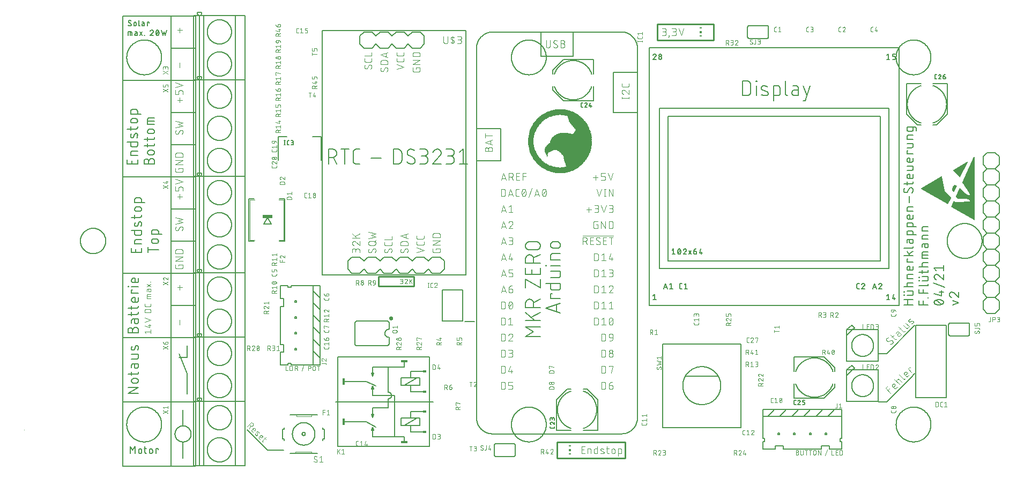
<source format=gbr>
G04 EAGLE Gerber RS-274X export*
G75*
%MOMM*%
%FSLAX34Y34*%
%LPD*%
%INSilkscreen Top*%
%IPPOS*%
%AMOC8*
5,1,8,0,0,1.08239X$1,22.5*%
G01*
%ADD10C,0.200000*%
%ADD11C,0.177800*%
%ADD12C,0.152400*%
%ADD13R,0.050800X0.025400*%
%ADD14C,0.101600*%
%ADD15C,0.076200*%
%ADD16C,0.127000*%
%ADD17C,0.203200*%
%ADD18C,0.254000*%
%ADD19C,0.150000*%
%ADD20R,0.500000X0.400000*%
%ADD21R,1.000000X0.400000*%
%ADD22R,0.400000X1.000000*%
%ADD23C,0.050800*%
%ADD24R,1.574800X0.609600*%
%ADD25R,0.300000X0.150000*%
%ADD26R,0.300000X0.300000*%
%ADD27R,1.216000X0.038000*%
%ADD28R,1.748000X0.038000*%
%ADD29R,2.128000X0.038000*%
%ADD30R,2.432000X0.038000*%
%ADD31R,2.736000X0.038000*%
%ADD32R,3.040000X0.038000*%
%ADD33R,3.268000X0.038000*%
%ADD34R,3.420000X0.038000*%
%ADD35R,3.648000X0.038000*%
%ADD36R,3.876000X0.038000*%
%ADD37R,4.028000X0.038000*%
%ADD38R,4.180000X0.038000*%
%ADD39R,4.332000X0.038000*%
%ADD40R,4.484000X0.038000*%
%ADD41R,4.636000X0.038000*%
%ADD42R,4.788000X0.038000*%
%ADD43R,4.940000X0.038000*%
%ADD44R,5.092000X0.038000*%
%ADD45R,5.168000X0.038000*%
%ADD46R,5.320000X0.038000*%
%ADD47R,5.472000X0.038000*%
%ADD48R,5.548000X0.038000*%
%ADD49R,2.698000X0.038000*%
%ADD50R,2.318000X0.038000*%
%ADD51R,2.014000X0.038000*%
%ADD52R,1.900000X0.038000*%
%ADD53R,2.052000X0.038000*%
%ADD54R,1.824000X0.038000*%
%ADD55R,2.090000X0.038000*%
%ADD56R,1.786000X0.038000*%
%ADD57R,2.166000X0.038000*%
%ADD58R,1.710000X0.038000*%
%ADD59R,2.204000X0.038000*%
%ADD60R,1.672000X0.038000*%
%ADD61R,2.280000X0.038000*%
%ADD62R,1.596000X0.038000*%
%ADD63R,1.558000X0.038000*%
%ADD64R,2.356000X0.038000*%
%ADD65R,1.520000X0.038000*%
%ADD66R,2.394000X0.038000*%
%ADD67R,2.508000X0.038000*%
%ADD68R,1.482000X0.038000*%
%ADD69R,2.546000X0.038000*%
%ADD70R,1.444000X0.038000*%
%ADD71R,2.584000X0.038000*%
%ADD72R,2.660000X0.038000*%
%ADD73R,1.406000X0.038000*%
%ADD74R,1.368000X0.038000*%
%ADD75R,2.812000X0.038000*%
%ADD76R,1.330000X0.038000*%
%ADD77R,2.850000X0.038000*%
%ADD78R,2.926000X0.038000*%
%ADD79R,1.292000X0.038000*%
%ADD80R,1.254000X0.038000*%
%ADD81R,3.002000X0.038000*%
%ADD82R,3.116000X0.038000*%
%ADD83R,3.154000X0.038000*%
%ADD84R,3.192000X0.038000*%
%ADD85R,1.178000X0.038000*%
%ADD86R,3.306000X0.038000*%
%ADD87R,3.344000X0.038000*%
%ADD88R,1.140000X0.038000*%
%ADD89R,3.458000X0.038000*%
%ADD90R,3.496000X0.038000*%
%ADD91R,3.534000X0.038000*%
%ADD92R,1.102000X0.038000*%
%ADD93R,3.572000X0.038000*%
%ADD94R,3.610000X0.038000*%
%ADD95R,1.064000X0.038000*%
%ADD96R,3.686000X0.038000*%
%ADD97R,3.724000X0.038000*%
%ADD98R,3.800000X0.038000*%
%ADD99R,1.026000X0.038000*%
%ADD100R,3.838000X0.038000*%
%ADD101R,0.038000X0.038000*%
%ADD102R,0.076000X0.038000*%
%ADD103R,0.988000X0.038000*%
%ADD104R,3.914000X0.038000*%
%ADD105R,0.114000X0.038000*%
%ADD106R,3.952000X0.038000*%
%ADD107R,0.152000X0.038000*%
%ADD108R,3.990000X0.038000*%
%ADD109R,4.066000X0.038000*%
%ADD110R,0.190000X0.038000*%
%ADD111R,4.104000X0.038000*%
%ADD112R,0.228000X0.038000*%
%ADD113R,4.218000X0.038000*%
%ADD114R,0.304000X0.038000*%
%ADD115R,4.256000X0.038000*%
%ADD116R,0.950000X0.038000*%
%ADD117R,4.294000X0.038000*%
%ADD118R,0.342000X0.038000*%
%ADD119R,4.370000X0.038000*%
%ADD120R,0.380000X0.038000*%
%ADD121R,4.408000X0.038000*%
%ADD122R,0.418000X0.038000*%
%ADD123R,4.522000X0.038000*%
%ADD124R,0.494000X0.038000*%
%ADD125R,4.560000X0.038000*%
%ADD126R,0.532000X0.038000*%
%ADD127R,0.570000X0.038000*%
%ADD128R,4.674000X0.038000*%
%ADD129R,0.912000X0.038000*%
%ADD130R,0.608000X0.038000*%
%ADD131R,4.712000X0.038000*%
%ADD132R,0.684000X0.038000*%
%ADD133R,4.826000X0.038000*%
%ADD134R,0.798000X0.038000*%
%ADD135R,4.864000X0.038000*%
%ADD136R,0.874000X0.038000*%
%ADD137R,4.978000X0.038000*%
%ADD138R,5.054000X0.038000*%
%ADD139R,5.206000X0.038000*%
%ADD140R,5.434000X0.038000*%
%ADD141R,7.258000X0.038000*%
%ADD142R,7.296000X0.038000*%
%ADD143R,7.220000X0.038000*%
%ADD144R,7.182000X0.038000*%
%ADD145R,7.144000X0.038000*%
%ADD146R,7.106000X0.038000*%
%ADD147R,7.068000X0.038000*%
%ADD148R,7.030000X0.038000*%
%ADD149R,6.992000X0.038000*%
%ADD150R,6.954000X0.038000*%
%ADD151R,6.916000X0.038000*%
%ADD152R,6.878000X0.038000*%
%ADD153R,6.840000X0.038000*%
%ADD154R,6.802000X0.038000*%
%ADD155R,6.726000X0.038000*%
%ADD156R,6.688000X0.038000*%
%ADD157R,6.612000X0.038000*%
%ADD158R,6.574000X0.038000*%
%ADD159R,6.498000X0.038000*%
%ADD160R,6.536000X0.038000*%
%ADD161R,0.836000X0.038000*%
%ADD162R,6.460000X0.038000*%
%ADD163R,6.422000X0.038000*%
%ADD164R,6.384000X0.038000*%
%ADD165R,6.346000X0.038000*%
%ADD166R,6.308000X0.038000*%
%ADD167R,6.270000X0.038000*%
%ADD168R,6.232000X0.038000*%
%ADD169R,6.194000X0.038000*%
%ADD170R,6.118000X0.038000*%
%ADD171R,6.080000X0.038000*%
%ADD172R,6.042000X0.038000*%
%ADD173R,6.004000X0.038000*%
%ADD174R,5.966000X0.038000*%
%ADD175R,5.928000X0.038000*%
%ADD176R,5.890000X0.038000*%
%ADD177R,5.776000X0.038000*%
%ADD178R,5.738000X0.038000*%
%ADD179R,5.662000X0.038000*%
%ADD180R,5.624000X0.038000*%
%ADD181R,2.774000X0.038000*%
%ADD182R,0.760000X0.038000*%
%ADD183R,2.622000X0.038000*%
%ADD184R,2.470000X0.038000*%
%ADD185R,2.242000X0.038000*%
%ADD186R,1.976000X0.038000*%
%ADD187R,1.938000X0.038000*%

G36*
X1459587Y388064D02*
X1459587Y388064D01*
X1459601Y388063D01*
X1459649Y388088D01*
X1459700Y388107D01*
X1459708Y388119D01*
X1459721Y388126D01*
X1459732Y388153D01*
X1459779Y388217D01*
X1459780Y388267D01*
X1459791Y388293D01*
X1459791Y487761D01*
X1459785Y487783D01*
X1459787Y487805D01*
X1459766Y487846D01*
X1459752Y487891D01*
X1459735Y487905D01*
X1459724Y487925D01*
X1459697Y487937D01*
X1459648Y487977D01*
X1459585Y487984D01*
X1459557Y487995D01*
X1458614Y487995D01*
X1458575Y487984D01*
X1458535Y487981D01*
X1458518Y487966D01*
X1458484Y487956D01*
X1458412Y487869D01*
X1458401Y487859D01*
X1440488Y448732D01*
X1440478Y448662D01*
X1440467Y448634D01*
X1440467Y447691D01*
X1440500Y447580D01*
X1440502Y447567D01*
X1442859Y443796D01*
X1442863Y443793D01*
X1442863Y443790D01*
X1445691Y439547D01*
X1445695Y439544D01*
X1445695Y439541D01*
X1448048Y436247D01*
X1450399Y432485D01*
X1452252Y429244D01*
X1452252Y428460D01*
X1451876Y428085D01*
X1451017Y427654D01*
X1449712Y427654D01*
X1447890Y428566D01*
X1445098Y430427D01*
X1437104Y439361D01*
X1437099Y439364D01*
X1437096Y439369D01*
X1437079Y439376D01*
X1436988Y439432D01*
X1436950Y439430D01*
X1436929Y439439D01*
X1436458Y439439D01*
X1436421Y439428D01*
X1436383Y439427D01*
X1436365Y439411D01*
X1436328Y439400D01*
X1436262Y439320D01*
X1436247Y439307D01*
X1430119Y426579D01*
X1430118Y426571D01*
X1430114Y426567D01*
X1430108Y426509D01*
X1430107Y426505D01*
X1430096Y426477D01*
X1430096Y425063D01*
X1430101Y425045D01*
X1430099Y425027D01*
X1430106Y425016D01*
X1430116Y424995D01*
X1430135Y424933D01*
X1430159Y424913D01*
X1430163Y424906D01*
X1430173Y424902D01*
X1430178Y424897D01*
X1430194Y424872D01*
X1433493Y422515D01*
X1433621Y422472D01*
X1433626Y422473D01*
X1433629Y422472D01*
X1442573Y422472D01*
X1446778Y422005D01*
X1449567Y421075D01*
X1451383Y420167D01*
X1452252Y418864D01*
X1452252Y418209D01*
X1433620Y416812D01*
X1429913Y416812D01*
X1429028Y417255D01*
X1426679Y418664D01*
X1426646Y418672D01*
X1426617Y418690D01*
X1426581Y418688D01*
X1426547Y418697D01*
X1426515Y418686D01*
X1426481Y418684D01*
X1426462Y418667D01*
X1426420Y418652D01*
X1426366Y418581D01*
X1426346Y418563D01*
X1422104Y409606D01*
X1422102Y409593D01*
X1422094Y409582D01*
X1422092Y409527D01*
X1422084Y409472D01*
X1422090Y409460D01*
X1422089Y409446D01*
X1422107Y409424D01*
X1422142Y409350D01*
X1422183Y409324D01*
X1422200Y409302D01*
X1459441Y388089D01*
X1459455Y388086D01*
X1459466Y388077D01*
X1459520Y388071D01*
X1459573Y388059D01*
X1459587Y388064D01*
G37*
G36*
X1417172Y413526D02*
X1417172Y413526D01*
X1417202Y413526D01*
X1417223Y413544D01*
X1417272Y413562D01*
X1417317Y413625D01*
X1417340Y413644D01*
X1422054Y423072D01*
X1422067Y423150D01*
X1422078Y423177D01*
X1422078Y424120D01*
X1422039Y424250D01*
X1422023Y424263D01*
X1422018Y424277D01*
X1413061Y434177D01*
X1413055Y434181D01*
X1413053Y434186D01*
X1412633Y434605D01*
X1408403Y457162D01*
X1408403Y457163D01*
X1408374Y457218D01*
X1408341Y457282D01*
X1408341Y457283D01*
X1408340Y457283D01*
X1408338Y457284D01*
X1408222Y457348D01*
X1408192Y457345D01*
X1408173Y457353D01*
X1407230Y457353D01*
X1407135Y457325D01*
X1407113Y457322D01*
X1374586Y438466D01*
X1374575Y438455D01*
X1374561Y438450D01*
X1374530Y438406D01*
X1374493Y438367D01*
X1374491Y438352D01*
X1374482Y438340D01*
X1374480Y438286D01*
X1374471Y438233D01*
X1374477Y438220D01*
X1374476Y438205D01*
X1374494Y438181D01*
X1374526Y438110D01*
X1374569Y438082D01*
X1374586Y438060D01*
X1417013Y413546D01*
X1417042Y413539D01*
X1417066Y413524D01*
X1417106Y413524D01*
X1417145Y413515D01*
X1417172Y413526D01*
G37*
G36*
X1436966Y456425D02*
X1436966Y456425D01*
X1437004Y456426D01*
X1437022Y456442D01*
X1437059Y456453D01*
X1437125Y456533D01*
X1437140Y456547D01*
X1448454Y480117D01*
X1448464Y480181D01*
X1448476Y480246D01*
X1448475Y480248D01*
X1448475Y480250D01*
X1448447Y480311D01*
X1448421Y480370D01*
X1448419Y480371D01*
X1448418Y480373D01*
X1448362Y480408D01*
X1448307Y480443D01*
X1448305Y480443D01*
X1448303Y480444D01*
X1448168Y480440D01*
X1448150Y480424D01*
X1448127Y480421D01*
X1425028Y467222D01*
X1424988Y467180D01*
X1424945Y467142D01*
X1424942Y467132D01*
X1424935Y467124D01*
X1424925Y467067D01*
X1424910Y467011D01*
X1424914Y467003D01*
X1424911Y466991D01*
X1424966Y466867D01*
X1424981Y466857D01*
X1424986Y466846D01*
X1436300Y456475D01*
X1436422Y456417D01*
X1436444Y456420D01*
X1436458Y456414D01*
X1436929Y456414D01*
X1436966Y456425D01*
G37*
G36*
X1426621Y432384D02*
X1426621Y432384D01*
X1426634Y432384D01*
X1426655Y432403D01*
X1426728Y432444D01*
X1426749Y432487D01*
X1426770Y432505D01*
X1431484Y442404D01*
X1431484Y442410D01*
X1431488Y442414D01*
X1431494Y442476D01*
X1431504Y442538D01*
X1431502Y442543D01*
X1431502Y442549D01*
X1431492Y442564D01*
X1431447Y442661D01*
X1431415Y442681D01*
X1431402Y442700D01*
X1429988Y443643D01*
X1429938Y443658D01*
X1429915Y443675D01*
X1428029Y444147D01*
X1428024Y444147D01*
X1428020Y444149D01*
X1428004Y444146D01*
X1427894Y444141D01*
X1427864Y444119D01*
X1427842Y444115D01*
X1427737Y444045D01*
X1427386Y443811D01*
X1427035Y443577D01*
X1426684Y443342D01*
X1426428Y443172D01*
X1426388Y443124D01*
X1426363Y443107D01*
X1425420Y441693D01*
X1425407Y441650D01*
X1425391Y441630D01*
X1423977Y436915D01*
X1423977Y436872D01*
X1423967Y436848D01*
X1423967Y435906D01*
X1423986Y435843D01*
X1423986Y435842D01*
X1423987Y435839D01*
X1424006Y435776D01*
X1424010Y435773D01*
X1424010Y435770D01*
X1426367Y432470D01*
X1426378Y432462D01*
X1426383Y432450D01*
X1426431Y432421D01*
X1426475Y432387D01*
X1426488Y432386D01*
X1426499Y432379D01*
X1426554Y432381D01*
X1426610Y432378D01*
X1426621Y432384D01*
G37*
G36*
X538870Y230255D02*
X538870Y230255D01*
X538872Y230257D01*
X538873Y230256D01*
X539544Y230491D01*
X539545Y230492D01*
X539546Y230492D01*
X540148Y230870D01*
X540149Y230872D01*
X540151Y230872D01*
X540653Y231374D01*
X540653Y231376D01*
X540655Y231377D01*
X541033Y231979D01*
X541033Y231980D01*
X541034Y231981D01*
X541269Y232652D01*
X541269Y232654D01*
X541270Y232655D01*
X541349Y233361D01*
X541349Y233362D01*
X541348Y233363D01*
X541349Y233364D01*
X541270Y234070D01*
X541268Y234072D01*
X541269Y234073D01*
X541034Y234744D01*
X541033Y234745D01*
X541033Y234746D01*
X540655Y235348D01*
X540653Y235349D01*
X540653Y235351D01*
X540151Y235853D01*
X540149Y235853D01*
X540148Y235855D01*
X539546Y236233D01*
X539545Y236233D01*
X539544Y236234D01*
X538873Y236469D01*
X538871Y236469D01*
X538870Y236470D01*
X538164Y236549D01*
X538162Y236548D01*
X538161Y236549D01*
X537455Y236470D01*
X537453Y236468D01*
X537452Y236469D01*
X536781Y236234D01*
X536780Y236233D01*
X536779Y236233D01*
X536177Y235855D01*
X536176Y235853D01*
X536174Y235853D01*
X535672Y235351D01*
X535672Y235349D01*
X535670Y235348D01*
X535292Y234746D01*
X535292Y234745D01*
X535291Y234744D01*
X535056Y234073D01*
X535057Y234071D01*
X535055Y234070D01*
X534976Y233364D01*
X534977Y233362D01*
X534976Y233361D01*
X535055Y232655D01*
X535057Y232653D01*
X535056Y232652D01*
X535291Y231981D01*
X535292Y231980D01*
X535292Y231979D01*
X535670Y231377D01*
X535672Y231376D01*
X535672Y231374D01*
X536174Y230872D01*
X536176Y230872D01*
X536177Y230870D01*
X536779Y230492D01*
X536780Y230492D01*
X536781Y230491D01*
X537452Y230256D01*
X537454Y230257D01*
X537455Y230255D01*
X538161Y230176D01*
X538163Y230177D01*
X538164Y230176D01*
X538870Y230255D01*
G37*
D10*
X228600Y457200D02*
X114300Y457200D01*
X114300Y609600D01*
X190500Y609600D02*
X228600Y609600D01*
X114300Y457200D02*
X114300Y304800D01*
X190500Y304800D01*
X228600Y304800D01*
X114300Y304800D02*
X114300Y203200D01*
X190500Y203200D01*
X228600Y203200D01*
X114300Y203200D02*
X114300Y101600D01*
X190500Y101600D01*
X228600Y101600D01*
X114300Y101600D02*
X114300Y0D01*
X190500Y0D01*
D11*
X126373Y19939D02*
X126373Y30861D01*
X130013Y24793D01*
X133654Y30861D01*
X133654Y19939D01*
X139397Y22366D02*
X139397Y24793D01*
X139399Y24891D01*
X139405Y24988D01*
X139415Y25086D01*
X139428Y25182D01*
X139446Y25278D01*
X139468Y25374D01*
X139493Y25468D01*
X139522Y25562D01*
X139555Y25654D01*
X139591Y25744D01*
X139631Y25833D01*
X139675Y25921D01*
X139722Y26007D01*
X139773Y26090D01*
X139827Y26172D01*
X139884Y26251D01*
X139944Y26328D01*
X140007Y26402D01*
X140074Y26474D01*
X140143Y26543D01*
X140215Y26610D01*
X140289Y26673D01*
X140366Y26733D01*
X140445Y26790D01*
X140527Y26844D01*
X140611Y26895D01*
X140696Y26942D01*
X140784Y26986D01*
X140873Y27026D01*
X140963Y27062D01*
X141055Y27095D01*
X141149Y27124D01*
X141243Y27149D01*
X141339Y27171D01*
X141435Y27189D01*
X141531Y27202D01*
X141629Y27212D01*
X141726Y27218D01*
X141824Y27220D01*
X141922Y27218D01*
X142019Y27212D01*
X142117Y27202D01*
X142213Y27189D01*
X142309Y27171D01*
X142405Y27149D01*
X142499Y27124D01*
X142593Y27095D01*
X142685Y27062D01*
X142775Y27026D01*
X142864Y26986D01*
X142952Y26942D01*
X143038Y26895D01*
X143121Y26844D01*
X143203Y26790D01*
X143282Y26733D01*
X143359Y26673D01*
X143433Y26610D01*
X143505Y26543D01*
X143574Y26474D01*
X143641Y26402D01*
X143704Y26328D01*
X143764Y26251D01*
X143821Y26172D01*
X143875Y26090D01*
X143926Y26007D01*
X143973Y25921D01*
X144017Y25833D01*
X144057Y25744D01*
X144093Y25654D01*
X144126Y25562D01*
X144155Y25468D01*
X144180Y25374D01*
X144202Y25278D01*
X144220Y25182D01*
X144233Y25086D01*
X144243Y24988D01*
X144249Y24891D01*
X144251Y24793D01*
X144251Y22366D01*
X144249Y22268D01*
X144243Y22171D01*
X144233Y22073D01*
X144220Y21977D01*
X144202Y21881D01*
X144180Y21785D01*
X144155Y21691D01*
X144126Y21597D01*
X144093Y21505D01*
X144057Y21415D01*
X144017Y21326D01*
X143973Y21238D01*
X143926Y21152D01*
X143875Y21069D01*
X143821Y20987D01*
X143764Y20908D01*
X143704Y20831D01*
X143641Y20757D01*
X143574Y20685D01*
X143505Y20616D01*
X143433Y20549D01*
X143359Y20486D01*
X143282Y20426D01*
X143203Y20369D01*
X143121Y20315D01*
X143037Y20264D01*
X142952Y20217D01*
X142864Y20173D01*
X142775Y20133D01*
X142685Y20097D01*
X142593Y20064D01*
X142499Y20035D01*
X142405Y20010D01*
X142309Y19988D01*
X142213Y19970D01*
X142117Y19957D01*
X142019Y19947D01*
X141922Y19941D01*
X141824Y19939D01*
X141726Y19941D01*
X141629Y19947D01*
X141531Y19957D01*
X141435Y19970D01*
X141339Y19988D01*
X141243Y20010D01*
X141149Y20035D01*
X141055Y20064D01*
X140963Y20097D01*
X140873Y20133D01*
X140784Y20173D01*
X140696Y20217D01*
X140611Y20264D01*
X140527Y20315D01*
X140445Y20369D01*
X140366Y20426D01*
X140289Y20486D01*
X140215Y20549D01*
X140143Y20616D01*
X140074Y20685D01*
X140007Y20757D01*
X139944Y20831D01*
X139884Y20908D01*
X139827Y20987D01*
X139773Y21069D01*
X139722Y21153D01*
X139675Y21238D01*
X139631Y21326D01*
X139591Y21415D01*
X139555Y21505D01*
X139522Y21597D01*
X139493Y21691D01*
X139468Y21785D01*
X139446Y21881D01*
X139428Y21977D01*
X139415Y22073D01*
X139405Y22171D01*
X139399Y22268D01*
X139397Y22366D01*
X148259Y27220D02*
X151900Y27220D01*
X149472Y30861D02*
X149472Y21759D01*
X149473Y21759D02*
X149475Y21675D01*
X149481Y21591D01*
X149490Y21508D01*
X149504Y21425D01*
X149521Y21342D01*
X149542Y21261D01*
X149567Y21181D01*
X149596Y21102D01*
X149628Y21024D01*
X149664Y20948D01*
X149703Y20873D01*
X149746Y20801D01*
X149792Y20730D01*
X149841Y20662D01*
X149893Y20596D01*
X149948Y20533D01*
X150006Y20472D01*
X150067Y20414D01*
X150130Y20359D01*
X150196Y20307D01*
X150264Y20257D01*
X150335Y20212D01*
X150407Y20169D01*
X150482Y20130D01*
X150558Y20094D01*
X150636Y20062D01*
X150715Y20033D01*
X150795Y20008D01*
X150876Y19987D01*
X150959Y19970D01*
X151042Y19956D01*
X151125Y19947D01*
X151209Y19941D01*
X151293Y19939D01*
X151900Y19939D01*
X156542Y22366D02*
X156542Y24793D01*
X156544Y24891D01*
X156550Y24988D01*
X156560Y25086D01*
X156573Y25182D01*
X156591Y25278D01*
X156613Y25374D01*
X156638Y25468D01*
X156667Y25562D01*
X156700Y25654D01*
X156736Y25744D01*
X156776Y25833D01*
X156820Y25921D01*
X156867Y26007D01*
X156918Y26090D01*
X156972Y26172D01*
X157029Y26251D01*
X157089Y26328D01*
X157152Y26402D01*
X157219Y26474D01*
X157288Y26543D01*
X157360Y26610D01*
X157434Y26673D01*
X157511Y26733D01*
X157590Y26790D01*
X157672Y26844D01*
X157756Y26895D01*
X157841Y26942D01*
X157929Y26986D01*
X158018Y27026D01*
X158108Y27062D01*
X158200Y27095D01*
X158294Y27124D01*
X158388Y27149D01*
X158484Y27171D01*
X158580Y27189D01*
X158676Y27202D01*
X158774Y27212D01*
X158871Y27218D01*
X158969Y27220D01*
X159067Y27218D01*
X159164Y27212D01*
X159262Y27202D01*
X159358Y27189D01*
X159454Y27171D01*
X159550Y27149D01*
X159644Y27124D01*
X159738Y27095D01*
X159830Y27062D01*
X159920Y27026D01*
X160009Y26986D01*
X160097Y26942D01*
X160183Y26895D01*
X160266Y26844D01*
X160348Y26790D01*
X160427Y26733D01*
X160504Y26673D01*
X160578Y26610D01*
X160650Y26543D01*
X160719Y26474D01*
X160786Y26402D01*
X160849Y26328D01*
X160909Y26251D01*
X160966Y26172D01*
X161020Y26090D01*
X161071Y26007D01*
X161118Y25921D01*
X161162Y25833D01*
X161202Y25744D01*
X161238Y25654D01*
X161271Y25562D01*
X161300Y25468D01*
X161325Y25374D01*
X161347Y25278D01*
X161365Y25182D01*
X161378Y25086D01*
X161388Y24988D01*
X161394Y24891D01*
X161396Y24793D01*
X161396Y22366D01*
X161394Y22268D01*
X161388Y22171D01*
X161378Y22073D01*
X161365Y21977D01*
X161347Y21881D01*
X161325Y21785D01*
X161300Y21691D01*
X161271Y21597D01*
X161238Y21505D01*
X161202Y21415D01*
X161162Y21326D01*
X161118Y21238D01*
X161071Y21152D01*
X161020Y21069D01*
X160966Y20987D01*
X160909Y20908D01*
X160849Y20831D01*
X160786Y20757D01*
X160719Y20685D01*
X160650Y20616D01*
X160578Y20549D01*
X160504Y20486D01*
X160427Y20426D01*
X160348Y20369D01*
X160266Y20315D01*
X160182Y20264D01*
X160097Y20217D01*
X160009Y20173D01*
X159920Y20133D01*
X159830Y20097D01*
X159738Y20064D01*
X159644Y20035D01*
X159550Y20010D01*
X159454Y19988D01*
X159358Y19970D01*
X159262Y19957D01*
X159164Y19947D01*
X159067Y19941D01*
X158969Y19939D01*
X158871Y19941D01*
X158774Y19947D01*
X158676Y19957D01*
X158580Y19970D01*
X158484Y19988D01*
X158388Y20010D01*
X158294Y20035D01*
X158200Y20064D01*
X158108Y20097D01*
X158018Y20133D01*
X157929Y20173D01*
X157841Y20217D01*
X157756Y20264D01*
X157672Y20315D01*
X157590Y20369D01*
X157511Y20426D01*
X157434Y20486D01*
X157360Y20549D01*
X157288Y20616D01*
X157219Y20685D01*
X157152Y20757D01*
X157089Y20831D01*
X157029Y20908D01*
X156972Y20987D01*
X156918Y21069D01*
X156867Y21153D01*
X156820Y21238D01*
X156776Y21326D01*
X156736Y21415D01*
X156700Y21505D01*
X156667Y21597D01*
X156638Y21691D01*
X156613Y21785D01*
X156591Y21881D01*
X156573Y21977D01*
X156560Y22073D01*
X156550Y22171D01*
X156544Y22268D01*
X156542Y22366D01*
X166920Y19939D02*
X166920Y27220D01*
X170561Y27220D01*
X170561Y26007D01*
D12*
X138938Y115062D02*
X122682Y115062D01*
X138938Y124093D01*
X122682Y124093D01*
X131713Y131075D02*
X135326Y131075D01*
X131713Y131076D02*
X131594Y131078D01*
X131474Y131084D01*
X131355Y131094D01*
X131237Y131108D01*
X131118Y131125D01*
X131001Y131147D01*
X130884Y131172D01*
X130769Y131202D01*
X130654Y131235D01*
X130540Y131272D01*
X130428Y131312D01*
X130317Y131357D01*
X130208Y131405D01*
X130100Y131456D01*
X129994Y131511D01*
X129890Y131570D01*
X129788Y131632D01*
X129688Y131697D01*
X129590Y131766D01*
X129494Y131838D01*
X129401Y131913D01*
X129311Y131990D01*
X129223Y132071D01*
X129138Y132155D01*
X129056Y132242D01*
X128976Y132331D01*
X128900Y132423D01*
X128826Y132517D01*
X128756Y132614D01*
X128689Y132712D01*
X128625Y132813D01*
X128565Y132917D01*
X128508Y133022D01*
X128455Y133129D01*
X128405Y133237D01*
X128359Y133347D01*
X128317Y133459D01*
X128278Y133572D01*
X128243Y133686D01*
X128212Y133801D01*
X128184Y133918D01*
X128161Y134035D01*
X128141Y134152D01*
X128125Y134271D01*
X128113Y134390D01*
X128105Y134509D01*
X128101Y134628D01*
X128101Y134748D01*
X128105Y134867D01*
X128113Y134986D01*
X128125Y135105D01*
X128141Y135224D01*
X128161Y135341D01*
X128184Y135458D01*
X128212Y135575D01*
X128243Y135690D01*
X128278Y135804D01*
X128317Y135917D01*
X128359Y136029D01*
X128405Y136139D01*
X128455Y136247D01*
X128508Y136354D01*
X128565Y136459D01*
X128625Y136563D01*
X128689Y136664D01*
X128756Y136762D01*
X128826Y136859D01*
X128900Y136953D01*
X128976Y137045D01*
X129056Y137134D01*
X129138Y137221D01*
X129223Y137305D01*
X129311Y137386D01*
X129401Y137463D01*
X129494Y137538D01*
X129590Y137610D01*
X129688Y137679D01*
X129788Y137744D01*
X129890Y137806D01*
X129994Y137865D01*
X130100Y137920D01*
X130208Y137971D01*
X130317Y138019D01*
X130428Y138064D01*
X130540Y138104D01*
X130654Y138141D01*
X130769Y138174D01*
X130884Y138204D01*
X131001Y138229D01*
X131118Y138251D01*
X131237Y138268D01*
X131355Y138282D01*
X131474Y138292D01*
X131594Y138298D01*
X131713Y138300D01*
X135326Y138300D01*
X135445Y138298D01*
X135565Y138292D01*
X135684Y138282D01*
X135802Y138268D01*
X135921Y138251D01*
X136038Y138229D01*
X136155Y138204D01*
X136270Y138174D01*
X136385Y138141D01*
X136499Y138104D01*
X136611Y138064D01*
X136722Y138019D01*
X136831Y137971D01*
X136939Y137920D01*
X137045Y137865D01*
X137149Y137806D01*
X137251Y137744D01*
X137351Y137679D01*
X137449Y137610D01*
X137545Y137538D01*
X137638Y137463D01*
X137728Y137386D01*
X137816Y137305D01*
X137901Y137221D01*
X137983Y137134D01*
X138063Y137045D01*
X138139Y136953D01*
X138213Y136859D01*
X138283Y136762D01*
X138350Y136664D01*
X138414Y136563D01*
X138474Y136459D01*
X138531Y136354D01*
X138584Y136247D01*
X138634Y136139D01*
X138680Y136029D01*
X138722Y135917D01*
X138761Y135804D01*
X138796Y135690D01*
X138827Y135575D01*
X138855Y135458D01*
X138878Y135341D01*
X138898Y135224D01*
X138914Y135105D01*
X138926Y134986D01*
X138934Y134867D01*
X138938Y134748D01*
X138938Y134628D01*
X138934Y134509D01*
X138926Y134390D01*
X138914Y134271D01*
X138898Y134152D01*
X138878Y134035D01*
X138855Y133918D01*
X138827Y133801D01*
X138796Y133686D01*
X138761Y133572D01*
X138722Y133459D01*
X138680Y133347D01*
X138634Y133237D01*
X138584Y133129D01*
X138531Y133022D01*
X138474Y132917D01*
X138414Y132813D01*
X138350Y132712D01*
X138283Y132614D01*
X138213Y132517D01*
X138139Y132423D01*
X138063Y132331D01*
X137983Y132242D01*
X137901Y132155D01*
X137816Y132071D01*
X137728Y131990D01*
X137638Y131913D01*
X137545Y131838D01*
X137449Y131766D01*
X137351Y131697D01*
X137251Y131632D01*
X137149Y131570D01*
X137045Y131511D01*
X136939Y131456D01*
X136831Y131405D01*
X136722Y131357D01*
X136611Y131312D01*
X136499Y131272D01*
X136385Y131235D01*
X136270Y131202D01*
X136155Y131172D01*
X136038Y131147D01*
X135921Y131125D01*
X135802Y131108D01*
X135684Y131094D01*
X135565Y131084D01*
X135445Y131078D01*
X135326Y131076D01*
X128101Y143325D02*
X128101Y148744D01*
X122682Y145131D02*
X136229Y145131D01*
X136229Y145132D02*
X136330Y145134D01*
X136431Y145140D01*
X136532Y145149D01*
X136633Y145162D01*
X136733Y145179D01*
X136832Y145200D01*
X136930Y145224D01*
X137027Y145252D01*
X137124Y145284D01*
X137219Y145319D01*
X137312Y145358D01*
X137404Y145400D01*
X137495Y145446D01*
X137584Y145495D01*
X137670Y145547D01*
X137755Y145603D01*
X137838Y145661D01*
X137918Y145723D01*
X137996Y145788D01*
X138072Y145855D01*
X138145Y145925D01*
X138215Y145998D01*
X138282Y146074D01*
X138347Y146152D01*
X138409Y146232D01*
X138467Y146315D01*
X138523Y146400D01*
X138575Y146486D01*
X138624Y146575D01*
X138670Y146666D01*
X138712Y146758D01*
X138751Y146851D01*
X138786Y146946D01*
X138818Y147043D01*
X138846Y147140D01*
X138870Y147238D01*
X138891Y147337D01*
X138908Y147437D01*
X138921Y147538D01*
X138930Y147639D01*
X138936Y147740D01*
X138938Y147841D01*
X138938Y148744D01*
X132616Y157610D02*
X132616Y161674D01*
X132616Y157610D02*
X132618Y157498D01*
X132624Y157387D01*
X132634Y157276D01*
X132647Y157165D01*
X132665Y157055D01*
X132687Y156946D01*
X132712Y156837D01*
X132741Y156729D01*
X132774Y156623D01*
X132811Y156517D01*
X132851Y156413D01*
X132895Y156311D01*
X132943Y156210D01*
X132994Y156111D01*
X133049Y156013D01*
X133107Y155918D01*
X133168Y155825D01*
X133233Y155734D01*
X133301Y155645D01*
X133372Y155559D01*
X133445Y155476D01*
X133522Y155395D01*
X133602Y155316D01*
X133684Y155241D01*
X133769Y155169D01*
X133856Y155099D01*
X133946Y155033D01*
X134038Y154970D01*
X134133Y154910D01*
X134229Y154854D01*
X134327Y154801D01*
X134427Y154752D01*
X134529Y154706D01*
X134632Y154664D01*
X134737Y154625D01*
X134843Y154590D01*
X134950Y154559D01*
X135058Y154532D01*
X135167Y154508D01*
X135277Y154489D01*
X135387Y154473D01*
X135498Y154461D01*
X135610Y154453D01*
X135721Y154449D01*
X135833Y154449D01*
X135944Y154453D01*
X136056Y154461D01*
X136167Y154473D01*
X136277Y154489D01*
X136387Y154508D01*
X136496Y154532D01*
X136604Y154559D01*
X136711Y154590D01*
X136817Y154625D01*
X136922Y154664D01*
X137025Y154706D01*
X137127Y154752D01*
X137227Y154801D01*
X137325Y154854D01*
X137421Y154910D01*
X137516Y154970D01*
X137608Y155033D01*
X137698Y155099D01*
X137785Y155169D01*
X137870Y155241D01*
X137952Y155316D01*
X138032Y155395D01*
X138109Y155476D01*
X138182Y155559D01*
X138253Y155645D01*
X138321Y155734D01*
X138386Y155825D01*
X138447Y155918D01*
X138505Y156013D01*
X138560Y156111D01*
X138611Y156210D01*
X138659Y156311D01*
X138703Y156413D01*
X138743Y156517D01*
X138780Y156623D01*
X138813Y156729D01*
X138842Y156837D01*
X138867Y156946D01*
X138889Y157055D01*
X138907Y157165D01*
X138920Y157276D01*
X138930Y157387D01*
X138936Y157498D01*
X138938Y157610D01*
X138938Y161674D01*
X130810Y161674D01*
X130810Y161673D02*
X130709Y161671D01*
X130608Y161665D01*
X130507Y161656D01*
X130406Y161643D01*
X130306Y161626D01*
X130207Y161605D01*
X130109Y161581D01*
X130012Y161553D01*
X129915Y161521D01*
X129820Y161486D01*
X129727Y161447D01*
X129635Y161405D01*
X129544Y161359D01*
X129456Y161310D01*
X129369Y161258D01*
X129284Y161202D01*
X129201Y161144D01*
X129121Y161082D01*
X129043Y161017D01*
X128967Y160950D01*
X128894Y160880D01*
X128824Y160807D01*
X128757Y160731D01*
X128692Y160653D01*
X128630Y160573D01*
X128572Y160490D01*
X128516Y160405D01*
X128464Y160319D01*
X128415Y160230D01*
X128369Y160139D01*
X128327Y160047D01*
X128288Y159954D01*
X128253Y159859D01*
X128221Y159762D01*
X128193Y159665D01*
X128169Y159567D01*
X128148Y159468D01*
X128131Y159368D01*
X128118Y159267D01*
X128109Y159166D01*
X128103Y159065D01*
X128101Y158964D01*
X128101Y155352D01*
X128101Y169111D02*
X136229Y169111D01*
X136229Y169112D02*
X136330Y169114D01*
X136431Y169120D01*
X136532Y169129D01*
X136633Y169142D01*
X136733Y169159D01*
X136832Y169180D01*
X136930Y169204D01*
X137027Y169232D01*
X137124Y169264D01*
X137219Y169299D01*
X137312Y169338D01*
X137404Y169380D01*
X137495Y169426D01*
X137584Y169475D01*
X137670Y169527D01*
X137755Y169583D01*
X137838Y169641D01*
X137918Y169703D01*
X137996Y169768D01*
X138072Y169835D01*
X138145Y169905D01*
X138215Y169978D01*
X138282Y170054D01*
X138347Y170132D01*
X138409Y170212D01*
X138467Y170295D01*
X138523Y170380D01*
X138575Y170466D01*
X138624Y170555D01*
X138670Y170646D01*
X138712Y170738D01*
X138751Y170831D01*
X138786Y170926D01*
X138818Y171023D01*
X138846Y171120D01*
X138870Y171218D01*
X138891Y171317D01*
X138908Y171417D01*
X138921Y171518D01*
X138930Y171619D01*
X138936Y171720D01*
X138938Y171821D01*
X138938Y176336D01*
X128101Y176336D01*
X132616Y184534D02*
X134422Y189050D01*
X132616Y184534D02*
X132579Y184446D01*
X132538Y184360D01*
X132494Y184275D01*
X132446Y184192D01*
X132395Y184112D01*
X132341Y184033D01*
X132283Y183957D01*
X132223Y183883D01*
X132159Y183811D01*
X132093Y183743D01*
X132023Y183677D01*
X131952Y183614D01*
X131877Y183553D01*
X131801Y183496D01*
X131722Y183443D01*
X131641Y183392D01*
X131558Y183345D01*
X131473Y183301D01*
X131386Y183261D01*
X131298Y183224D01*
X131208Y183191D01*
X131117Y183161D01*
X131025Y183136D01*
X130932Y183114D01*
X130838Y183096D01*
X130744Y183081D01*
X130649Y183071D01*
X130553Y183065D01*
X130458Y183062D01*
X130362Y183063D01*
X130267Y183069D01*
X130171Y183078D01*
X130077Y183091D01*
X129983Y183107D01*
X129889Y183128D01*
X129797Y183153D01*
X129706Y183181D01*
X129616Y183213D01*
X129527Y183248D01*
X129440Y183287D01*
X129354Y183330D01*
X129270Y183376D01*
X129189Y183426D01*
X129109Y183478D01*
X129031Y183534D01*
X128956Y183594D01*
X128884Y183656D01*
X128814Y183721D01*
X128746Y183789D01*
X128682Y183859D01*
X128620Y183932D01*
X128562Y184008D01*
X128506Y184086D01*
X128454Y184166D01*
X128405Y184248D01*
X128360Y184332D01*
X128318Y184418D01*
X128279Y184505D01*
X128244Y184594D01*
X128213Y184685D01*
X128186Y184776D01*
X128162Y184869D01*
X128142Y184962D01*
X128126Y185056D01*
X128114Y185151D01*
X128105Y185246D01*
X128101Y185342D01*
X128100Y185437D01*
X128107Y185684D01*
X128119Y185930D01*
X128137Y186176D01*
X128162Y186422D01*
X128192Y186666D01*
X128228Y186910D01*
X128270Y187153D01*
X128317Y187395D01*
X128371Y187636D01*
X128430Y187875D01*
X128495Y188113D01*
X128566Y188350D01*
X128642Y188584D01*
X128724Y188817D01*
X128812Y189047D01*
X128905Y189275D01*
X129003Y189502D01*
X134423Y189050D02*
X134460Y189138D01*
X134501Y189224D01*
X134545Y189309D01*
X134593Y189392D01*
X134644Y189472D01*
X134698Y189551D01*
X134756Y189627D01*
X134816Y189701D01*
X134880Y189773D01*
X134946Y189841D01*
X135016Y189907D01*
X135087Y189970D01*
X135162Y190031D01*
X135238Y190088D01*
X135317Y190141D01*
X135398Y190192D01*
X135481Y190239D01*
X135566Y190283D01*
X135653Y190323D01*
X135741Y190360D01*
X135831Y190393D01*
X135922Y190423D01*
X136014Y190448D01*
X136107Y190470D01*
X136201Y190488D01*
X136295Y190503D01*
X136390Y190513D01*
X136486Y190519D01*
X136581Y190522D01*
X136677Y190521D01*
X136772Y190515D01*
X136868Y190506D01*
X136962Y190493D01*
X137056Y190477D01*
X137150Y190456D01*
X137242Y190431D01*
X137333Y190403D01*
X137423Y190371D01*
X137512Y190336D01*
X137599Y190297D01*
X137685Y190254D01*
X137769Y190208D01*
X137850Y190158D01*
X137930Y190106D01*
X138008Y190050D01*
X138083Y189990D01*
X138155Y189928D01*
X138225Y189863D01*
X138293Y189795D01*
X138357Y189725D01*
X138419Y189652D01*
X138477Y189576D01*
X138533Y189498D01*
X138585Y189418D01*
X138634Y189336D01*
X138679Y189252D01*
X138721Y189166D01*
X138760Y189079D01*
X138795Y188990D01*
X138826Y188899D01*
X138853Y188808D01*
X138877Y188715D01*
X138897Y188622D01*
X138913Y188528D01*
X138925Y188433D01*
X138934Y188338D01*
X138938Y188242D01*
X138939Y188147D01*
X138938Y188146D02*
X138929Y187784D01*
X138911Y187422D01*
X138884Y187061D01*
X138849Y186701D01*
X138806Y186341D01*
X138754Y185982D01*
X138693Y185625D01*
X138624Y185270D01*
X138547Y184916D01*
X138461Y184564D01*
X138367Y184214D01*
X138264Y183866D01*
X138154Y183521D01*
X138035Y183179D01*
D13*
X-40767Y56388D03*
D12*
X129907Y210312D02*
X129907Y214828D01*
X129906Y214828D02*
X129908Y214961D01*
X129914Y215093D01*
X129924Y215225D01*
X129937Y215357D01*
X129955Y215489D01*
X129976Y215619D01*
X130001Y215750D01*
X130030Y215879D01*
X130063Y216007D01*
X130099Y216135D01*
X130139Y216261D01*
X130183Y216386D01*
X130231Y216510D01*
X130282Y216632D01*
X130337Y216753D01*
X130395Y216872D01*
X130457Y216990D01*
X130522Y217105D01*
X130591Y217219D01*
X130662Y217330D01*
X130738Y217439D01*
X130816Y217546D01*
X130897Y217651D01*
X130982Y217753D01*
X131069Y217853D01*
X131159Y217950D01*
X131252Y218045D01*
X131348Y218136D01*
X131446Y218225D01*
X131547Y218311D01*
X131651Y218394D01*
X131757Y218474D01*
X131865Y218550D01*
X131975Y218624D01*
X132088Y218694D01*
X132202Y218761D01*
X132319Y218824D01*
X132437Y218884D01*
X132557Y218941D01*
X132679Y218994D01*
X132802Y219043D01*
X132926Y219089D01*
X133052Y219131D01*
X133179Y219169D01*
X133307Y219204D01*
X133436Y219235D01*
X133565Y219262D01*
X133696Y219285D01*
X133827Y219305D01*
X133959Y219320D01*
X134091Y219332D01*
X134223Y219340D01*
X134356Y219344D01*
X134488Y219344D01*
X134621Y219340D01*
X134753Y219332D01*
X134885Y219320D01*
X135017Y219305D01*
X135148Y219285D01*
X135279Y219262D01*
X135408Y219235D01*
X135537Y219204D01*
X135665Y219169D01*
X135792Y219131D01*
X135918Y219089D01*
X136042Y219043D01*
X136165Y218994D01*
X136287Y218941D01*
X136407Y218884D01*
X136525Y218824D01*
X136642Y218761D01*
X136756Y218694D01*
X136869Y218624D01*
X136979Y218550D01*
X137087Y218474D01*
X137193Y218394D01*
X137297Y218311D01*
X137398Y218225D01*
X137496Y218136D01*
X137592Y218045D01*
X137685Y217950D01*
X137775Y217853D01*
X137862Y217753D01*
X137947Y217651D01*
X138028Y217546D01*
X138106Y217439D01*
X138182Y217330D01*
X138253Y217219D01*
X138322Y217105D01*
X138387Y216990D01*
X138449Y216872D01*
X138507Y216753D01*
X138562Y216632D01*
X138613Y216510D01*
X138661Y216386D01*
X138705Y216261D01*
X138745Y216135D01*
X138781Y216007D01*
X138814Y215879D01*
X138843Y215750D01*
X138868Y215619D01*
X138889Y215489D01*
X138907Y215357D01*
X138920Y215225D01*
X138930Y215093D01*
X138936Y214961D01*
X138938Y214828D01*
X138938Y210312D01*
X122682Y210312D01*
X122682Y214828D01*
X122684Y214947D01*
X122690Y215067D01*
X122700Y215186D01*
X122714Y215304D01*
X122731Y215423D01*
X122753Y215540D01*
X122778Y215657D01*
X122808Y215772D01*
X122841Y215887D01*
X122878Y216001D01*
X122918Y216113D01*
X122963Y216224D01*
X123011Y216333D01*
X123062Y216441D01*
X123117Y216547D01*
X123176Y216651D01*
X123238Y216753D01*
X123303Y216853D01*
X123372Y216951D01*
X123444Y217047D01*
X123519Y217140D01*
X123596Y217230D01*
X123677Y217318D01*
X123761Y217403D01*
X123848Y217485D01*
X123937Y217565D01*
X124029Y217641D01*
X124123Y217715D01*
X124220Y217785D01*
X124318Y217852D01*
X124419Y217916D01*
X124523Y217976D01*
X124628Y218033D01*
X124735Y218086D01*
X124843Y218136D01*
X124953Y218182D01*
X125065Y218224D01*
X125178Y218263D01*
X125292Y218298D01*
X125407Y218329D01*
X125524Y218357D01*
X125641Y218380D01*
X125758Y218400D01*
X125877Y218416D01*
X125996Y218428D01*
X126115Y218436D01*
X126234Y218440D01*
X126354Y218440D01*
X126473Y218436D01*
X126592Y218428D01*
X126711Y218416D01*
X126830Y218400D01*
X126947Y218380D01*
X127064Y218357D01*
X127181Y218329D01*
X127296Y218298D01*
X127410Y218263D01*
X127523Y218224D01*
X127635Y218182D01*
X127745Y218136D01*
X127853Y218086D01*
X127960Y218033D01*
X128065Y217976D01*
X128169Y217916D01*
X128270Y217852D01*
X128368Y217785D01*
X128465Y217715D01*
X128559Y217641D01*
X128651Y217565D01*
X128740Y217485D01*
X128827Y217403D01*
X128911Y217318D01*
X128992Y217230D01*
X129069Y217140D01*
X129144Y217047D01*
X129216Y216951D01*
X129285Y216853D01*
X129350Y216753D01*
X129412Y216651D01*
X129471Y216547D01*
X129526Y216441D01*
X129577Y216333D01*
X129625Y216224D01*
X129670Y216113D01*
X129710Y216001D01*
X129747Y215887D01*
X129780Y215772D01*
X129810Y215657D01*
X129835Y215540D01*
X129857Y215423D01*
X129874Y215304D01*
X129888Y215186D01*
X129898Y215067D01*
X129904Y214947D01*
X129906Y214828D01*
X132616Y228160D02*
X132616Y232224D01*
X132616Y228160D02*
X132618Y228048D01*
X132624Y227937D01*
X132634Y227826D01*
X132647Y227715D01*
X132665Y227605D01*
X132687Y227496D01*
X132712Y227387D01*
X132741Y227279D01*
X132774Y227173D01*
X132811Y227067D01*
X132851Y226963D01*
X132895Y226861D01*
X132943Y226760D01*
X132994Y226661D01*
X133049Y226563D01*
X133107Y226468D01*
X133168Y226375D01*
X133233Y226284D01*
X133301Y226195D01*
X133372Y226109D01*
X133445Y226026D01*
X133522Y225945D01*
X133602Y225866D01*
X133684Y225791D01*
X133769Y225719D01*
X133856Y225649D01*
X133946Y225583D01*
X134038Y225520D01*
X134133Y225460D01*
X134229Y225404D01*
X134327Y225351D01*
X134427Y225302D01*
X134529Y225256D01*
X134632Y225214D01*
X134737Y225175D01*
X134843Y225140D01*
X134950Y225109D01*
X135058Y225082D01*
X135167Y225058D01*
X135277Y225039D01*
X135387Y225023D01*
X135498Y225011D01*
X135610Y225003D01*
X135721Y224999D01*
X135833Y224999D01*
X135944Y225003D01*
X136056Y225011D01*
X136167Y225023D01*
X136277Y225039D01*
X136387Y225058D01*
X136496Y225082D01*
X136604Y225109D01*
X136711Y225140D01*
X136817Y225175D01*
X136922Y225214D01*
X137025Y225256D01*
X137127Y225302D01*
X137227Y225351D01*
X137325Y225404D01*
X137421Y225460D01*
X137516Y225520D01*
X137608Y225583D01*
X137698Y225649D01*
X137785Y225719D01*
X137870Y225791D01*
X137952Y225866D01*
X138032Y225945D01*
X138109Y226026D01*
X138182Y226109D01*
X138253Y226195D01*
X138321Y226284D01*
X138386Y226375D01*
X138447Y226468D01*
X138505Y226563D01*
X138560Y226661D01*
X138611Y226760D01*
X138659Y226861D01*
X138703Y226963D01*
X138743Y227067D01*
X138780Y227173D01*
X138813Y227279D01*
X138842Y227387D01*
X138867Y227496D01*
X138889Y227605D01*
X138907Y227715D01*
X138920Y227826D01*
X138930Y227937D01*
X138936Y228048D01*
X138938Y228160D01*
X138938Y232224D01*
X130810Y232224D01*
X130709Y232222D01*
X130608Y232216D01*
X130507Y232207D01*
X130406Y232194D01*
X130306Y232177D01*
X130207Y232156D01*
X130109Y232132D01*
X130012Y232104D01*
X129915Y232072D01*
X129820Y232037D01*
X129727Y231998D01*
X129635Y231956D01*
X129544Y231910D01*
X129456Y231861D01*
X129369Y231809D01*
X129284Y231753D01*
X129201Y231695D01*
X129121Y231633D01*
X129043Y231568D01*
X128967Y231501D01*
X128894Y231431D01*
X128824Y231358D01*
X128757Y231282D01*
X128692Y231204D01*
X128630Y231124D01*
X128572Y231041D01*
X128516Y230956D01*
X128464Y230870D01*
X128415Y230781D01*
X128369Y230690D01*
X128327Y230598D01*
X128288Y230505D01*
X128253Y230410D01*
X128221Y230313D01*
X128193Y230216D01*
X128169Y230118D01*
X128148Y230019D01*
X128131Y229919D01*
X128118Y229818D01*
X128109Y229717D01*
X128103Y229616D01*
X128101Y229515D01*
X128101Y225902D01*
X128101Y237843D02*
X128101Y243262D01*
X122682Y239649D02*
X136229Y239649D01*
X136229Y239650D02*
X136330Y239652D01*
X136431Y239658D01*
X136532Y239667D01*
X136633Y239680D01*
X136733Y239697D01*
X136832Y239718D01*
X136930Y239742D01*
X137027Y239770D01*
X137124Y239802D01*
X137219Y239837D01*
X137312Y239876D01*
X137404Y239918D01*
X137495Y239964D01*
X137584Y240013D01*
X137670Y240065D01*
X137755Y240121D01*
X137838Y240179D01*
X137918Y240241D01*
X137996Y240306D01*
X138072Y240373D01*
X138145Y240443D01*
X138215Y240516D01*
X138282Y240592D01*
X138347Y240670D01*
X138409Y240750D01*
X138467Y240833D01*
X138523Y240918D01*
X138575Y241004D01*
X138624Y241093D01*
X138670Y241184D01*
X138712Y241276D01*
X138751Y241369D01*
X138786Y241464D01*
X138818Y241561D01*
X138846Y241658D01*
X138870Y241756D01*
X138891Y241855D01*
X138908Y241955D01*
X138921Y242056D01*
X138930Y242157D01*
X138936Y242258D01*
X138938Y242359D01*
X138938Y243262D01*
X128101Y247743D02*
X128101Y253161D01*
X122682Y249549D02*
X136229Y249549D01*
X136330Y249551D01*
X136431Y249557D01*
X136532Y249566D01*
X136633Y249579D01*
X136733Y249596D01*
X136832Y249617D01*
X136930Y249641D01*
X137027Y249669D01*
X137124Y249701D01*
X137219Y249736D01*
X137312Y249775D01*
X137404Y249817D01*
X137495Y249863D01*
X137584Y249912D01*
X137670Y249964D01*
X137755Y250020D01*
X137838Y250078D01*
X137918Y250140D01*
X137996Y250205D01*
X138072Y250272D01*
X138145Y250342D01*
X138215Y250415D01*
X138282Y250491D01*
X138347Y250569D01*
X138409Y250649D01*
X138467Y250732D01*
X138523Y250817D01*
X138575Y250903D01*
X138624Y250992D01*
X138670Y251083D01*
X138712Y251175D01*
X138751Y251268D01*
X138786Y251363D01*
X138818Y251460D01*
X138846Y251557D01*
X138870Y251655D01*
X138891Y251754D01*
X138908Y251854D01*
X138921Y251955D01*
X138930Y252056D01*
X138936Y252157D01*
X138938Y252258D01*
X138938Y253161D01*
X138938Y261649D02*
X138938Y266165D01*
X138938Y261649D02*
X138936Y261548D01*
X138930Y261447D01*
X138921Y261346D01*
X138908Y261245D01*
X138891Y261145D01*
X138870Y261046D01*
X138846Y260948D01*
X138818Y260851D01*
X138786Y260754D01*
X138751Y260659D01*
X138712Y260566D01*
X138670Y260474D01*
X138624Y260383D01*
X138575Y260294D01*
X138523Y260208D01*
X138467Y260123D01*
X138409Y260040D01*
X138347Y259960D01*
X138282Y259882D01*
X138215Y259806D01*
X138145Y259733D01*
X138072Y259663D01*
X137996Y259596D01*
X137918Y259531D01*
X137838Y259469D01*
X137755Y259411D01*
X137670Y259355D01*
X137584Y259303D01*
X137495Y259254D01*
X137404Y259208D01*
X137312Y259166D01*
X137219Y259127D01*
X137124Y259092D01*
X137027Y259060D01*
X136930Y259032D01*
X136832Y259008D01*
X136733Y258987D01*
X136633Y258970D01*
X136532Y258957D01*
X136431Y258948D01*
X136330Y258942D01*
X136229Y258940D01*
X131713Y258940D01*
X131594Y258942D01*
X131474Y258948D01*
X131355Y258958D01*
X131237Y258972D01*
X131118Y258989D01*
X131001Y259011D01*
X130884Y259036D01*
X130769Y259066D01*
X130654Y259099D01*
X130540Y259136D01*
X130428Y259176D01*
X130317Y259221D01*
X130208Y259269D01*
X130100Y259320D01*
X129994Y259375D01*
X129890Y259434D01*
X129788Y259496D01*
X129688Y259561D01*
X129590Y259630D01*
X129494Y259702D01*
X129401Y259777D01*
X129311Y259854D01*
X129223Y259935D01*
X129138Y260019D01*
X129056Y260106D01*
X128976Y260195D01*
X128900Y260287D01*
X128826Y260381D01*
X128756Y260478D01*
X128689Y260576D01*
X128625Y260677D01*
X128565Y260781D01*
X128508Y260886D01*
X128455Y260993D01*
X128405Y261101D01*
X128359Y261211D01*
X128317Y261323D01*
X128278Y261436D01*
X128243Y261550D01*
X128212Y261665D01*
X128184Y261782D01*
X128161Y261899D01*
X128141Y262016D01*
X128125Y262135D01*
X128113Y262254D01*
X128105Y262373D01*
X128101Y262492D01*
X128101Y262612D01*
X128105Y262731D01*
X128113Y262850D01*
X128125Y262969D01*
X128141Y263088D01*
X128161Y263205D01*
X128184Y263322D01*
X128212Y263439D01*
X128243Y263554D01*
X128278Y263668D01*
X128317Y263781D01*
X128359Y263893D01*
X128405Y264003D01*
X128455Y264111D01*
X128508Y264218D01*
X128565Y264323D01*
X128625Y264427D01*
X128689Y264528D01*
X128756Y264626D01*
X128826Y264723D01*
X128900Y264817D01*
X128976Y264909D01*
X129056Y264998D01*
X129138Y265085D01*
X129223Y265169D01*
X129311Y265250D01*
X129401Y265327D01*
X129494Y265402D01*
X129590Y265474D01*
X129688Y265543D01*
X129788Y265608D01*
X129890Y265670D01*
X129994Y265729D01*
X130100Y265784D01*
X130208Y265835D01*
X130317Y265883D01*
X130428Y265928D01*
X130540Y265968D01*
X130654Y266005D01*
X130769Y266038D01*
X130884Y266068D01*
X131001Y266093D01*
X131118Y266115D01*
X131237Y266132D01*
X131355Y266146D01*
X131474Y266156D01*
X131594Y266162D01*
X131713Y266164D01*
X131713Y266165D02*
X133519Y266165D01*
X133519Y258940D01*
X138938Y273093D02*
X128101Y273093D01*
X128101Y278511D01*
X129907Y278511D01*
X128101Y283394D02*
X138938Y283394D01*
X123585Y282942D02*
X122682Y282942D01*
X122682Y283845D01*
X123585Y283845D01*
X123585Y282942D01*
X138938Y292391D02*
X138938Y296906D01*
X138938Y292391D02*
X138936Y292290D01*
X138930Y292189D01*
X138921Y292088D01*
X138908Y291987D01*
X138891Y291887D01*
X138870Y291788D01*
X138846Y291690D01*
X138818Y291593D01*
X138786Y291496D01*
X138751Y291401D01*
X138712Y291308D01*
X138670Y291216D01*
X138624Y291125D01*
X138575Y291037D01*
X138523Y290950D01*
X138467Y290865D01*
X138409Y290782D01*
X138347Y290702D01*
X138282Y290624D01*
X138215Y290548D01*
X138145Y290475D01*
X138072Y290405D01*
X137996Y290338D01*
X137918Y290273D01*
X137838Y290211D01*
X137755Y290153D01*
X137670Y290097D01*
X137584Y290045D01*
X137495Y289996D01*
X137404Y289950D01*
X137312Y289908D01*
X137219Y289869D01*
X137124Y289834D01*
X137027Y289802D01*
X136930Y289774D01*
X136832Y289750D01*
X136733Y289729D01*
X136633Y289712D01*
X136532Y289699D01*
X136431Y289690D01*
X136330Y289684D01*
X136229Y289682D01*
X136229Y289681D02*
X131713Y289681D01*
X131713Y289682D02*
X131594Y289684D01*
X131474Y289690D01*
X131355Y289700D01*
X131237Y289714D01*
X131118Y289731D01*
X131001Y289753D01*
X130884Y289778D01*
X130769Y289808D01*
X130654Y289841D01*
X130540Y289878D01*
X130428Y289918D01*
X130317Y289963D01*
X130208Y290011D01*
X130100Y290062D01*
X129994Y290117D01*
X129890Y290176D01*
X129788Y290238D01*
X129688Y290303D01*
X129590Y290372D01*
X129494Y290444D01*
X129401Y290519D01*
X129311Y290596D01*
X129223Y290677D01*
X129138Y290761D01*
X129056Y290848D01*
X128976Y290937D01*
X128900Y291029D01*
X128826Y291123D01*
X128756Y291220D01*
X128689Y291318D01*
X128625Y291419D01*
X128565Y291523D01*
X128508Y291628D01*
X128455Y291735D01*
X128405Y291843D01*
X128359Y291953D01*
X128317Y292065D01*
X128278Y292178D01*
X128243Y292292D01*
X128212Y292407D01*
X128184Y292524D01*
X128161Y292641D01*
X128141Y292758D01*
X128125Y292877D01*
X128113Y292996D01*
X128105Y293115D01*
X128101Y293234D01*
X128101Y293354D01*
X128105Y293473D01*
X128113Y293592D01*
X128125Y293711D01*
X128141Y293830D01*
X128161Y293947D01*
X128184Y294064D01*
X128212Y294181D01*
X128243Y294296D01*
X128278Y294410D01*
X128317Y294523D01*
X128359Y294635D01*
X128405Y294745D01*
X128455Y294853D01*
X128508Y294960D01*
X128565Y295065D01*
X128625Y295169D01*
X128689Y295270D01*
X128756Y295368D01*
X128826Y295465D01*
X128900Y295559D01*
X128976Y295651D01*
X129056Y295740D01*
X129138Y295827D01*
X129223Y295911D01*
X129311Y295992D01*
X129401Y296069D01*
X129494Y296144D01*
X129590Y296216D01*
X129688Y296285D01*
X129788Y296350D01*
X129890Y296412D01*
X129994Y296471D01*
X130100Y296526D01*
X130208Y296577D01*
X130317Y296625D01*
X130428Y296670D01*
X130540Y296710D01*
X130654Y296747D01*
X130769Y296780D01*
X130884Y296810D01*
X131001Y296835D01*
X131118Y296857D01*
X131237Y296874D01*
X131355Y296888D01*
X131474Y296898D01*
X131594Y296904D01*
X131713Y296906D01*
X133519Y296906D01*
X133519Y289681D01*
X144018Y337312D02*
X144018Y344537D01*
X144018Y337312D02*
X127762Y337312D01*
X127762Y344537D01*
X134987Y342731D02*
X134987Y337312D01*
X133181Y350690D02*
X144018Y350690D01*
X133181Y350690D02*
X133181Y355206D01*
X133183Y355310D01*
X133189Y355413D01*
X133199Y355517D01*
X133213Y355620D01*
X133231Y355722D01*
X133252Y355823D01*
X133278Y355924D01*
X133307Y356023D01*
X133340Y356122D01*
X133377Y356219D01*
X133418Y356314D01*
X133462Y356408D01*
X133510Y356500D01*
X133561Y356590D01*
X133616Y356679D01*
X133674Y356765D01*
X133736Y356848D01*
X133800Y356930D01*
X133868Y357008D01*
X133938Y357084D01*
X134011Y357158D01*
X134088Y357228D01*
X134166Y357296D01*
X134248Y357360D01*
X134331Y357422D01*
X134417Y357480D01*
X134506Y357535D01*
X134596Y357586D01*
X134688Y357634D01*
X134782Y357678D01*
X134877Y357719D01*
X134974Y357756D01*
X135073Y357789D01*
X135172Y357818D01*
X135273Y357844D01*
X135374Y357865D01*
X135476Y357883D01*
X135579Y357897D01*
X135683Y357907D01*
X135786Y357913D01*
X135890Y357915D01*
X144018Y357915D01*
X144018Y371910D02*
X127762Y371910D01*
X144018Y371910D02*
X144018Y367394D01*
X144016Y367293D01*
X144010Y367192D01*
X144001Y367091D01*
X143988Y366990D01*
X143971Y366890D01*
X143950Y366791D01*
X143926Y366693D01*
X143898Y366596D01*
X143866Y366499D01*
X143831Y366404D01*
X143792Y366311D01*
X143750Y366219D01*
X143704Y366128D01*
X143655Y366040D01*
X143603Y365953D01*
X143547Y365868D01*
X143489Y365785D01*
X143427Y365705D01*
X143362Y365627D01*
X143295Y365551D01*
X143225Y365478D01*
X143152Y365408D01*
X143076Y365341D01*
X142998Y365276D01*
X142918Y365214D01*
X142835Y365156D01*
X142750Y365100D01*
X142664Y365048D01*
X142575Y364999D01*
X142484Y364953D01*
X142392Y364911D01*
X142299Y364872D01*
X142204Y364837D01*
X142107Y364805D01*
X142010Y364777D01*
X141912Y364753D01*
X141813Y364732D01*
X141713Y364715D01*
X141612Y364702D01*
X141511Y364693D01*
X141410Y364687D01*
X141309Y364685D01*
X135890Y364685D01*
X135789Y364687D01*
X135688Y364693D01*
X135587Y364702D01*
X135486Y364715D01*
X135386Y364732D01*
X135287Y364753D01*
X135189Y364777D01*
X135092Y364805D01*
X134995Y364837D01*
X134900Y364872D01*
X134807Y364911D01*
X134715Y364953D01*
X134624Y364999D01*
X134536Y365048D01*
X134449Y365100D01*
X134364Y365156D01*
X134281Y365214D01*
X134201Y365276D01*
X134123Y365341D01*
X134047Y365408D01*
X133974Y365478D01*
X133904Y365551D01*
X133837Y365627D01*
X133772Y365705D01*
X133710Y365785D01*
X133652Y365868D01*
X133596Y365953D01*
X133544Y366040D01*
X133495Y366128D01*
X133449Y366219D01*
X133407Y366311D01*
X133368Y366404D01*
X133333Y366499D01*
X133301Y366596D01*
X133273Y366693D01*
X133249Y366791D01*
X133228Y366890D01*
X133211Y366990D01*
X133198Y367091D01*
X133189Y367192D01*
X133183Y367293D01*
X133181Y367394D01*
X133181Y371910D01*
X137696Y380181D02*
X139502Y384697D01*
X137696Y380181D02*
X137659Y380093D01*
X137618Y380007D01*
X137574Y379922D01*
X137526Y379839D01*
X137475Y379759D01*
X137421Y379680D01*
X137363Y379604D01*
X137303Y379530D01*
X137239Y379458D01*
X137173Y379390D01*
X137103Y379324D01*
X137032Y379261D01*
X136957Y379200D01*
X136881Y379143D01*
X136802Y379090D01*
X136721Y379039D01*
X136638Y378992D01*
X136553Y378948D01*
X136466Y378908D01*
X136378Y378871D01*
X136288Y378838D01*
X136197Y378808D01*
X136105Y378783D01*
X136012Y378761D01*
X135918Y378743D01*
X135824Y378728D01*
X135729Y378718D01*
X135633Y378712D01*
X135538Y378709D01*
X135442Y378710D01*
X135347Y378716D01*
X135251Y378725D01*
X135157Y378738D01*
X135063Y378754D01*
X134969Y378775D01*
X134877Y378800D01*
X134786Y378828D01*
X134696Y378860D01*
X134607Y378895D01*
X134520Y378934D01*
X134434Y378977D01*
X134350Y379023D01*
X134269Y379073D01*
X134189Y379125D01*
X134111Y379181D01*
X134036Y379241D01*
X133964Y379303D01*
X133894Y379368D01*
X133826Y379436D01*
X133762Y379506D01*
X133700Y379579D01*
X133642Y379655D01*
X133586Y379733D01*
X133534Y379813D01*
X133485Y379895D01*
X133440Y379979D01*
X133398Y380065D01*
X133359Y380152D01*
X133324Y380241D01*
X133293Y380332D01*
X133266Y380423D01*
X133242Y380516D01*
X133222Y380609D01*
X133206Y380703D01*
X133194Y380798D01*
X133185Y380893D01*
X133181Y380989D01*
X133180Y381084D01*
X133187Y381331D01*
X133199Y381577D01*
X133217Y381823D01*
X133242Y382069D01*
X133272Y382313D01*
X133308Y382557D01*
X133350Y382800D01*
X133397Y383042D01*
X133451Y383283D01*
X133510Y383522D01*
X133575Y383760D01*
X133646Y383997D01*
X133722Y384231D01*
X133804Y384464D01*
X133892Y384694D01*
X133985Y384922D01*
X134083Y385149D01*
X139503Y384697D02*
X139540Y384785D01*
X139581Y384871D01*
X139625Y384956D01*
X139673Y385039D01*
X139724Y385119D01*
X139778Y385198D01*
X139836Y385274D01*
X139896Y385348D01*
X139960Y385420D01*
X140026Y385488D01*
X140096Y385554D01*
X140167Y385617D01*
X140242Y385678D01*
X140318Y385735D01*
X140397Y385788D01*
X140478Y385839D01*
X140561Y385886D01*
X140646Y385930D01*
X140733Y385970D01*
X140821Y386007D01*
X140911Y386040D01*
X141002Y386070D01*
X141094Y386095D01*
X141187Y386117D01*
X141281Y386135D01*
X141375Y386150D01*
X141470Y386160D01*
X141566Y386166D01*
X141661Y386169D01*
X141757Y386168D01*
X141852Y386162D01*
X141948Y386153D01*
X142042Y386140D01*
X142136Y386124D01*
X142230Y386103D01*
X142322Y386078D01*
X142413Y386050D01*
X142503Y386018D01*
X142592Y385983D01*
X142679Y385944D01*
X142765Y385901D01*
X142849Y385855D01*
X142930Y385805D01*
X143010Y385753D01*
X143088Y385697D01*
X143163Y385637D01*
X143235Y385575D01*
X143305Y385510D01*
X143373Y385442D01*
X143437Y385372D01*
X143499Y385299D01*
X143557Y385223D01*
X143613Y385145D01*
X143665Y385065D01*
X143714Y384983D01*
X143759Y384899D01*
X143801Y384813D01*
X143840Y384726D01*
X143875Y384637D01*
X143906Y384546D01*
X143933Y384455D01*
X143957Y384362D01*
X143977Y384269D01*
X143993Y384175D01*
X144005Y384080D01*
X144014Y383985D01*
X144018Y383889D01*
X144019Y383794D01*
X144018Y383793D02*
X144009Y383431D01*
X143991Y383069D01*
X143964Y382708D01*
X143929Y382348D01*
X143886Y381988D01*
X143834Y381629D01*
X143773Y381272D01*
X143704Y380917D01*
X143627Y380563D01*
X143541Y380211D01*
X143447Y379861D01*
X143344Y379513D01*
X143234Y379168D01*
X143115Y378826D01*
X133181Y391076D02*
X133181Y396495D01*
X127762Y392882D02*
X141309Y392882D01*
X141309Y392883D02*
X141410Y392885D01*
X141511Y392891D01*
X141612Y392900D01*
X141713Y392913D01*
X141813Y392930D01*
X141912Y392951D01*
X142010Y392975D01*
X142107Y393003D01*
X142204Y393035D01*
X142299Y393070D01*
X142392Y393109D01*
X142484Y393151D01*
X142575Y393197D01*
X142664Y393246D01*
X142750Y393298D01*
X142835Y393354D01*
X142918Y393412D01*
X142998Y393474D01*
X143076Y393539D01*
X143152Y393606D01*
X143225Y393676D01*
X143295Y393749D01*
X143362Y393825D01*
X143427Y393903D01*
X143489Y393983D01*
X143547Y394066D01*
X143603Y394151D01*
X143655Y394238D01*
X143704Y394326D01*
X143750Y394417D01*
X143792Y394509D01*
X143831Y394602D01*
X143866Y394697D01*
X143898Y394794D01*
X143926Y394891D01*
X143950Y394989D01*
X143971Y395088D01*
X143988Y395188D01*
X144001Y395289D01*
X144010Y395390D01*
X144016Y395491D01*
X144018Y395592D01*
X144018Y396495D01*
X140406Y402273D02*
X136793Y402273D01*
X136793Y402274D02*
X136674Y402276D01*
X136554Y402282D01*
X136435Y402292D01*
X136317Y402306D01*
X136198Y402323D01*
X136081Y402345D01*
X135964Y402370D01*
X135849Y402400D01*
X135734Y402433D01*
X135620Y402470D01*
X135508Y402510D01*
X135397Y402555D01*
X135288Y402603D01*
X135180Y402654D01*
X135074Y402709D01*
X134970Y402768D01*
X134868Y402830D01*
X134768Y402895D01*
X134670Y402964D01*
X134574Y403036D01*
X134481Y403111D01*
X134391Y403188D01*
X134303Y403269D01*
X134218Y403353D01*
X134136Y403440D01*
X134056Y403529D01*
X133980Y403621D01*
X133906Y403715D01*
X133836Y403812D01*
X133769Y403910D01*
X133705Y404011D01*
X133645Y404115D01*
X133588Y404220D01*
X133535Y404327D01*
X133485Y404435D01*
X133439Y404545D01*
X133397Y404657D01*
X133358Y404770D01*
X133323Y404884D01*
X133292Y404999D01*
X133264Y405116D01*
X133241Y405233D01*
X133221Y405350D01*
X133205Y405469D01*
X133193Y405588D01*
X133185Y405707D01*
X133181Y405826D01*
X133181Y405946D01*
X133185Y406065D01*
X133193Y406184D01*
X133205Y406303D01*
X133221Y406422D01*
X133241Y406539D01*
X133264Y406656D01*
X133292Y406773D01*
X133323Y406888D01*
X133358Y407002D01*
X133397Y407115D01*
X133439Y407227D01*
X133485Y407337D01*
X133535Y407445D01*
X133588Y407552D01*
X133645Y407657D01*
X133705Y407761D01*
X133769Y407862D01*
X133836Y407960D01*
X133906Y408057D01*
X133980Y408151D01*
X134056Y408243D01*
X134136Y408332D01*
X134218Y408419D01*
X134303Y408503D01*
X134391Y408584D01*
X134481Y408661D01*
X134574Y408736D01*
X134670Y408808D01*
X134768Y408877D01*
X134868Y408942D01*
X134970Y409004D01*
X135074Y409063D01*
X135180Y409118D01*
X135288Y409169D01*
X135397Y409217D01*
X135508Y409262D01*
X135620Y409302D01*
X135734Y409339D01*
X135849Y409372D01*
X135964Y409402D01*
X136081Y409427D01*
X136198Y409449D01*
X136317Y409466D01*
X136435Y409480D01*
X136554Y409490D01*
X136674Y409496D01*
X136793Y409498D01*
X140406Y409498D01*
X140525Y409496D01*
X140645Y409490D01*
X140764Y409480D01*
X140882Y409466D01*
X141001Y409449D01*
X141118Y409427D01*
X141235Y409402D01*
X141350Y409372D01*
X141465Y409339D01*
X141579Y409302D01*
X141691Y409262D01*
X141802Y409217D01*
X141911Y409169D01*
X142019Y409118D01*
X142125Y409063D01*
X142229Y409004D01*
X142331Y408942D01*
X142431Y408877D01*
X142529Y408808D01*
X142625Y408736D01*
X142718Y408661D01*
X142808Y408584D01*
X142896Y408503D01*
X142981Y408419D01*
X143063Y408332D01*
X143143Y408243D01*
X143219Y408151D01*
X143293Y408057D01*
X143363Y407960D01*
X143430Y407862D01*
X143494Y407761D01*
X143554Y407657D01*
X143611Y407552D01*
X143664Y407445D01*
X143714Y407337D01*
X143760Y407227D01*
X143802Y407115D01*
X143841Y407002D01*
X143876Y406888D01*
X143907Y406773D01*
X143935Y406656D01*
X143958Y406539D01*
X143978Y406422D01*
X143994Y406303D01*
X144006Y406184D01*
X144014Y406065D01*
X144018Y405946D01*
X144018Y405826D01*
X144014Y405707D01*
X144006Y405588D01*
X143994Y405469D01*
X143978Y405350D01*
X143958Y405233D01*
X143935Y405116D01*
X143907Y404999D01*
X143876Y404884D01*
X143841Y404770D01*
X143802Y404657D01*
X143760Y404545D01*
X143714Y404435D01*
X143664Y404327D01*
X143611Y404220D01*
X143554Y404115D01*
X143494Y404011D01*
X143430Y403910D01*
X143363Y403812D01*
X143293Y403715D01*
X143219Y403621D01*
X143143Y403529D01*
X143063Y403440D01*
X142981Y403353D01*
X142896Y403269D01*
X142808Y403188D01*
X142718Y403111D01*
X142625Y403036D01*
X142529Y402964D01*
X142431Y402895D01*
X142331Y402830D01*
X142229Y402768D01*
X142125Y402709D01*
X142019Y402654D01*
X141911Y402603D01*
X141802Y402555D01*
X141691Y402510D01*
X141579Y402470D01*
X141465Y402433D01*
X141350Y402400D01*
X141235Y402370D01*
X141118Y402345D01*
X141001Y402323D01*
X140882Y402306D01*
X140764Y402292D01*
X140645Y402282D01*
X140525Y402276D01*
X140406Y402274D01*
X133181Y416415D02*
X149437Y416415D01*
X133181Y416415D02*
X133181Y420930D01*
X133183Y421034D01*
X133189Y421137D01*
X133199Y421241D01*
X133213Y421344D01*
X133231Y421446D01*
X133252Y421547D01*
X133278Y421648D01*
X133307Y421747D01*
X133340Y421846D01*
X133377Y421943D01*
X133418Y422038D01*
X133462Y422132D01*
X133510Y422224D01*
X133561Y422314D01*
X133616Y422403D01*
X133674Y422489D01*
X133736Y422572D01*
X133800Y422654D01*
X133868Y422732D01*
X133938Y422808D01*
X134011Y422882D01*
X134088Y422952D01*
X134166Y423020D01*
X134248Y423084D01*
X134331Y423146D01*
X134417Y423204D01*
X134506Y423259D01*
X134596Y423310D01*
X134688Y423358D01*
X134782Y423402D01*
X134877Y423443D01*
X134974Y423480D01*
X135073Y423513D01*
X135172Y423542D01*
X135273Y423568D01*
X135374Y423589D01*
X135476Y423607D01*
X135579Y423621D01*
X135683Y423631D01*
X135786Y423637D01*
X135890Y423639D01*
X135890Y423640D02*
X141309Y423640D01*
X141309Y423639D02*
X141410Y423637D01*
X141511Y423631D01*
X141612Y423622D01*
X141713Y423609D01*
X141813Y423592D01*
X141912Y423571D01*
X142010Y423547D01*
X142107Y423519D01*
X142204Y423487D01*
X142299Y423452D01*
X142392Y423413D01*
X142484Y423371D01*
X142575Y423325D01*
X142664Y423276D01*
X142750Y423224D01*
X142835Y423168D01*
X142918Y423110D01*
X142998Y423048D01*
X143076Y422983D01*
X143152Y422916D01*
X143225Y422846D01*
X143295Y422773D01*
X143362Y422697D01*
X143427Y422619D01*
X143489Y422539D01*
X143547Y422456D01*
X143603Y422371D01*
X143655Y422285D01*
X143704Y422196D01*
X143750Y422105D01*
X143792Y422013D01*
X143831Y421920D01*
X143866Y421825D01*
X143898Y421728D01*
X143926Y421631D01*
X143950Y421533D01*
X143971Y421434D01*
X143988Y421334D01*
X144001Y421233D01*
X144010Y421132D01*
X144016Y421031D01*
X144018Y420930D01*
X144018Y416415D01*
X154432Y341828D02*
X170688Y341828D01*
X154432Y337312D02*
X154432Y346343D01*
X163463Y351762D02*
X167076Y351762D01*
X163463Y351763D02*
X163344Y351765D01*
X163224Y351771D01*
X163105Y351781D01*
X162987Y351795D01*
X162868Y351812D01*
X162751Y351834D01*
X162634Y351859D01*
X162519Y351889D01*
X162404Y351922D01*
X162290Y351959D01*
X162178Y351999D01*
X162067Y352044D01*
X161958Y352092D01*
X161850Y352143D01*
X161744Y352198D01*
X161640Y352257D01*
X161538Y352319D01*
X161438Y352384D01*
X161340Y352453D01*
X161244Y352525D01*
X161151Y352600D01*
X161061Y352677D01*
X160973Y352758D01*
X160888Y352842D01*
X160806Y352929D01*
X160726Y353018D01*
X160650Y353110D01*
X160576Y353204D01*
X160506Y353301D01*
X160439Y353399D01*
X160375Y353500D01*
X160315Y353604D01*
X160258Y353709D01*
X160205Y353816D01*
X160155Y353924D01*
X160109Y354034D01*
X160067Y354146D01*
X160028Y354259D01*
X159993Y354373D01*
X159962Y354488D01*
X159934Y354605D01*
X159911Y354722D01*
X159891Y354839D01*
X159875Y354958D01*
X159863Y355077D01*
X159855Y355196D01*
X159851Y355315D01*
X159851Y355435D01*
X159855Y355554D01*
X159863Y355673D01*
X159875Y355792D01*
X159891Y355911D01*
X159911Y356028D01*
X159934Y356145D01*
X159962Y356262D01*
X159993Y356377D01*
X160028Y356491D01*
X160067Y356604D01*
X160109Y356716D01*
X160155Y356826D01*
X160205Y356934D01*
X160258Y357041D01*
X160315Y357146D01*
X160375Y357250D01*
X160439Y357351D01*
X160506Y357449D01*
X160576Y357546D01*
X160650Y357640D01*
X160726Y357732D01*
X160806Y357821D01*
X160888Y357908D01*
X160973Y357992D01*
X161061Y358073D01*
X161151Y358150D01*
X161244Y358225D01*
X161340Y358297D01*
X161438Y358366D01*
X161538Y358431D01*
X161640Y358493D01*
X161744Y358552D01*
X161850Y358607D01*
X161958Y358658D01*
X162067Y358706D01*
X162178Y358751D01*
X162290Y358791D01*
X162404Y358828D01*
X162519Y358861D01*
X162634Y358891D01*
X162751Y358916D01*
X162868Y358938D01*
X162987Y358955D01*
X163105Y358969D01*
X163224Y358979D01*
X163344Y358985D01*
X163463Y358987D01*
X167076Y358987D01*
X167195Y358985D01*
X167315Y358979D01*
X167434Y358969D01*
X167552Y358955D01*
X167671Y358938D01*
X167788Y358916D01*
X167905Y358891D01*
X168020Y358861D01*
X168135Y358828D01*
X168249Y358791D01*
X168361Y358751D01*
X168472Y358706D01*
X168581Y358658D01*
X168689Y358607D01*
X168795Y358552D01*
X168899Y358493D01*
X169001Y358431D01*
X169101Y358366D01*
X169199Y358297D01*
X169295Y358225D01*
X169388Y358150D01*
X169478Y358073D01*
X169566Y357992D01*
X169651Y357908D01*
X169733Y357821D01*
X169813Y357732D01*
X169889Y357640D01*
X169963Y357546D01*
X170033Y357449D01*
X170100Y357351D01*
X170164Y357250D01*
X170224Y357146D01*
X170281Y357041D01*
X170334Y356934D01*
X170384Y356826D01*
X170430Y356716D01*
X170472Y356604D01*
X170511Y356491D01*
X170546Y356377D01*
X170577Y356262D01*
X170605Y356145D01*
X170628Y356028D01*
X170648Y355911D01*
X170664Y355792D01*
X170676Y355673D01*
X170684Y355554D01*
X170688Y355435D01*
X170688Y355315D01*
X170684Y355196D01*
X170676Y355077D01*
X170664Y354958D01*
X170648Y354839D01*
X170628Y354722D01*
X170605Y354605D01*
X170577Y354488D01*
X170546Y354373D01*
X170511Y354259D01*
X170472Y354146D01*
X170430Y354034D01*
X170384Y353924D01*
X170334Y353816D01*
X170281Y353709D01*
X170224Y353604D01*
X170164Y353500D01*
X170100Y353399D01*
X170033Y353301D01*
X169963Y353204D01*
X169889Y353110D01*
X169813Y353018D01*
X169733Y352929D01*
X169651Y352842D01*
X169566Y352758D01*
X169478Y352677D01*
X169388Y352600D01*
X169295Y352525D01*
X169199Y352453D01*
X169101Y352384D01*
X169001Y352319D01*
X168899Y352257D01*
X168795Y352198D01*
X168689Y352143D01*
X168581Y352092D01*
X168472Y352044D01*
X168361Y351999D01*
X168249Y351959D01*
X168135Y351922D01*
X168020Y351889D01*
X167905Y351859D01*
X167788Y351834D01*
X167671Y351812D01*
X167552Y351795D01*
X167434Y351781D01*
X167315Y351771D01*
X167195Y351765D01*
X167076Y351763D01*
X159851Y365904D02*
X176107Y365904D01*
X159851Y365904D02*
X159851Y370419D01*
X159853Y370523D01*
X159859Y370626D01*
X159869Y370730D01*
X159883Y370833D01*
X159901Y370935D01*
X159922Y371036D01*
X159948Y371137D01*
X159977Y371236D01*
X160010Y371335D01*
X160047Y371432D01*
X160088Y371527D01*
X160132Y371621D01*
X160180Y371713D01*
X160231Y371803D01*
X160286Y371892D01*
X160344Y371978D01*
X160406Y372061D01*
X160470Y372143D01*
X160538Y372221D01*
X160608Y372297D01*
X160681Y372371D01*
X160758Y372441D01*
X160836Y372509D01*
X160918Y372573D01*
X161001Y372635D01*
X161087Y372693D01*
X161176Y372748D01*
X161266Y372799D01*
X161358Y372847D01*
X161452Y372891D01*
X161547Y372932D01*
X161644Y372969D01*
X161743Y373002D01*
X161842Y373031D01*
X161943Y373057D01*
X162044Y373078D01*
X162146Y373096D01*
X162249Y373110D01*
X162353Y373120D01*
X162456Y373126D01*
X162560Y373128D01*
X167979Y373128D01*
X168080Y373126D01*
X168181Y373120D01*
X168282Y373111D01*
X168383Y373098D01*
X168483Y373081D01*
X168582Y373060D01*
X168680Y373036D01*
X168777Y373008D01*
X168874Y372976D01*
X168969Y372941D01*
X169062Y372902D01*
X169154Y372860D01*
X169245Y372814D01*
X169334Y372765D01*
X169420Y372713D01*
X169505Y372657D01*
X169588Y372599D01*
X169668Y372537D01*
X169746Y372472D01*
X169822Y372405D01*
X169895Y372335D01*
X169965Y372262D01*
X170032Y372186D01*
X170097Y372108D01*
X170159Y372028D01*
X170217Y371945D01*
X170273Y371860D01*
X170325Y371774D01*
X170374Y371685D01*
X170420Y371594D01*
X170462Y371502D01*
X170501Y371409D01*
X170536Y371314D01*
X170568Y371217D01*
X170596Y371120D01*
X170620Y371022D01*
X170641Y370923D01*
X170658Y370823D01*
X170671Y370722D01*
X170680Y370621D01*
X170686Y370520D01*
X170688Y370419D01*
X170688Y365904D01*
X137668Y477012D02*
X137668Y484237D01*
X137668Y477012D02*
X121412Y477012D01*
X121412Y484237D01*
X128637Y482431D02*
X128637Y477012D01*
X126831Y490390D02*
X137668Y490390D01*
X126831Y490390D02*
X126831Y494906D01*
X126833Y495010D01*
X126839Y495113D01*
X126849Y495217D01*
X126863Y495320D01*
X126881Y495422D01*
X126902Y495523D01*
X126928Y495624D01*
X126957Y495723D01*
X126990Y495822D01*
X127027Y495919D01*
X127068Y496014D01*
X127112Y496108D01*
X127160Y496200D01*
X127211Y496290D01*
X127266Y496379D01*
X127324Y496465D01*
X127386Y496548D01*
X127450Y496630D01*
X127518Y496708D01*
X127588Y496784D01*
X127661Y496858D01*
X127738Y496928D01*
X127816Y496996D01*
X127898Y497060D01*
X127981Y497122D01*
X128067Y497180D01*
X128156Y497235D01*
X128246Y497286D01*
X128338Y497334D01*
X128432Y497378D01*
X128527Y497419D01*
X128624Y497456D01*
X128723Y497489D01*
X128822Y497518D01*
X128923Y497544D01*
X129024Y497565D01*
X129126Y497583D01*
X129229Y497597D01*
X129333Y497607D01*
X129436Y497613D01*
X129540Y497615D01*
X137668Y497615D01*
X137668Y511610D02*
X121412Y511610D01*
X137668Y511610D02*
X137668Y507094D01*
X137666Y506993D01*
X137660Y506892D01*
X137651Y506791D01*
X137638Y506690D01*
X137621Y506590D01*
X137600Y506491D01*
X137576Y506393D01*
X137548Y506296D01*
X137516Y506199D01*
X137481Y506104D01*
X137442Y506011D01*
X137400Y505919D01*
X137354Y505828D01*
X137305Y505740D01*
X137253Y505653D01*
X137197Y505568D01*
X137139Y505485D01*
X137077Y505405D01*
X137012Y505327D01*
X136945Y505251D01*
X136875Y505178D01*
X136802Y505108D01*
X136726Y505041D01*
X136648Y504976D01*
X136568Y504914D01*
X136485Y504856D01*
X136400Y504800D01*
X136314Y504748D01*
X136225Y504699D01*
X136134Y504653D01*
X136042Y504611D01*
X135949Y504572D01*
X135854Y504537D01*
X135757Y504505D01*
X135660Y504477D01*
X135562Y504453D01*
X135463Y504432D01*
X135363Y504415D01*
X135262Y504402D01*
X135161Y504393D01*
X135060Y504387D01*
X134959Y504385D01*
X129540Y504385D01*
X129439Y504387D01*
X129338Y504393D01*
X129237Y504402D01*
X129136Y504415D01*
X129036Y504432D01*
X128937Y504453D01*
X128839Y504477D01*
X128742Y504505D01*
X128645Y504537D01*
X128550Y504572D01*
X128457Y504611D01*
X128365Y504653D01*
X128274Y504699D01*
X128186Y504748D01*
X128099Y504800D01*
X128014Y504856D01*
X127931Y504914D01*
X127851Y504976D01*
X127773Y505041D01*
X127697Y505108D01*
X127624Y505178D01*
X127554Y505251D01*
X127487Y505327D01*
X127422Y505405D01*
X127360Y505485D01*
X127302Y505568D01*
X127246Y505653D01*
X127194Y505740D01*
X127145Y505828D01*
X127099Y505919D01*
X127057Y506011D01*
X127018Y506104D01*
X126983Y506199D01*
X126951Y506296D01*
X126923Y506393D01*
X126899Y506491D01*
X126878Y506590D01*
X126861Y506690D01*
X126848Y506791D01*
X126839Y506892D01*
X126833Y506993D01*
X126831Y507094D01*
X126831Y511610D01*
X131346Y519881D02*
X133152Y524397D01*
X131346Y519881D02*
X131309Y519793D01*
X131268Y519707D01*
X131224Y519622D01*
X131176Y519539D01*
X131125Y519459D01*
X131071Y519380D01*
X131013Y519304D01*
X130953Y519230D01*
X130889Y519158D01*
X130823Y519090D01*
X130753Y519024D01*
X130682Y518961D01*
X130607Y518900D01*
X130531Y518843D01*
X130452Y518790D01*
X130371Y518739D01*
X130288Y518692D01*
X130203Y518648D01*
X130116Y518608D01*
X130028Y518571D01*
X129938Y518538D01*
X129847Y518508D01*
X129755Y518483D01*
X129662Y518461D01*
X129568Y518443D01*
X129474Y518428D01*
X129379Y518418D01*
X129283Y518412D01*
X129188Y518409D01*
X129092Y518410D01*
X128997Y518416D01*
X128901Y518425D01*
X128807Y518438D01*
X128713Y518454D01*
X128619Y518475D01*
X128527Y518500D01*
X128436Y518528D01*
X128346Y518560D01*
X128257Y518595D01*
X128170Y518634D01*
X128084Y518677D01*
X128000Y518723D01*
X127919Y518773D01*
X127839Y518825D01*
X127761Y518881D01*
X127686Y518941D01*
X127614Y519003D01*
X127544Y519068D01*
X127476Y519136D01*
X127412Y519206D01*
X127350Y519279D01*
X127292Y519355D01*
X127236Y519433D01*
X127184Y519513D01*
X127135Y519595D01*
X127090Y519679D01*
X127048Y519765D01*
X127009Y519852D01*
X126974Y519941D01*
X126943Y520032D01*
X126916Y520123D01*
X126892Y520216D01*
X126872Y520309D01*
X126856Y520403D01*
X126844Y520498D01*
X126835Y520593D01*
X126831Y520689D01*
X126830Y520784D01*
X126837Y521031D01*
X126849Y521277D01*
X126867Y521523D01*
X126892Y521769D01*
X126922Y522013D01*
X126958Y522257D01*
X127000Y522500D01*
X127047Y522742D01*
X127101Y522983D01*
X127160Y523222D01*
X127225Y523460D01*
X127296Y523697D01*
X127372Y523931D01*
X127454Y524164D01*
X127542Y524394D01*
X127635Y524622D01*
X127733Y524849D01*
X133153Y524397D02*
X133190Y524485D01*
X133231Y524571D01*
X133275Y524656D01*
X133323Y524739D01*
X133374Y524819D01*
X133428Y524898D01*
X133486Y524974D01*
X133546Y525048D01*
X133610Y525120D01*
X133676Y525188D01*
X133746Y525254D01*
X133817Y525317D01*
X133892Y525378D01*
X133968Y525435D01*
X134047Y525488D01*
X134128Y525539D01*
X134211Y525586D01*
X134296Y525630D01*
X134383Y525670D01*
X134471Y525707D01*
X134561Y525740D01*
X134652Y525770D01*
X134744Y525795D01*
X134837Y525817D01*
X134931Y525835D01*
X135025Y525850D01*
X135120Y525860D01*
X135216Y525866D01*
X135311Y525869D01*
X135407Y525868D01*
X135502Y525862D01*
X135598Y525853D01*
X135692Y525840D01*
X135786Y525824D01*
X135880Y525803D01*
X135972Y525778D01*
X136063Y525750D01*
X136153Y525718D01*
X136242Y525683D01*
X136329Y525644D01*
X136415Y525601D01*
X136499Y525555D01*
X136580Y525505D01*
X136660Y525453D01*
X136738Y525397D01*
X136813Y525337D01*
X136885Y525275D01*
X136955Y525210D01*
X137023Y525142D01*
X137087Y525072D01*
X137149Y524999D01*
X137207Y524923D01*
X137263Y524845D01*
X137315Y524765D01*
X137364Y524683D01*
X137409Y524599D01*
X137451Y524513D01*
X137490Y524426D01*
X137525Y524337D01*
X137556Y524246D01*
X137583Y524155D01*
X137607Y524062D01*
X137627Y523969D01*
X137643Y523875D01*
X137655Y523780D01*
X137664Y523685D01*
X137668Y523589D01*
X137669Y523494D01*
X137668Y523493D02*
X137659Y523131D01*
X137641Y522769D01*
X137614Y522408D01*
X137579Y522048D01*
X137536Y521688D01*
X137484Y521329D01*
X137423Y520972D01*
X137354Y520617D01*
X137277Y520263D01*
X137191Y519911D01*
X137097Y519561D01*
X136994Y519213D01*
X136884Y518868D01*
X136765Y518526D01*
X126831Y530776D02*
X126831Y536195D01*
X121412Y532582D02*
X134959Y532582D01*
X134959Y532583D02*
X135060Y532585D01*
X135161Y532591D01*
X135262Y532600D01*
X135363Y532613D01*
X135463Y532630D01*
X135562Y532651D01*
X135660Y532675D01*
X135757Y532703D01*
X135854Y532735D01*
X135949Y532770D01*
X136042Y532809D01*
X136134Y532851D01*
X136225Y532897D01*
X136314Y532946D01*
X136400Y532998D01*
X136485Y533054D01*
X136568Y533112D01*
X136648Y533174D01*
X136726Y533239D01*
X136802Y533306D01*
X136875Y533376D01*
X136945Y533449D01*
X137012Y533525D01*
X137077Y533603D01*
X137139Y533683D01*
X137197Y533766D01*
X137253Y533851D01*
X137305Y533938D01*
X137354Y534026D01*
X137400Y534117D01*
X137442Y534209D01*
X137481Y534302D01*
X137516Y534397D01*
X137548Y534494D01*
X137576Y534591D01*
X137600Y534689D01*
X137621Y534788D01*
X137638Y534888D01*
X137651Y534989D01*
X137660Y535090D01*
X137666Y535191D01*
X137668Y535292D01*
X137668Y536195D01*
X134056Y541973D02*
X130443Y541973D01*
X130443Y541974D02*
X130324Y541976D01*
X130204Y541982D01*
X130085Y541992D01*
X129967Y542006D01*
X129848Y542023D01*
X129731Y542045D01*
X129614Y542070D01*
X129499Y542100D01*
X129384Y542133D01*
X129270Y542170D01*
X129158Y542210D01*
X129047Y542255D01*
X128938Y542303D01*
X128830Y542354D01*
X128724Y542409D01*
X128620Y542468D01*
X128518Y542530D01*
X128418Y542595D01*
X128320Y542664D01*
X128224Y542736D01*
X128131Y542811D01*
X128041Y542888D01*
X127953Y542969D01*
X127868Y543053D01*
X127786Y543140D01*
X127706Y543229D01*
X127630Y543321D01*
X127556Y543415D01*
X127486Y543512D01*
X127419Y543610D01*
X127355Y543711D01*
X127295Y543815D01*
X127238Y543920D01*
X127185Y544027D01*
X127135Y544135D01*
X127089Y544245D01*
X127047Y544357D01*
X127008Y544470D01*
X126973Y544584D01*
X126942Y544699D01*
X126914Y544816D01*
X126891Y544933D01*
X126871Y545050D01*
X126855Y545169D01*
X126843Y545288D01*
X126835Y545407D01*
X126831Y545526D01*
X126831Y545646D01*
X126835Y545765D01*
X126843Y545884D01*
X126855Y546003D01*
X126871Y546122D01*
X126891Y546239D01*
X126914Y546356D01*
X126942Y546473D01*
X126973Y546588D01*
X127008Y546702D01*
X127047Y546815D01*
X127089Y546927D01*
X127135Y547037D01*
X127185Y547145D01*
X127238Y547252D01*
X127295Y547357D01*
X127355Y547461D01*
X127419Y547562D01*
X127486Y547660D01*
X127556Y547757D01*
X127630Y547851D01*
X127706Y547943D01*
X127786Y548032D01*
X127868Y548119D01*
X127953Y548203D01*
X128041Y548284D01*
X128131Y548361D01*
X128224Y548436D01*
X128320Y548508D01*
X128418Y548577D01*
X128518Y548642D01*
X128620Y548704D01*
X128724Y548763D01*
X128830Y548818D01*
X128938Y548869D01*
X129047Y548917D01*
X129158Y548962D01*
X129270Y549002D01*
X129384Y549039D01*
X129499Y549072D01*
X129614Y549102D01*
X129731Y549127D01*
X129848Y549149D01*
X129967Y549166D01*
X130085Y549180D01*
X130204Y549190D01*
X130324Y549196D01*
X130443Y549198D01*
X134056Y549198D01*
X134175Y549196D01*
X134295Y549190D01*
X134414Y549180D01*
X134532Y549166D01*
X134651Y549149D01*
X134768Y549127D01*
X134885Y549102D01*
X135000Y549072D01*
X135115Y549039D01*
X135229Y549002D01*
X135341Y548962D01*
X135452Y548917D01*
X135561Y548869D01*
X135669Y548818D01*
X135775Y548763D01*
X135879Y548704D01*
X135981Y548642D01*
X136081Y548577D01*
X136179Y548508D01*
X136275Y548436D01*
X136368Y548361D01*
X136458Y548284D01*
X136546Y548203D01*
X136631Y548119D01*
X136713Y548032D01*
X136793Y547943D01*
X136869Y547851D01*
X136943Y547757D01*
X137013Y547660D01*
X137080Y547562D01*
X137144Y547461D01*
X137204Y547357D01*
X137261Y547252D01*
X137314Y547145D01*
X137364Y547037D01*
X137410Y546927D01*
X137452Y546815D01*
X137491Y546702D01*
X137526Y546588D01*
X137557Y546473D01*
X137585Y546356D01*
X137608Y546239D01*
X137628Y546122D01*
X137644Y546003D01*
X137656Y545884D01*
X137664Y545765D01*
X137668Y545646D01*
X137668Y545526D01*
X137664Y545407D01*
X137656Y545288D01*
X137644Y545169D01*
X137628Y545050D01*
X137608Y544933D01*
X137585Y544816D01*
X137557Y544699D01*
X137526Y544584D01*
X137491Y544470D01*
X137452Y544357D01*
X137410Y544245D01*
X137364Y544135D01*
X137314Y544027D01*
X137261Y543920D01*
X137204Y543815D01*
X137144Y543711D01*
X137080Y543610D01*
X137013Y543512D01*
X136943Y543415D01*
X136869Y543321D01*
X136793Y543229D01*
X136713Y543140D01*
X136631Y543053D01*
X136546Y542969D01*
X136458Y542888D01*
X136368Y542811D01*
X136275Y542736D01*
X136179Y542664D01*
X136081Y542595D01*
X135981Y542530D01*
X135879Y542468D01*
X135775Y542409D01*
X135669Y542354D01*
X135561Y542303D01*
X135452Y542255D01*
X135341Y542210D01*
X135229Y542170D01*
X135115Y542133D01*
X135000Y542100D01*
X134885Y542070D01*
X134768Y542045D01*
X134651Y542023D01*
X134532Y542006D01*
X134414Y541992D01*
X134295Y541982D01*
X134175Y541976D01*
X134056Y541974D01*
X126831Y556115D02*
X143087Y556115D01*
X126831Y556115D02*
X126831Y560630D01*
X126833Y560734D01*
X126839Y560837D01*
X126849Y560941D01*
X126863Y561044D01*
X126881Y561146D01*
X126902Y561247D01*
X126928Y561348D01*
X126957Y561447D01*
X126990Y561546D01*
X127027Y561643D01*
X127068Y561738D01*
X127112Y561832D01*
X127160Y561924D01*
X127211Y562014D01*
X127266Y562103D01*
X127324Y562189D01*
X127386Y562272D01*
X127450Y562354D01*
X127518Y562432D01*
X127588Y562508D01*
X127661Y562582D01*
X127738Y562652D01*
X127816Y562720D01*
X127898Y562784D01*
X127981Y562846D01*
X128067Y562904D01*
X128156Y562959D01*
X128246Y563010D01*
X128338Y563058D01*
X128432Y563102D01*
X128527Y563143D01*
X128624Y563180D01*
X128723Y563213D01*
X128822Y563242D01*
X128923Y563268D01*
X129024Y563289D01*
X129126Y563307D01*
X129229Y563321D01*
X129333Y563331D01*
X129436Y563337D01*
X129540Y563339D01*
X129540Y563340D02*
X134959Y563340D01*
X134959Y563339D02*
X135060Y563337D01*
X135161Y563331D01*
X135262Y563322D01*
X135363Y563309D01*
X135463Y563292D01*
X135562Y563271D01*
X135660Y563247D01*
X135757Y563219D01*
X135854Y563187D01*
X135949Y563152D01*
X136042Y563113D01*
X136134Y563071D01*
X136225Y563025D01*
X136314Y562976D01*
X136400Y562924D01*
X136485Y562868D01*
X136568Y562810D01*
X136648Y562748D01*
X136726Y562683D01*
X136802Y562616D01*
X136875Y562546D01*
X136945Y562473D01*
X137012Y562397D01*
X137077Y562319D01*
X137139Y562239D01*
X137197Y562156D01*
X137253Y562071D01*
X137305Y561985D01*
X137354Y561896D01*
X137400Y561805D01*
X137442Y561713D01*
X137481Y561620D01*
X137516Y561525D01*
X137548Y561428D01*
X137576Y561331D01*
X137600Y561233D01*
X137621Y561134D01*
X137638Y561034D01*
X137651Y560933D01*
X137660Y560832D01*
X137666Y560731D01*
X137668Y560630D01*
X137668Y556115D01*
X155307Y481528D02*
X155307Y477012D01*
X155306Y481528D02*
X155308Y481661D01*
X155314Y481793D01*
X155324Y481925D01*
X155337Y482057D01*
X155355Y482189D01*
X155376Y482319D01*
X155401Y482450D01*
X155430Y482579D01*
X155463Y482707D01*
X155499Y482835D01*
X155539Y482961D01*
X155583Y483086D01*
X155631Y483210D01*
X155682Y483332D01*
X155737Y483453D01*
X155795Y483572D01*
X155857Y483690D01*
X155922Y483805D01*
X155991Y483919D01*
X156062Y484030D01*
X156138Y484139D01*
X156216Y484246D01*
X156297Y484351D01*
X156382Y484453D01*
X156469Y484553D01*
X156559Y484650D01*
X156652Y484745D01*
X156748Y484836D01*
X156846Y484925D01*
X156947Y485011D01*
X157051Y485094D01*
X157157Y485174D01*
X157265Y485250D01*
X157375Y485324D01*
X157488Y485394D01*
X157602Y485461D01*
X157719Y485524D01*
X157837Y485584D01*
X157957Y485641D01*
X158079Y485694D01*
X158202Y485743D01*
X158326Y485789D01*
X158452Y485831D01*
X158579Y485869D01*
X158707Y485904D01*
X158836Y485935D01*
X158965Y485962D01*
X159096Y485985D01*
X159227Y486005D01*
X159359Y486020D01*
X159491Y486032D01*
X159623Y486040D01*
X159756Y486044D01*
X159888Y486044D01*
X160021Y486040D01*
X160153Y486032D01*
X160285Y486020D01*
X160417Y486005D01*
X160548Y485985D01*
X160679Y485962D01*
X160808Y485935D01*
X160937Y485904D01*
X161065Y485869D01*
X161192Y485831D01*
X161318Y485789D01*
X161442Y485743D01*
X161565Y485694D01*
X161687Y485641D01*
X161807Y485584D01*
X161925Y485524D01*
X162042Y485461D01*
X162156Y485394D01*
X162269Y485324D01*
X162379Y485250D01*
X162487Y485174D01*
X162593Y485094D01*
X162697Y485011D01*
X162798Y484925D01*
X162896Y484836D01*
X162992Y484745D01*
X163085Y484650D01*
X163175Y484553D01*
X163262Y484453D01*
X163347Y484351D01*
X163428Y484246D01*
X163506Y484139D01*
X163582Y484030D01*
X163653Y483919D01*
X163722Y483805D01*
X163787Y483690D01*
X163849Y483572D01*
X163907Y483453D01*
X163962Y483332D01*
X164013Y483210D01*
X164061Y483086D01*
X164105Y482961D01*
X164145Y482835D01*
X164181Y482707D01*
X164214Y482579D01*
X164243Y482450D01*
X164268Y482319D01*
X164289Y482189D01*
X164307Y482057D01*
X164320Y481925D01*
X164330Y481793D01*
X164336Y481661D01*
X164338Y481528D01*
X164338Y477012D01*
X148082Y477012D01*
X148082Y481528D01*
X148084Y481647D01*
X148090Y481767D01*
X148100Y481886D01*
X148114Y482004D01*
X148131Y482123D01*
X148153Y482240D01*
X148178Y482357D01*
X148208Y482472D01*
X148241Y482587D01*
X148278Y482701D01*
X148318Y482813D01*
X148363Y482924D01*
X148411Y483033D01*
X148462Y483141D01*
X148517Y483247D01*
X148576Y483351D01*
X148638Y483453D01*
X148703Y483553D01*
X148772Y483651D01*
X148844Y483747D01*
X148919Y483840D01*
X148996Y483930D01*
X149077Y484018D01*
X149161Y484103D01*
X149248Y484185D01*
X149337Y484265D01*
X149429Y484341D01*
X149523Y484415D01*
X149620Y484485D01*
X149718Y484552D01*
X149819Y484616D01*
X149923Y484676D01*
X150028Y484733D01*
X150135Y484786D01*
X150243Y484836D01*
X150353Y484882D01*
X150465Y484924D01*
X150578Y484963D01*
X150692Y484998D01*
X150807Y485029D01*
X150924Y485057D01*
X151041Y485080D01*
X151158Y485100D01*
X151277Y485116D01*
X151396Y485128D01*
X151515Y485136D01*
X151634Y485140D01*
X151754Y485140D01*
X151873Y485136D01*
X151992Y485128D01*
X152111Y485116D01*
X152230Y485100D01*
X152347Y485080D01*
X152464Y485057D01*
X152581Y485029D01*
X152696Y484998D01*
X152810Y484963D01*
X152923Y484924D01*
X153035Y484882D01*
X153145Y484836D01*
X153253Y484786D01*
X153360Y484733D01*
X153465Y484676D01*
X153569Y484616D01*
X153670Y484552D01*
X153768Y484485D01*
X153865Y484415D01*
X153959Y484341D01*
X154051Y484265D01*
X154140Y484185D01*
X154227Y484103D01*
X154311Y484018D01*
X154392Y483930D01*
X154469Y483840D01*
X154544Y483747D01*
X154616Y483651D01*
X154685Y483553D01*
X154750Y483453D01*
X154812Y483351D01*
X154871Y483247D01*
X154926Y483141D01*
X154977Y483033D01*
X155025Y482924D01*
X155070Y482813D01*
X155110Y482701D01*
X155147Y482587D01*
X155180Y482472D01*
X155210Y482357D01*
X155235Y482240D01*
X155257Y482123D01*
X155274Y482004D01*
X155288Y481886D01*
X155298Y481767D01*
X155304Y481647D01*
X155306Y481528D01*
X157113Y491772D02*
X160726Y491772D01*
X157113Y491773D02*
X156994Y491775D01*
X156874Y491781D01*
X156755Y491791D01*
X156637Y491805D01*
X156518Y491822D01*
X156401Y491844D01*
X156284Y491869D01*
X156169Y491899D01*
X156054Y491932D01*
X155940Y491969D01*
X155828Y492009D01*
X155717Y492054D01*
X155608Y492102D01*
X155500Y492153D01*
X155394Y492208D01*
X155290Y492267D01*
X155188Y492329D01*
X155088Y492394D01*
X154990Y492463D01*
X154894Y492535D01*
X154801Y492610D01*
X154711Y492687D01*
X154623Y492768D01*
X154538Y492852D01*
X154456Y492939D01*
X154376Y493028D01*
X154300Y493120D01*
X154226Y493214D01*
X154156Y493311D01*
X154089Y493409D01*
X154025Y493510D01*
X153965Y493614D01*
X153908Y493719D01*
X153855Y493826D01*
X153805Y493934D01*
X153759Y494044D01*
X153717Y494156D01*
X153678Y494269D01*
X153643Y494383D01*
X153612Y494498D01*
X153584Y494615D01*
X153561Y494732D01*
X153541Y494849D01*
X153525Y494968D01*
X153513Y495087D01*
X153505Y495206D01*
X153501Y495325D01*
X153501Y495445D01*
X153505Y495564D01*
X153513Y495683D01*
X153525Y495802D01*
X153541Y495921D01*
X153561Y496038D01*
X153584Y496155D01*
X153612Y496272D01*
X153643Y496387D01*
X153678Y496501D01*
X153717Y496614D01*
X153759Y496726D01*
X153805Y496836D01*
X153855Y496944D01*
X153908Y497051D01*
X153965Y497156D01*
X154025Y497260D01*
X154089Y497361D01*
X154156Y497459D01*
X154226Y497556D01*
X154300Y497650D01*
X154376Y497742D01*
X154456Y497831D01*
X154538Y497918D01*
X154623Y498002D01*
X154711Y498083D01*
X154801Y498160D01*
X154894Y498235D01*
X154990Y498307D01*
X155088Y498376D01*
X155188Y498441D01*
X155290Y498503D01*
X155394Y498562D01*
X155500Y498617D01*
X155608Y498668D01*
X155717Y498716D01*
X155828Y498761D01*
X155940Y498801D01*
X156054Y498838D01*
X156169Y498871D01*
X156284Y498901D01*
X156401Y498926D01*
X156518Y498948D01*
X156637Y498965D01*
X156755Y498979D01*
X156874Y498989D01*
X156994Y498995D01*
X157113Y498997D01*
X160726Y498997D01*
X160845Y498995D01*
X160965Y498989D01*
X161084Y498979D01*
X161202Y498965D01*
X161321Y498948D01*
X161438Y498926D01*
X161555Y498901D01*
X161670Y498871D01*
X161785Y498838D01*
X161899Y498801D01*
X162011Y498761D01*
X162122Y498716D01*
X162231Y498668D01*
X162339Y498617D01*
X162445Y498562D01*
X162549Y498503D01*
X162651Y498441D01*
X162751Y498376D01*
X162849Y498307D01*
X162945Y498235D01*
X163038Y498160D01*
X163128Y498083D01*
X163216Y498002D01*
X163301Y497918D01*
X163383Y497831D01*
X163463Y497742D01*
X163539Y497650D01*
X163613Y497556D01*
X163683Y497459D01*
X163750Y497361D01*
X163814Y497260D01*
X163874Y497156D01*
X163931Y497051D01*
X163984Y496944D01*
X164034Y496836D01*
X164080Y496726D01*
X164122Y496614D01*
X164161Y496501D01*
X164196Y496387D01*
X164227Y496272D01*
X164255Y496155D01*
X164278Y496038D01*
X164298Y495921D01*
X164314Y495802D01*
X164326Y495683D01*
X164334Y495564D01*
X164338Y495445D01*
X164338Y495325D01*
X164334Y495206D01*
X164326Y495087D01*
X164314Y494968D01*
X164298Y494849D01*
X164278Y494732D01*
X164255Y494615D01*
X164227Y494498D01*
X164196Y494383D01*
X164161Y494269D01*
X164122Y494156D01*
X164080Y494044D01*
X164034Y493934D01*
X163984Y493826D01*
X163931Y493719D01*
X163874Y493614D01*
X163814Y493510D01*
X163750Y493409D01*
X163683Y493311D01*
X163613Y493214D01*
X163539Y493120D01*
X163463Y493028D01*
X163383Y492939D01*
X163301Y492852D01*
X163216Y492768D01*
X163128Y492687D01*
X163038Y492610D01*
X162945Y492535D01*
X162849Y492463D01*
X162751Y492394D01*
X162651Y492329D01*
X162549Y492267D01*
X162445Y492208D01*
X162339Y492153D01*
X162231Y492102D01*
X162122Y492054D01*
X162011Y492009D01*
X161899Y491969D01*
X161785Y491932D01*
X161670Y491899D01*
X161555Y491869D01*
X161438Y491844D01*
X161321Y491822D01*
X161202Y491805D01*
X161084Y491791D01*
X160965Y491781D01*
X160845Y491775D01*
X160726Y491773D01*
X153501Y504022D02*
X153501Y509441D01*
X148082Y505828D02*
X161629Y505828D01*
X161629Y505829D02*
X161730Y505831D01*
X161831Y505837D01*
X161932Y505846D01*
X162033Y505859D01*
X162133Y505876D01*
X162232Y505897D01*
X162330Y505921D01*
X162427Y505949D01*
X162524Y505981D01*
X162619Y506016D01*
X162712Y506055D01*
X162804Y506097D01*
X162895Y506143D01*
X162984Y506192D01*
X163070Y506244D01*
X163155Y506300D01*
X163238Y506358D01*
X163318Y506420D01*
X163396Y506485D01*
X163472Y506552D01*
X163545Y506622D01*
X163615Y506695D01*
X163682Y506771D01*
X163747Y506849D01*
X163809Y506929D01*
X163867Y507012D01*
X163923Y507097D01*
X163975Y507184D01*
X164024Y507272D01*
X164070Y507363D01*
X164112Y507455D01*
X164151Y507548D01*
X164186Y507643D01*
X164218Y507740D01*
X164246Y507837D01*
X164270Y507935D01*
X164291Y508034D01*
X164308Y508134D01*
X164321Y508235D01*
X164330Y508336D01*
X164336Y508437D01*
X164338Y508538D01*
X164338Y509441D01*
X153501Y513922D02*
X153501Y519340D01*
X148082Y515728D02*
X161629Y515728D01*
X161730Y515730D01*
X161831Y515736D01*
X161932Y515745D01*
X162033Y515758D01*
X162133Y515775D01*
X162232Y515796D01*
X162330Y515820D01*
X162427Y515848D01*
X162524Y515880D01*
X162619Y515915D01*
X162712Y515954D01*
X162804Y515996D01*
X162895Y516042D01*
X162984Y516091D01*
X163070Y516143D01*
X163155Y516199D01*
X163238Y516257D01*
X163318Y516319D01*
X163396Y516384D01*
X163472Y516451D01*
X163545Y516521D01*
X163615Y516594D01*
X163682Y516670D01*
X163747Y516748D01*
X163809Y516828D01*
X163867Y516911D01*
X163923Y516996D01*
X163975Y517083D01*
X164024Y517171D01*
X164070Y517262D01*
X164112Y517354D01*
X164151Y517447D01*
X164186Y517542D01*
X164218Y517639D01*
X164246Y517736D01*
X164270Y517834D01*
X164291Y517933D01*
X164308Y518033D01*
X164321Y518134D01*
X164330Y518235D01*
X164336Y518336D01*
X164338Y518437D01*
X164338Y519340D01*
X160726Y525119D02*
X157113Y525119D01*
X156994Y525121D01*
X156874Y525127D01*
X156755Y525137D01*
X156637Y525151D01*
X156518Y525168D01*
X156401Y525190D01*
X156284Y525215D01*
X156169Y525245D01*
X156054Y525278D01*
X155940Y525315D01*
X155828Y525355D01*
X155717Y525400D01*
X155608Y525448D01*
X155500Y525499D01*
X155394Y525554D01*
X155290Y525613D01*
X155188Y525675D01*
X155088Y525740D01*
X154990Y525809D01*
X154894Y525881D01*
X154801Y525956D01*
X154711Y526033D01*
X154623Y526114D01*
X154538Y526198D01*
X154456Y526285D01*
X154376Y526374D01*
X154300Y526466D01*
X154226Y526560D01*
X154156Y526657D01*
X154089Y526755D01*
X154025Y526856D01*
X153965Y526960D01*
X153908Y527065D01*
X153855Y527172D01*
X153805Y527280D01*
X153759Y527390D01*
X153717Y527502D01*
X153678Y527615D01*
X153643Y527729D01*
X153612Y527844D01*
X153584Y527961D01*
X153561Y528078D01*
X153541Y528195D01*
X153525Y528314D01*
X153513Y528433D01*
X153505Y528552D01*
X153501Y528671D01*
X153501Y528791D01*
X153505Y528910D01*
X153513Y529029D01*
X153525Y529148D01*
X153541Y529267D01*
X153561Y529384D01*
X153584Y529501D01*
X153612Y529618D01*
X153643Y529733D01*
X153678Y529847D01*
X153717Y529960D01*
X153759Y530072D01*
X153805Y530182D01*
X153855Y530290D01*
X153908Y530397D01*
X153965Y530502D01*
X154025Y530606D01*
X154089Y530707D01*
X154156Y530805D01*
X154226Y530902D01*
X154300Y530996D01*
X154376Y531088D01*
X154456Y531177D01*
X154538Y531264D01*
X154623Y531348D01*
X154711Y531429D01*
X154801Y531506D01*
X154894Y531581D01*
X154990Y531653D01*
X155088Y531722D01*
X155188Y531787D01*
X155290Y531849D01*
X155394Y531908D01*
X155500Y531963D01*
X155608Y532014D01*
X155717Y532062D01*
X155828Y532107D01*
X155940Y532147D01*
X156054Y532184D01*
X156169Y532217D01*
X156284Y532247D01*
X156401Y532272D01*
X156518Y532294D01*
X156637Y532311D01*
X156755Y532325D01*
X156874Y532335D01*
X156994Y532341D01*
X157113Y532343D01*
X157113Y532344D02*
X160726Y532344D01*
X160726Y532343D02*
X160845Y532341D01*
X160965Y532335D01*
X161084Y532325D01*
X161202Y532311D01*
X161321Y532294D01*
X161438Y532272D01*
X161555Y532247D01*
X161670Y532217D01*
X161785Y532184D01*
X161899Y532147D01*
X162011Y532107D01*
X162122Y532062D01*
X162231Y532014D01*
X162339Y531963D01*
X162445Y531908D01*
X162549Y531849D01*
X162651Y531787D01*
X162751Y531722D01*
X162849Y531653D01*
X162945Y531581D01*
X163038Y531506D01*
X163128Y531429D01*
X163216Y531348D01*
X163301Y531264D01*
X163383Y531177D01*
X163463Y531088D01*
X163539Y530996D01*
X163613Y530902D01*
X163683Y530805D01*
X163750Y530707D01*
X163814Y530606D01*
X163874Y530502D01*
X163931Y530397D01*
X163984Y530290D01*
X164034Y530182D01*
X164080Y530072D01*
X164122Y529960D01*
X164161Y529847D01*
X164196Y529733D01*
X164227Y529618D01*
X164255Y529501D01*
X164278Y529384D01*
X164298Y529267D01*
X164314Y529148D01*
X164326Y529029D01*
X164334Y528910D01*
X164338Y528791D01*
X164338Y528671D01*
X164334Y528552D01*
X164326Y528433D01*
X164314Y528314D01*
X164298Y528195D01*
X164278Y528078D01*
X164255Y527961D01*
X164227Y527844D01*
X164196Y527729D01*
X164161Y527615D01*
X164122Y527502D01*
X164080Y527390D01*
X164034Y527280D01*
X163984Y527172D01*
X163931Y527065D01*
X163874Y526960D01*
X163814Y526856D01*
X163750Y526755D01*
X163683Y526657D01*
X163613Y526560D01*
X163539Y526466D01*
X163463Y526374D01*
X163383Y526285D01*
X163301Y526198D01*
X163216Y526114D01*
X163128Y526033D01*
X163038Y525956D01*
X162945Y525881D01*
X162849Y525809D01*
X162751Y525740D01*
X162651Y525675D01*
X162549Y525613D01*
X162445Y525554D01*
X162339Y525499D01*
X162231Y525448D01*
X162122Y525400D01*
X162011Y525355D01*
X161899Y525315D01*
X161785Y525278D01*
X161670Y525245D01*
X161555Y525215D01*
X161438Y525190D01*
X161321Y525168D01*
X161202Y525151D01*
X161084Y525137D01*
X160965Y525127D01*
X160845Y525121D01*
X160726Y525119D01*
X164338Y539465D02*
X153501Y539465D01*
X153501Y547593D01*
X153503Y547694D01*
X153509Y547795D01*
X153518Y547896D01*
X153531Y547997D01*
X153548Y548097D01*
X153569Y548196D01*
X153593Y548294D01*
X153621Y548391D01*
X153653Y548488D01*
X153688Y548583D01*
X153727Y548676D01*
X153769Y548768D01*
X153815Y548859D01*
X153864Y548948D01*
X153916Y549034D01*
X153972Y549119D01*
X154030Y549202D01*
X154092Y549282D01*
X154157Y549360D01*
X154224Y549436D01*
X154294Y549509D01*
X154367Y549579D01*
X154443Y549646D01*
X154521Y549711D01*
X154601Y549773D01*
X154684Y549831D01*
X154769Y549887D01*
X154856Y549939D01*
X154944Y549988D01*
X155035Y550034D01*
X155127Y550076D01*
X155220Y550115D01*
X155315Y550150D01*
X155412Y550182D01*
X155509Y550210D01*
X155607Y550234D01*
X155706Y550255D01*
X155806Y550272D01*
X155907Y550285D01*
X156008Y550294D01*
X156109Y550300D01*
X156210Y550302D01*
X164338Y550302D01*
X164338Y544884D02*
X153501Y544884D01*
D14*
X202551Y470549D02*
X202551Y468602D01*
X202551Y470549D02*
X209042Y470549D01*
X209042Y466654D01*
X209040Y466555D01*
X209034Y466455D01*
X209025Y466356D01*
X209012Y466258D01*
X208995Y466160D01*
X208974Y466062D01*
X208949Y465966D01*
X208921Y465871D01*
X208889Y465777D01*
X208854Y465684D01*
X208815Y465592D01*
X208772Y465502D01*
X208727Y465414D01*
X208677Y465327D01*
X208625Y465243D01*
X208569Y465160D01*
X208511Y465080D01*
X208449Y465002D01*
X208384Y464927D01*
X208316Y464854D01*
X208246Y464784D01*
X208173Y464716D01*
X208098Y464651D01*
X208020Y464589D01*
X207940Y464531D01*
X207857Y464475D01*
X207773Y464423D01*
X207686Y464373D01*
X207598Y464328D01*
X207508Y464285D01*
X207416Y464246D01*
X207323Y464211D01*
X207229Y464179D01*
X207134Y464151D01*
X207038Y464126D01*
X206940Y464105D01*
X206842Y464088D01*
X206744Y464075D01*
X206645Y464066D01*
X206545Y464060D01*
X206446Y464058D01*
X199954Y464058D01*
X199855Y464060D01*
X199755Y464066D01*
X199656Y464075D01*
X199558Y464088D01*
X199460Y464106D01*
X199362Y464126D01*
X199266Y464151D01*
X199170Y464179D01*
X199076Y464211D01*
X198983Y464246D01*
X198892Y464285D01*
X198802Y464328D01*
X198713Y464373D01*
X198627Y464423D01*
X198542Y464475D01*
X198460Y464531D01*
X198380Y464590D01*
X198302Y464651D01*
X198226Y464716D01*
X198153Y464784D01*
X198083Y464854D01*
X198015Y464927D01*
X197950Y465003D01*
X197889Y465081D01*
X197830Y465161D01*
X197774Y465243D01*
X197722Y465328D01*
X197673Y465414D01*
X197627Y465503D01*
X197584Y465593D01*
X197545Y465684D01*
X197510Y465777D01*
X197478Y465871D01*
X197450Y465967D01*
X197425Y466063D01*
X197405Y466161D01*
X197387Y466259D01*
X197374Y466357D01*
X197365Y466456D01*
X197359Y466555D01*
X197357Y466655D01*
X197358Y466654D02*
X197358Y470549D01*
X197358Y476250D02*
X209042Y476250D01*
X209042Y482741D02*
X197358Y476250D01*
X197358Y482741D02*
X209042Y482741D01*
X209042Y488442D02*
X197358Y488442D01*
X197358Y491687D01*
X197360Y491800D01*
X197366Y491913D01*
X197376Y492026D01*
X197390Y492139D01*
X197407Y492251D01*
X197429Y492362D01*
X197454Y492472D01*
X197484Y492582D01*
X197517Y492690D01*
X197554Y492797D01*
X197594Y492903D01*
X197639Y493007D01*
X197687Y493110D01*
X197738Y493211D01*
X197793Y493310D01*
X197851Y493407D01*
X197913Y493502D01*
X197978Y493595D01*
X198046Y493685D01*
X198117Y493773D01*
X198192Y493859D01*
X198269Y493942D01*
X198349Y494022D01*
X198432Y494099D01*
X198518Y494174D01*
X198606Y494245D01*
X198696Y494313D01*
X198789Y494378D01*
X198884Y494440D01*
X198981Y494498D01*
X199080Y494553D01*
X199181Y494604D01*
X199284Y494652D01*
X199388Y494697D01*
X199494Y494737D01*
X199601Y494774D01*
X199709Y494807D01*
X199819Y494837D01*
X199929Y494862D01*
X200040Y494884D01*
X200152Y494901D01*
X200265Y494915D01*
X200378Y494925D01*
X200491Y494931D01*
X200604Y494933D01*
X205796Y494933D01*
X205796Y494934D02*
X205909Y494932D01*
X206022Y494926D01*
X206135Y494916D01*
X206248Y494902D01*
X206360Y494885D01*
X206471Y494863D01*
X206581Y494838D01*
X206691Y494808D01*
X206799Y494775D01*
X206906Y494738D01*
X207012Y494698D01*
X207116Y494653D01*
X207219Y494605D01*
X207320Y494554D01*
X207419Y494499D01*
X207516Y494441D01*
X207611Y494379D01*
X207704Y494314D01*
X207794Y494246D01*
X207882Y494175D01*
X207968Y494100D01*
X208051Y494023D01*
X208131Y493943D01*
X208208Y493860D01*
X208283Y493774D01*
X208354Y493686D01*
X208422Y493596D01*
X208487Y493503D01*
X208549Y493408D01*
X208607Y493311D01*
X208662Y493212D01*
X208713Y493111D01*
X208761Y493008D01*
X208806Y492904D01*
X208846Y492798D01*
X208883Y492691D01*
X208916Y492583D01*
X208946Y492473D01*
X208971Y492363D01*
X208993Y492252D01*
X209010Y492140D01*
X209024Y492027D01*
X209034Y491914D01*
X209040Y491801D01*
X209042Y491688D01*
X209042Y491687D02*
X209042Y488442D01*
X209042Y528151D02*
X209040Y528250D01*
X209034Y528350D01*
X209025Y528449D01*
X209012Y528547D01*
X208995Y528645D01*
X208974Y528743D01*
X208949Y528839D01*
X208921Y528934D01*
X208889Y529028D01*
X208854Y529121D01*
X208815Y529213D01*
X208772Y529303D01*
X208727Y529391D01*
X208677Y529478D01*
X208625Y529562D01*
X208569Y529645D01*
X208511Y529725D01*
X208449Y529803D01*
X208384Y529878D01*
X208316Y529951D01*
X208246Y530021D01*
X208173Y530089D01*
X208098Y530154D01*
X208020Y530216D01*
X207940Y530274D01*
X207857Y530330D01*
X207773Y530382D01*
X207686Y530432D01*
X207598Y530477D01*
X207508Y530520D01*
X207416Y530559D01*
X207323Y530594D01*
X207229Y530626D01*
X207134Y530654D01*
X207038Y530679D01*
X206940Y530700D01*
X206842Y530717D01*
X206744Y530730D01*
X206645Y530739D01*
X206545Y530745D01*
X206446Y530747D01*
X209042Y528151D02*
X209040Y528007D01*
X209034Y527862D01*
X209025Y527718D01*
X209012Y527575D01*
X208995Y527431D01*
X208974Y527288D01*
X208949Y527146D01*
X208921Y527005D01*
X208889Y526864D01*
X208853Y526724D01*
X208814Y526585D01*
X208771Y526447D01*
X208724Y526311D01*
X208674Y526175D01*
X208620Y526041D01*
X208563Y525909D01*
X208502Y525778D01*
X208438Y525649D01*
X208370Y525521D01*
X208300Y525395D01*
X208225Y525271D01*
X208148Y525150D01*
X208067Y525030D01*
X207984Y524912D01*
X207897Y524797D01*
X207807Y524684D01*
X207714Y524573D01*
X207619Y524465D01*
X207520Y524359D01*
X207419Y524256D01*
X199954Y524581D02*
X199855Y524583D01*
X199755Y524589D01*
X199656Y524598D01*
X199558Y524611D01*
X199460Y524628D01*
X199362Y524649D01*
X199266Y524674D01*
X199171Y524702D01*
X199077Y524734D01*
X198984Y524769D01*
X198892Y524808D01*
X198802Y524851D01*
X198714Y524896D01*
X198627Y524946D01*
X198543Y524998D01*
X198460Y525054D01*
X198380Y525112D01*
X198302Y525174D01*
X198227Y525239D01*
X198154Y525307D01*
X198084Y525377D01*
X198016Y525450D01*
X197951Y525525D01*
X197889Y525603D01*
X197831Y525683D01*
X197775Y525766D01*
X197723Y525850D01*
X197673Y525937D01*
X197628Y526025D01*
X197585Y526115D01*
X197546Y526207D01*
X197511Y526300D01*
X197479Y526394D01*
X197451Y526489D01*
X197426Y526585D01*
X197405Y526683D01*
X197388Y526781D01*
X197375Y526879D01*
X197366Y526978D01*
X197360Y527078D01*
X197358Y527177D01*
X197360Y527313D01*
X197366Y527449D01*
X197375Y527585D01*
X197388Y527721D01*
X197406Y527856D01*
X197426Y527990D01*
X197451Y528124D01*
X197479Y528258D01*
X197512Y528390D01*
X197547Y528521D01*
X197587Y528652D01*
X197630Y528781D01*
X197676Y528909D01*
X197727Y529035D01*
X197780Y529161D01*
X197838Y529284D01*
X197898Y529406D01*
X197962Y529526D01*
X198030Y529645D01*
X198100Y529761D01*
X198174Y529875D01*
X198251Y529988D01*
X198332Y530098D01*
X202226Y525878D02*
X202173Y525792D01*
X202116Y525708D01*
X202057Y525626D01*
X201994Y525546D01*
X201928Y525469D01*
X201860Y525394D01*
X201788Y525322D01*
X201714Y525253D01*
X201637Y525187D01*
X201558Y525124D01*
X201476Y525064D01*
X201392Y525007D01*
X201306Y524953D01*
X201218Y524903D01*
X201128Y524856D01*
X201037Y524812D01*
X200943Y524773D01*
X200849Y524736D01*
X200753Y524704D01*
X200655Y524675D01*
X200557Y524650D01*
X200458Y524629D01*
X200358Y524611D01*
X200258Y524598D01*
X200157Y524588D01*
X200055Y524582D01*
X199954Y524580D01*
X204174Y529449D02*
X204227Y529535D01*
X204284Y529619D01*
X204343Y529701D01*
X204406Y529781D01*
X204472Y529858D01*
X204540Y529933D01*
X204612Y530005D01*
X204686Y530074D01*
X204763Y530140D01*
X204842Y530203D01*
X204924Y530263D01*
X205008Y530320D01*
X205094Y530374D01*
X205182Y530424D01*
X205272Y530471D01*
X205363Y530515D01*
X205457Y530554D01*
X205551Y530591D01*
X205647Y530623D01*
X205745Y530652D01*
X205843Y530677D01*
X205942Y530698D01*
X206042Y530716D01*
X206142Y530729D01*
X206243Y530739D01*
X206345Y530745D01*
X206446Y530747D01*
X204174Y529449D02*
X202226Y525879D01*
X197358Y534882D02*
X209042Y537478D01*
X201253Y540074D01*
X209042Y542671D01*
X197358Y545267D01*
X204498Y574280D02*
X204498Y582069D01*
X200604Y578174D02*
X208393Y578174D01*
X209042Y587121D02*
X209042Y591016D01*
X209040Y591115D01*
X209034Y591215D01*
X209025Y591314D01*
X209012Y591412D01*
X208995Y591510D01*
X208974Y591608D01*
X208949Y591704D01*
X208921Y591799D01*
X208889Y591893D01*
X208854Y591986D01*
X208815Y592078D01*
X208772Y592168D01*
X208727Y592256D01*
X208677Y592343D01*
X208625Y592427D01*
X208569Y592510D01*
X208511Y592590D01*
X208449Y592668D01*
X208384Y592743D01*
X208316Y592816D01*
X208246Y592886D01*
X208173Y592954D01*
X208098Y593019D01*
X208020Y593081D01*
X207940Y593139D01*
X207857Y593195D01*
X207773Y593247D01*
X207686Y593297D01*
X207598Y593342D01*
X207508Y593385D01*
X207416Y593424D01*
X207323Y593459D01*
X207229Y593491D01*
X207134Y593519D01*
X207038Y593544D01*
X206940Y593565D01*
X206842Y593582D01*
X206744Y593595D01*
X206645Y593604D01*
X206545Y593610D01*
X206446Y593612D01*
X205147Y593612D01*
X205048Y593610D01*
X204948Y593604D01*
X204849Y593595D01*
X204751Y593582D01*
X204653Y593565D01*
X204555Y593544D01*
X204459Y593519D01*
X204364Y593491D01*
X204270Y593459D01*
X204177Y593424D01*
X204085Y593385D01*
X203995Y593342D01*
X203907Y593297D01*
X203820Y593247D01*
X203736Y593195D01*
X203653Y593139D01*
X203573Y593081D01*
X203495Y593019D01*
X203420Y592954D01*
X203347Y592886D01*
X203277Y592816D01*
X203209Y592743D01*
X203144Y592668D01*
X203082Y592590D01*
X203024Y592510D01*
X202968Y592427D01*
X202916Y592343D01*
X202866Y592256D01*
X202821Y592168D01*
X202778Y592078D01*
X202739Y591986D01*
X202704Y591893D01*
X202672Y591799D01*
X202644Y591704D01*
X202619Y591608D01*
X202598Y591510D01*
X202581Y591412D01*
X202568Y591314D01*
X202559Y591215D01*
X202553Y591115D01*
X202551Y591016D01*
X202551Y587121D01*
X197358Y587121D01*
X197358Y593612D01*
X197358Y597902D02*
X209042Y601796D01*
X197358Y605691D01*
X202551Y318149D02*
X202551Y316202D01*
X202551Y318149D02*
X209042Y318149D01*
X209042Y314254D01*
X209040Y314155D01*
X209034Y314055D01*
X209025Y313956D01*
X209012Y313858D01*
X208995Y313760D01*
X208974Y313662D01*
X208949Y313566D01*
X208921Y313471D01*
X208889Y313377D01*
X208854Y313284D01*
X208815Y313192D01*
X208772Y313102D01*
X208727Y313014D01*
X208677Y312927D01*
X208625Y312843D01*
X208569Y312760D01*
X208511Y312680D01*
X208449Y312602D01*
X208384Y312527D01*
X208316Y312454D01*
X208246Y312384D01*
X208173Y312316D01*
X208098Y312251D01*
X208020Y312189D01*
X207940Y312131D01*
X207857Y312075D01*
X207773Y312023D01*
X207686Y311973D01*
X207598Y311928D01*
X207508Y311885D01*
X207416Y311846D01*
X207323Y311811D01*
X207229Y311779D01*
X207134Y311751D01*
X207038Y311726D01*
X206940Y311705D01*
X206842Y311688D01*
X206744Y311675D01*
X206645Y311666D01*
X206545Y311660D01*
X206446Y311658D01*
X199954Y311658D01*
X199855Y311660D01*
X199755Y311666D01*
X199656Y311675D01*
X199558Y311688D01*
X199460Y311706D01*
X199362Y311726D01*
X199266Y311751D01*
X199170Y311779D01*
X199076Y311811D01*
X198983Y311846D01*
X198892Y311885D01*
X198802Y311928D01*
X198713Y311973D01*
X198627Y312023D01*
X198542Y312075D01*
X198460Y312131D01*
X198380Y312190D01*
X198302Y312251D01*
X198226Y312316D01*
X198153Y312384D01*
X198083Y312454D01*
X198015Y312527D01*
X197950Y312603D01*
X197889Y312681D01*
X197830Y312761D01*
X197774Y312843D01*
X197722Y312928D01*
X197673Y313014D01*
X197627Y313103D01*
X197584Y313193D01*
X197545Y313284D01*
X197510Y313377D01*
X197478Y313471D01*
X197450Y313567D01*
X197425Y313663D01*
X197405Y313761D01*
X197387Y313859D01*
X197374Y313957D01*
X197365Y314056D01*
X197359Y314155D01*
X197357Y314255D01*
X197358Y314254D02*
X197358Y318149D01*
X197358Y323850D02*
X209042Y323850D01*
X209042Y330341D02*
X197358Y323850D01*
X197358Y330341D02*
X209042Y330341D01*
X209042Y336042D02*
X197358Y336042D01*
X197358Y339287D01*
X197360Y339400D01*
X197366Y339513D01*
X197376Y339626D01*
X197390Y339739D01*
X197407Y339851D01*
X197429Y339962D01*
X197454Y340072D01*
X197484Y340182D01*
X197517Y340290D01*
X197554Y340397D01*
X197594Y340503D01*
X197639Y340607D01*
X197687Y340710D01*
X197738Y340811D01*
X197793Y340910D01*
X197851Y341007D01*
X197913Y341102D01*
X197978Y341195D01*
X198046Y341285D01*
X198117Y341373D01*
X198192Y341459D01*
X198269Y341542D01*
X198349Y341622D01*
X198432Y341699D01*
X198518Y341774D01*
X198606Y341845D01*
X198696Y341913D01*
X198789Y341978D01*
X198884Y342040D01*
X198981Y342098D01*
X199080Y342153D01*
X199181Y342204D01*
X199284Y342252D01*
X199388Y342297D01*
X199494Y342337D01*
X199601Y342374D01*
X199709Y342407D01*
X199819Y342437D01*
X199929Y342462D01*
X200040Y342484D01*
X200152Y342501D01*
X200265Y342515D01*
X200378Y342525D01*
X200491Y342531D01*
X200604Y342533D01*
X205796Y342533D01*
X205796Y342534D02*
X205909Y342532D01*
X206022Y342526D01*
X206135Y342516D01*
X206248Y342502D01*
X206360Y342485D01*
X206471Y342463D01*
X206581Y342438D01*
X206691Y342408D01*
X206799Y342375D01*
X206906Y342338D01*
X207012Y342298D01*
X207116Y342253D01*
X207219Y342205D01*
X207320Y342154D01*
X207419Y342099D01*
X207516Y342041D01*
X207611Y341979D01*
X207704Y341914D01*
X207794Y341846D01*
X207882Y341775D01*
X207968Y341700D01*
X208051Y341623D01*
X208131Y341543D01*
X208208Y341460D01*
X208283Y341374D01*
X208354Y341286D01*
X208422Y341196D01*
X208487Y341103D01*
X208549Y341008D01*
X208607Y340911D01*
X208662Y340812D01*
X208713Y340711D01*
X208761Y340608D01*
X208806Y340504D01*
X208846Y340398D01*
X208883Y340291D01*
X208916Y340183D01*
X208946Y340073D01*
X208971Y339963D01*
X208993Y339852D01*
X209010Y339740D01*
X209024Y339627D01*
X209034Y339514D01*
X209040Y339401D01*
X209042Y339288D01*
X209042Y339287D02*
X209042Y336042D01*
X209042Y375751D02*
X209040Y375850D01*
X209034Y375950D01*
X209025Y376049D01*
X209012Y376147D01*
X208995Y376245D01*
X208974Y376343D01*
X208949Y376439D01*
X208921Y376534D01*
X208889Y376628D01*
X208854Y376721D01*
X208815Y376813D01*
X208772Y376903D01*
X208727Y376991D01*
X208677Y377078D01*
X208625Y377162D01*
X208569Y377245D01*
X208511Y377325D01*
X208449Y377403D01*
X208384Y377478D01*
X208316Y377551D01*
X208246Y377621D01*
X208173Y377689D01*
X208098Y377754D01*
X208020Y377816D01*
X207940Y377874D01*
X207857Y377930D01*
X207773Y377982D01*
X207686Y378032D01*
X207598Y378077D01*
X207508Y378120D01*
X207416Y378159D01*
X207323Y378194D01*
X207229Y378226D01*
X207134Y378254D01*
X207038Y378279D01*
X206940Y378300D01*
X206842Y378317D01*
X206744Y378330D01*
X206645Y378339D01*
X206545Y378345D01*
X206446Y378347D01*
X209042Y375751D02*
X209040Y375607D01*
X209034Y375462D01*
X209025Y375318D01*
X209012Y375175D01*
X208995Y375031D01*
X208974Y374888D01*
X208949Y374746D01*
X208921Y374605D01*
X208889Y374464D01*
X208853Y374324D01*
X208814Y374185D01*
X208771Y374047D01*
X208724Y373911D01*
X208674Y373775D01*
X208620Y373641D01*
X208563Y373509D01*
X208502Y373378D01*
X208438Y373249D01*
X208370Y373121D01*
X208300Y372995D01*
X208225Y372871D01*
X208148Y372750D01*
X208067Y372630D01*
X207984Y372512D01*
X207897Y372397D01*
X207807Y372284D01*
X207714Y372173D01*
X207619Y372065D01*
X207520Y371959D01*
X207419Y371856D01*
X199954Y372181D02*
X199855Y372183D01*
X199755Y372189D01*
X199656Y372198D01*
X199558Y372211D01*
X199460Y372228D01*
X199362Y372249D01*
X199266Y372274D01*
X199171Y372302D01*
X199077Y372334D01*
X198984Y372369D01*
X198892Y372408D01*
X198802Y372451D01*
X198714Y372496D01*
X198627Y372546D01*
X198543Y372598D01*
X198460Y372654D01*
X198380Y372712D01*
X198302Y372774D01*
X198227Y372839D01*
X198154Y372907D01*
X198084Y372977D01*
X198016Y373050D01*
X197951Y373125D01*
X197889Y373203D01*
X197831Y373283D01*
X197775Y373366D01*
X197723Y373450D01*
X197673Y373537D01*
X197628Y373625D01*
X197585Y373715D01*
X197546Y373807D01*
X197511Y373900D01*
X197479Y373994D01*
X197451Y374089D01*
X197426Y374185D01*
X197405Y374283D01*
X197388Y374381D01*
X197375Y374479D01*
X197366Y374578D01*
X197360Y374678D01*
X197358Y374777D01*
X197360Y374913D01*
X197366Y375049D01*
X197375Y375185D01*
X197388Y375321D01*
X197406Y375456D01*
X197426Y375590D01*
X197451Y375724D01*
X197479Y375858D01*
X197512Y375990D01*
X197547Y376121D01*
X197587Y376252D01*
X197630Y376381D01*
X197676Y376509D01*
X197727Y376635D01*
X197780Y376761D01*
X197838Y376884D01*
X197898Y377006D01*
X197962Y377126D01*
X198030Y377245D01*
X198100Y377361D01*
X198174Y377475D01*
X198251Y377588D01*
X198332Y377698D01*
X202226Y373478D02*
X202173Y373392D01*
X202116Y373308D01*
X202057Y373226D01*
X201994Y373146D01*
X201928Y373069D01*
X201860Y372994D01*
X201788Y372922D01*
X201714Y372853D01*
X201637Y372787D01*
X201558Y372724D01*
X201476Y372664D01*
X201392Y372607D01*
X201306Y372553D01*
X201218Y372503D01*
X201128Y372456D01*
X201037Y372412D01*
X200943Y372373D01*
X200849Y372336D01*
X200753Y372304D01*
X200655Y372275D01*
X200557Y372250D01*
X200458Y372229D01*
X200358Y372211D01*
X200258Y372198D01*
X200157Y372188D01*
X200055Y372182D01*
X199954Y372180D01*
X204174Y377049D02*
X204227Y377135D01*
X204284Y377219D01*
X204343Y377301D01*
X204406Y377381D01*
X204472Y377458D01*
X204540Y377533D01*
X204612Y377605D01*
X204686Y377674D01*
X204763Y377740D01*
X204842Y377803D01*
X204924Y377863D01*
X205008Y377920D01*
X205094Y377974D01*
X205182Y378024D01*
X205272Y378071D01*
X205363Y378115D01*
X205457Y378154D01*
X205551Y378191D01*
X205647Y378223D01*
X205745Y378252D01*
X205843Y378277D01*
X205942Y378298D01*
X206042Y378316D01*
X206142Y378329D01*
X206243Y378339D01*
X206345Y378345D01*
X206446Y378347D01*
X204174Y377049D02*
X202226Y373479D01*
X197358Y382482D02*
X209042Y385078D01*
X201253Y387674D01*
X209042Y390271D01*
X197358Y392867D01*
X204498Y421880D02*
X204498Y429669D01*
X200604Y425774D02*
X208393Y425774D01*
X209042Y434721D02*
X209042Y438616D01*
X209040Y438715D01*
X209034Y438815D01*
X209025Y438914D01*
X209012Y439012D01*
X208995Y439110D01*
X208974Y439208D01*
X208949Y439304D01*
X208921Y439399D01*
X208889Y439493D01*
X208854Y439586D01*
X208815Y439678D01*
X208772Y439768D01*
X208727Y439856D01*
X208677Y439943D01*
X208625Y440027D01*
X208569Y440110D01*
X208511Y440190D01*
X208449Y440268D01*
X208384Y440343D01*
X208316Y440416D01*
X208246Y440486D01*
X208173Y440554D01*
X208098Y440619D01*
X208020Y440681D01*
X207940Y440739D01*
X207857Y440795D01*
X207773Y440847D01*
X207686Y440897D01*
X207598Y440942D01*
X207508Y440985D01*
X207416Y441024D01*
X207323Y441059D01*
X207229Y441091D01*
X207134Y441119D01*
X207038Y441144D01*
X206940Y441165D01*
X206842Y441182D01*
X206744Y441195D01*
X206645Y441204D01*
X206545Y441210D01*
X206446Y441212D01*
X205147Y441212D01*
X205048Y441210D01*
X204948Y441204D01*
X204849Y441195D01*
X204751Y441182D01*
X204653Y441165D01*
X204555Y441144D01*
X204459Y441119D01*
X204364Y441091D01*
X204270Y441059D01*
X204177Y441024D01*
X204085Y440985D01*
X203995Y440942D01*
X203907Y440897D01*
X203820Y440847D01*
X203736Y440795D01*
X203653Y440739D01*
X203573Y440681D01*
X203495Y440619D01*
X203420Y440554D01*
X203347Y440486D01*
X203277Y440416D01*
X203209Y440343D01*
X203144Y440268D01*
X203082Y440190D01*
X203024Y440110D01*
X202968Y440027D01*
X202916Y439943D01*
X202866Y439856D01*
X202821Y439768D01*
X202778Y439678D01*
X202739Y439586D01*
X202704Y439493D01*
X202672Y439399D01*
X202644Y439304D01*
X202619Y439208D01*
X202598Y439110D01*
X202581Y439012D01*
X202568Y438914D01*
X202559Y438815D01*
X202553Y438715D01*
X202551Y438616D01*
X202551Y434721D01*
X197358Y434721D01*
X197358Y441212D01*
X197358Y445502D02*
X209042Y449396D01*
X197358Y453291D01*
X204498Y230547D02*
X204498Y222758D01*
X204498Y278384D02*
X204498Y286173D01*
X200604Y282279D02*
X208393Y282279D01*
D10*
X190500Y0D02*
X228600Y0D01*
X215900Y114300D02*
X215900Y146050D01*
X203200Y177800D01*
X203200Y171450D02*
X215900Y171450D01*
X215900Y190500D01*
X209550Y38100D02*
X209550Y12700D01*
X209550Y63500D02*
X209550Y88900D01*
X196850Y50800D02*
X196854Y51112D01*
X196865Y51423D01*
X196884Y51734D01*
X196911Y52045D01*
X196946Y52355D01*
X196987Y52663D01*
X197037Y52971D01*
X197094Y53278D01*
X197159Y53583D01*
X197231Y53886D01*
X197310Y54187D01*
X197397Y54487D01*
X197491Y54784D01*
X197592Y55079D01*
X197701Y55371D01*
X197817Y55660D01*
X197940Y55947D01*
X198069Y56230D01*
X198206Y56510D01*
X198350Y56787D01*
X198500Y57060D01*
X198657Y57329D01*
X198820Y57594D01*
X198990Y57856D01*
X199167Y58113D01*
X199349Y58365D01*
X199538Y58613D01*
X199733Y58857D01*
X199933Y59095D01*
X200140Y59329D01*
X200352Y59557D01*
X200570Y59780D01*
X200793Y59998D01*
X201021Y60210D01*
X201255Y60417D01*
X201493Y60617D01*
X201737Y60812D01*
X201985Y61001D01*
X202237Y61183D01*
X202494Y61360D01*
X202756Y61530D01*
X203021Y61693D01*
X203290Y61850D01*
X203563Y62000D01*
X203840Y62144D01*
X204120Y62281D01*
X204403Y62410D01*
X204690Y62533D01*
X204979Y62649D01*
X205271Y62758D01*
X205566Y62859D01*
X205863Y62953D01*
X206163Y63040D01*
X206464Y63119D01*
X206767Y63191D01*
X207072Y63256D01*
X207379Y63313D01*
X207687Y63363D01*
X207995Y63404D01*
X208305Y63439D01*
X208616Y63466D01*
X208927Y63485D01*
X209238Y63496D01*
X209550Y63500D01*
X209862Y63496D01*
X210173Y63485D01*
X210484Y63466D01*
X210795Y63439D01*
X211105Y63404D01*
X211413Y63363D01*
X211721Y63313D01*
X212028Y63256D01*
X212333Y63191D01*
X212636Y63119D01*
X212937Y63040D01*
X213237Y62953D01*
X213534Y62859D01*
X213829Y62758D01*
X214121Y62649D01*
X214410Y62533D01*
X214697Y62410D01*
X214980Y62281D01*
X215260Y62144D01*
X215537Y62000D01*
X215810Y61850D01*
X216079Y61693D01*
X216344Y61530D01*
X216606Y61360D01*
X216863Y61183D01*
X217115Y61001D01*
X217363Y60812D01*
X217607Y60617D01*
X217845Y60417D01*
X218079Y60210D01*
X218307Y59998D01*
X218530Y59780D01*
X218748Y59557D01*
X218960Y59329D01*
X219167Y59095D01*
X219367Y58857D01*
X219562Y58613D01*
X219751Y58365D01*
X219933Y58113D01*
X220110Y57856D01*
X220280Y57594D01*
X220443Y57329D01*
X220600Y57060D01*
X220750Y56787D01*
X220894Y56510D01*
X221031Y56230D01*
X221160Y55947D01*
X221283Y55660D01*
X221399Y55371D01*
X221508Y55079D01*
X221609Y54784D01*
X221703Y54487D01*
X221790Y54187D01*
X221869Y53886D01*
X221941Y53583D01*
X222006Y53278D01*
X222063Y52971D01*
X222113Y52663D01*
X222154Y52355D01*
X222189Y52045D01*
X222216Y51734D01*
X222235Y51423D01*
X222246Y51112D01*
X222250Y50800D01*
X222246Y50488D01*
X222235Y50177D01*
X222216Y49866D01*
X222189Y49555D01*
X222154Y49245D01*
X222113Y48937D01*
X222063Y48629D01*
X222006Y48322D01*
X221941Y48017D01*
X221869Y47714D01*
X221790Y47413D01*
X221703Y47113D01*
X221609Y46816D01*
X221508Y46521D01*
X221399Y46229D01*
X221283Y45940D01*
X221160Y45653D01*
X221031Y45370D01*
X220894Y45090D01*
X220750Y44813D01*
X220600Y44540D01*
X220443Y44271D01*
X220280Y44006D01*
X220110Y43744D01*
X219933Y43487D01*
X219751Y43235D01*
X219562Y42987D01*
X219367Y42743D01*
X219167Y42505D01*
X218960Y42271D01*
X218748Y42043D01*
X218530Y41820D01*
X218307Y41602D01*
X218079Y41390D01*
X217845Y41183D01*
X217607Y40983D01*
X217363Y40788D01*
X217115Y40599D01*
X216863Y40417D01*
X216606Y40240D01*
X216344Y40070D01*
X216079Y39907D01*
X215810Y39750D01*
X215537Y39600D01*
X215260Y39456D01*
X214980Y39319D01*
X214697Y39190D01*
X214410Y39067D01*
X214121Y38951D01*
X213829Y38842D01*
X213534Y38741D01*
X213237Y38647D01*
X212937Y38560D01*
X212636Y38481D01*
X212333Y38409D01*
X212028Y38344D01*
X211721Y38287D01*
X211413Y38237D01*
X211105Y38196D01*
X210795Y38161D01*
X210484Y38134D01*
X210173Y38115D01*
X209862Y38104D01*
X209550Y38100D01*
X209238Y38104D01*
X208927Y38115D01*
X208616Y38134D01*
X208305Y38161D01*
X207995Y38196D01*
X207687Y38237D01*
X207379Y38287D01*
X207072Y38344D01*
X206767Y38409D01*
X206464Y38481D01*
X206163Y38560D01*
X205863Y38647D01*
X205566Y38741D01*
X205271Y38842D01*
X204979Y38951D01*
X204690Y39067D01*
X204403Y39190D01*
X204120Y39319D01*
X203840Y39456D01*
X203563Y39600D01*
X203290Y39750D01*
X203021Y39907D01*
X202756Y40070D01*
X202494Y40240D01*
X202237Y40417D01*
X201985Y40599D01*
X201737Y40788D01*
X201493Y40983D01*
X201255Y41183D01*
X201021Y41390D01*
X200793Y41602D01*
X200570Y41820D01*
X200352Y42043D01*
X200140Y42271D01*
X199933Y42505D01*
X199733Y42743D01*
X199538Y42987D01*
X199349Y43235D01*
X199167Y43487D01*
X198990Y43744D01*
X198820Y44006D01*
X198657Y44271D01*
X198500Y44540D01*
X198350Y44813D01*
X198206Y45090D01*
X198069Y45370D01*
X197940Y45653D01*
X197817Y45940D01*
X197701Y46229D01*
X197592Y46521D01*
X197491Y46816D01*
X197397Y47113D01*
X197310Y47413D01*
X197231Y47714D01*
X197159Y48017D01*
X197094Y48322D01*
X197037Y48629D01*
X196987Y48937D01*
X196946Y49245D01*
X196911Y49555D01*
X196884Y49866D01*
X196865Y50177D01*
X196854Y50488D01*
X196850Y50800D01*
X190500Y254000D02*
X228600Y254000D01*
X190500Y254000D02*
X190500Y304800D01*
X190500Y203200D01*
X190500Y304800D02*
X190500Y355600D01*
X190500Y406400D01*
X190500Y508000D01*
X190500Y558800D01*
X190500Y609600D01*
X190500Y558800D02*
X228600Y558800D01*
X228600Y508000D02*
X190500Y508000D01*
X190500Y406400D02*
X228600Y406400D01*
X228600Y355600D02*
X190500Y355600D01*
D15*
X371737Y158369D02*
X371737Y151003D01*
X375011Y151003D01*
X378061Y151003D02*
X378061Y158369D01*
X380107Y158369D01*
X380196Y158367D01*
X380285Y158361D01*
X380374Y158351D01*
X380462Y158338D01*
X380550Y158321D01*
X380637Y158299D01*
X380722Y158274D01*
X380807Y158246D01*
X380890Y158213D01*
X380972Y158177D01*
X381052Y158138D01*
X381130Y158095D01*
X381206Y158049D01*
X381281Y157999D01*
X381353Y157946D01*
X381422Y157890D01*
X381489Y157831D01*
X381554Y157770D01*
X381615Y157705D01*
X381674Y157638D01*
X381730Y157569D01*
X381783Y157497D01*
X381833Y157422D01*
X381879Y157346D01*
X381922Y157268D01*
X381961Y157188D01*
X381997Y157106D01*
X382030Y157023D01*
X382058Y156938D01*
X382083Y156853D01*
X382105Y156766D01*
X382122Y156678D01*
X382135Y156590D01*
X382145Y156501D01*
X382151Y156412D01*
X382153Y156323D01*
X382153Y153049D01*
X382151Y152960D01*
X382145Y152871D01*
X382135Y152782D01*
X382122Y152694D01*
X382105Y152606D01*
X382083Y152519D01*
X382058Y152434D01*
X382030Y152349D01*
X381997Y152266D01*
X381961Y152184D01*
X381922Y152104D01*
X381879Y152026D01*
X381833Y151950D01*
X381783Y151875D01*
X381730Y151803D01*
X381674Y151734D01*
X381615Y151667D01*
X381554Y151602D01*
X381489Y151541D01*
X381422Y151482D01*
X381353Y151426D01*
X381281Y151373D01*
X381206Y151323D01*
X381130Y151277D01*
X381052Y151234D01*
X380972Y151195D01*
X380890Y151159D01*
X380807Y151126D01*
X380722Y151098D01*
X380637Y151073D01*
X380550Y151051D01*
X380462Y151034D01*
X380374Y151021D01*
X380285Y151011D01*
X380196Y151005D01*
X380107Y151003D01*
X378061Y151003D01*
X385915Y151003D02*
X385915Y158369D01*
X387961Y158369D01*
X388050Y158367D01*
X388139Y158361D01*
X388228Y158351D01*
X388316Y158338D01*
X388404Y158321D01*
X388491Y158299D01*
X388576Y158274D01*
X388661Y158246D01*
X388744Y158213D01*
X388826Y158177D01*
X388906Y158138D01*
X388984Y158095D01*
X389060Y158049D01*
X389135Y157999D01*
X389207Y157946D01*
X389276Y157890D01*
X389343Y157831D01*
X389408Y157770D01*
X389469Y157705D01*
X389528Y157638D01*
X389584Y157569D01*
X389637Y157497D01*
X389687Y157422D01*
X389733Y157346D01*
X389776Y157268D01*
X389815Y157188D01*
X389851Y157106D01*
X389884Y157023D01*
X389912Y156938D01*
X389937Y156853D01*
X389959Y156766D01*
X389976Y156678D01*
X389989Y156590D01*
X389999Y156501D01*
X390005Y156412D01*
X390007Y156323D01*
X390005Y156234D01*
X389999Y156145D01*
X389989Y156056D01*
X389976Y155968D01*
X389959Y155880D01*
X389937Y155793D01*
X389912Y155708D01*
X389884Y155623D01*
X389851Y155540D01*
X389815Y155458D01*
X389776Y155378D01*
X389733Y155300D01*
X389687Y155224D01*
X389637Y155149D01*
X389584Y155077D01*
X389528Y155008D01*
X389469Y154941D01*
X389408Y154876D01*
X389343Y154815D01*
X389276Y154756D01*
X389207Y154700D01*
X389135Y154647D01*
X389060Y154597D01*
X388984Y154551D01*
X388906Y154508D01*
X388826Y154469D01*
X388744Y154433D01*
X388661Y154400D01*
X388576Y154372D01*
X388491Y154347D01*
X388404Y154325D01*
X388316Y154308D01*
X388228Y154295D01*
X388139Y154285D01*
X388050Y154279D01*
X387961Y154277D01*
X385915Y154277D01*
X388370Y154277D02*
X390007Y151003D01*
X396758Y150185D02*
X400032Y159187D01*
X407196Y158369D02*
X407196Y151003D01*
X407196Y158369D02*
X409242Y158369D01*
X409331Y158367D01*
X409420Y158361D01*
X409509Y158351D01*
X409597Y158338D01*
X409685Y158321D01*
X409772Y158299D01*
X409857Y158274D01*
X409942Y158246D01*
X410025Y158213D01*
X410107Y158177D01*
X410187Y158138D01*
X410265Y158095D01*
X410341Y158049D01*
X410416Y157999D01*
X410488Y157946D01*
X410557Y157890D01*
X410624Y157831D01*
X410689Y157770D01*
X410750Y157705D01*
X410809Y157638D01*
X410865Y157569D01*
X410918Y157497D01*
X410968Y157422D01*
X411014Y157346D01*
X411057Y157268D01*
X411096Y157188D01*
X411132Y157106D01*
X411165Y157023D01*
X411193Y156938D01*
X411218Y156853D01*
X411240Y156766D01*
X411257Y156678D01*
X411270Y156590D01*
X411280Y156501D01*
X411286Y156412D01*
X411288Y156323D01*
X411286Y156234D01*
X411280Y156145D01*
X411270Y156056D01*
X411257Y155968D01*
X411240Y155880D01*
X411218Y155793D01*
X411193Y155708D01*
X411165Y155623D01*
X411132Y155540D01*
X411096Y155458D01*
X411057Y155378D01*
X411014Y155300D01*
X410968Y155224D01*
X410918Y155149D01*
X410865Y155077D01*
X410809Y155008D01*
X410750Y154941D01*
X410689Y154876D01*
X410624Y154815D01*
X410557Y154756D01*
X410488Y154700D01*
X410416Y154647D01*
X410341Y154597D01*
X410265Y154551D01*
X410187Y154508D01*
X410107Y154469D01*
X410025Y154433D01*
X409942Y154400D01*
X409857Y154372D01*
X409772Y154347D01*
X409685Y154325D01*
X409597Y154308D01*
X409509Y154295D01*
X409420Y154285D01*
X409331Y154279D01*
X409242Y154277D01*
X407196Y154277D01*
X414149Y153049D02*
X414149Y156323D01*
X414151Y156412D01*
X414157Y156501D01*
X414167Y156590D01*
X414180Y156678D01*
X414197Y156766D01*
X414219Y156853D01*
X414244Y156938D01*
X414272Y157023D01*
X414305Y157106D01*
X414341Y157188D01*
X414380Y157268D01*
X414423Y157346D01*
X414469Y157422D01*
X414519Y157497D01*
X414572Y157569D01*
X414628Y157638D01*
X414687Y157705D01*
X414748Y157770D01*
X414813Y157831D01*
X414880Y157890D01*
X414949Y157946D01*
X415021Y157999D01*
X415096Y158049D01*
X415172Y158095D01*
X415250Y158138D01*
X415330Y158177D01*
X415412Y158213D01*
X415495Y158246D01*
X415580Y158274D01*
X415665Y158299D01*
X415752Y158321D01*
X415840Y158338D01*
X415928Y158351D01*
X416017Y158361D01*
X416106Y158367D01*
X416195Y158369D01*
X416284Y158367D01*
X416373Y158361D01*
X416462Y158351D01*
X416550Y158338D01*
X416638Y158321D01*
X416725Y158299D01*
X416810Y158274D01*
X416895Y158246D01*
X416978Y158213D01*
X417060Y158177D01*
X417140Y158138D01*
X417218Y158095D01*
X417294Y158049D01*
X417369Y157999D01*
X417441Y157946D01*
X417510Y157890D01*
X417577Y157831D01*
X417642Y157770D01*
X417703Y157705D01*
X417762Y157638D01*
X417818Y157569D01*
X417871Y157497D01*
X417921Y157422D01*
X417967Y157346D01*
X418010Y157268D01*
X418049Y157188D01*
X418085Y157106D01*
X418118Y157023D01*
X418146Y156938D01*
X418171Y156853D01*
X418193Y156766D01*
X418210Y156678D01*
X418223Y156590D01*
X418233Y156501D01*
X418239Y156412D01*
X418241Y156323D01*
X418241Y153049D01*
X418239Y152960D01*
X418233Y152871D01*
X418223Y152782D01*
X418210Y152694D01*
X418193Y152606D01*
X418171Y152519D01*
X418146Y152434D01*
X418118Y152349D01*
X418085Y152266D01*
X418049Y152184D01*
X418010Y152104D01*
X417967Y152026D01*
X417921Y151950D01*
X417871Y151875D01*
X417818Y151803D01*
X417762Y151734D01*
X417703Y151667D01*
X417642Y151602D01*
X417577Y151541D01*
X417510Y151482D01*
X417441Y151426D01*
X417369Y151373D01*
X417294Y151323D01*
X417218Y151277D01*
X417140Y151234D01*
X417060Y151195D01*
X416978Y151159D01*
X416895Y151126D01*
X416810Y151098D01*
X416725Y151073D01*
X416638Y151051D01*
X416550Y151034D01*
X416462Y151021D01*
X416373Y151011D01*
X416284Y151005D01*
X416195Y151003D01*
X416106Y151005D01*
X416017Y151011D01*
X415928Y151021D01*
X415840Y151034D01*
X415752Y151051D01*
X415665Y151073D01*
X415580Y151098D01*
X415495Y151126D01*
X415412Y151159D01*
X415330Y151195D01*
X415250Y151234D01*
X415172Y151277D01*
X415096Y151323D01*
X415021Y151373D01*
X414949Y151426D01*
X414880Y151482D01*
X414813Y151541D01*
X414748Y151602D01*
X414687Y151667D01*
X414628Y151734D01*
X414572Y151803D01*
X414519Y151875D01*
X414469Y151950D01*
X414423Y152026D01*
X414380Y152104D01*
X414341Y152184D01*
X414305Y152266D01*
X414272Y152349D01*
X414244Y152434D01*
X414219Y152519D01*
X414197Y152606D01*
X414180Y152694D01*
X414167Y152782D01*
X414157Y152871D01*
X414151Y152960D01*
X414149Y153049D01*
X423023Y151003D02*
X423023Y158369D01*
X420977Y158369D02*
X425069Y158369D01*
X1177344Y21745D02*
X1179390Y21745D01*
X1179479Y21743D01*
X1179568Y21737D01*
X1179657Y21727D01*
X1179745Y21714D01*
X1179833Y21697D01*
X1179920Y21675D01*
X1180005Y21650D01*
X1180090Y21622D01*
X1180173Y21589D01*
X1180255Y21553D01*
X1180335Y21514D01*
X1180413Y21471D01*
X1180489Y21425D01*
X1180564Y21375D01*
X1180636Y21322D01*
X1180705Y21266D01*
X1180772Y21207D01*
X1180837Y21146D01*
X1180898Y21081D01*
X1180957Y21014D01*
X1181013Y20945D01*
X1181066Y20873D01*
X1181116Y20798D01*
X1181162Y20722D01*
X1181205Y20644D01*
X1181244Y20564D01*
X1181280Y20482D01*
X1181313Y20399D01*
X1181341Y20314D01*
X1181366Y20229D01*
X1181388Y20142D01*
X1181405Y20054D01*
X1181418Y19966D01*
X1181428Y19877D01*
X1181434Y19788D01*
X1181436Y19699D01*
X1181434Y19610D01*
X1181428Y19521D01*
X1181418Y19432D01*
X1181405Y19344D01*
X1181388Y19256D01*
X1181366Y19169D01*
X1181341Y19084D01*
X1181313Y18999D01*
X1181280Y18916D01*
X1181244Y18834D01*
X1181205Y18754D01*
X1181162Y18676D01*
X1181116Y18600D01*
X1181066Y18525D01*
X1181013Y18453D01*
X1180957Y18384D01*
X1180898Y18317D01*
X1180837Y18252D01*
X1180772Y18191D01*
X1180705Y18132D01*
X1180636Y18076D01*
X1180564Y18023D01*
X1180489Y17973D01*
X1180413Y17927D01*
X1180335Y17884D01*
X1180255Y17845D01*
X1180173Y17809D01*
X1180090Y17776D01*
X1180005Y17748D01*
X1179920Y17723D01*
X1179833Y17701D01*
X1179745Y17684D01*
X1179657Y17671D01*
X1179568Y17661D01*
X1179479Y17655D01*
X1179390Y17653D01*
X1177344Y17653D01*
X1177344Y25019D01*
X1179390Y25019D01*
X1179469Y25017D01*
X1179548Y25011D01*
X1179627Y25002D01*
X1179705Y24989D01*
X1179782Y24971D01*
X1179858Y24951D01*
X1179933Y24926D01*
X1180007Y24898D01*
X1180080Y24867D01*
X1180151Y24831D01*
X1180220Y24793D01*
X1180287Y24751D01*
X1180352Y24706D01*
X1180415Y24658D01*
X1180476Y24607D01*
X1180533Y24553D01*
X1180589Y24497D01*
X1180641Y24438D01*
X1180691Y24376D01*
X1180737Y24312D01*
X1180781Y24246D01*
X1180821Y24178D01*
X1180857Y24108D01*
X1180891Y24036D01*
X1180921Y23962D01*
X1180947Y23888D01*
X1180970Y23812D01*
X1180988Y23735D01*
X1181004Y23658D01*
X1181015Y23579D01*
X1181023Y23501D01*
X1181027Y23422D01*
X1181027Y23342D01*
X1181023Y23263D01*
X1181015Y23185D01*
X1181004Y23106D01*
X1180988Y23029D01*
X1180970Y22952D01*
X1180947Y22876D01*
X1180921Y22802D01*
X1180891Y22728D01*
X1180857Y22656D01*
X1180821Y22586D01*
X1180781Y22518D01*
X1180737Y22452D01*
X1180691Y22388D01*
X1180641Y22326D01*
X1180589Y22267D01*
X1180533Y22211D01*
X1180476Y22157D01*
X1180415Y22106D01*
X1180352Y22058D01*
X1180287Y22013D01*
X1180220Y21971D01*
X1180151Y21933D01*
X1180080Y21897D01*
X1180007Y21866D01*
X1179933Y21838D01*
X1179858Y21813D01*
X1179782Y21793D01*
X1179705Y21775D01*
X1179627Y21762D01*
X1179548Y21753D01*
X1179469Y21747D01*
X1179390Y21745D01*
X1184542Y19699D02*
X1184542Y25019D01*
X1184542Y19699D02*
X1184544Y19610D01*
X1184550Y19521D01*
X1184560Y19432D01*
X1184573Y19344D01*
X1184590Y19256D01*
X1184612Y19169D01*
X1184637Y19084D01*
X1184665Y18999D01*
X1184698Y18916D01*
X1184734Y18834D01*
X1184773Y18754D01*
X1184816Y18676D01*
X1184862Y18600D01*
X1184912Y18525D01*
X1184965Y18453D01*
X1185021Y18384D01*
X1185080Y18317D01*
X1185141Y18252D01*
X1185206Y18191D01*
X1185273Y18132D01*
X1185342Y18076D01*
X1185414Y18023D01*
X1185489Y17973D01*
X1185565Y17927D01*
X1185643Y17884D01*
X1185723Y17845D01*
X1185805Y17809D01*
X1185888Y17776D01*
X1185973Y17748D01*
X1186058Y17723D01*
X1186145Y17701D01*
X1186233Y17684D01*
X1186321Y17671D01*
X1186410Y17661D01*
X1186499Y17655D01*
X1186588Y17653D01*
X1186677Y17655D01*
X1186766Y17661D01*
X1186855Y17671D01*
X1186943Y17684D01*
X1187031Y17701D01*
X1187118Y17723D01*
X1187203Y17748D01*
X1187288Y17776D01*
X1187371Y17809D01*
X1187453Y17845D01*
X1187533Y17884D01*
X1187611Y17927D01*
X1187687Y17973D01*
X1187762Y18023D01*
X1187834Y18076D01*
X1187903Y18132D01*
X1187970Y18191D01*
X1188035Y18252D01*
X1188096Y18317D01*
X1188155Y18384D01*
X1188211Y18453D01*
X1188264Y18525D01*
X1188314Y18600D01*
X1188360Y18676D01*
X1188403Y18754D01*
X1188442Y18834D01*
X1188478Y18916D01*
X1188511Y18999D01*
X1188539Y19084D01*
X1188564Y19169D01*
X1188586Y19256D01*
X1188603Y19344D01*
X1188616Y19432D01*
X1188626Y19521D01*
X1188632Y19610D01*
X1188634Y19699D01*
X1188634Y25019D01*
X1193659Y25019D02*
X1193659Y17653D01*
X1191613Y25019D02*
X1195705Y25019D01*
X1199999Y25019D02*
X1199999Y17653D01*
X1197953Y25019D02*
X1202045Y25019D01*
X1204780Y22973D02*
X1204780Y19699D01*
X1204780Y22973D02*
X1204782Y23062D01*
X1204788Y23151D01*
X1204798Y23240D01*
X1204811Y23328D01*
X1204828Y23416D01*
X1204850Y23503D01*
X1204875Y23588D01*
X1204903Y23673D01*
X1204936Y23756D01*
X1204972Y23838D01*
X1205011Y23918D01*
X1205054Y23996D01*
X1205100Y24072D01*
X1205150Y24147D01*
X1205203Y24219D01*
X1205259Y24288D01*
X1205318Y24355D01*
X1205379Y24420D01*
X1205444Y24481D01*
X1205511Y24540D01*
X1205580Y24596D01*
X1205652Y24649D01*
X1205727Y24699D01*
X1205803Y24745D01*
X1205881Y24788D01*
X1205961Y24827D01*
X1206043Y24863D01*
X1206126Y24896D01*
X1206211Y24924D01*
X1206296Y24949D01*
X1206383Y24971D01*
X1206471Y24988D01*
X1206559Y25001D01*
X1206648Y25011D01*
X1206737Y25017D01*
X1206826Y25019D01*
X1206915Y25017D01*
X1207004Y25011D01*
X1207093Y25001D01*
X1207181Y24988D01*
X1207269Y24971D01*
X1207356Y24949D01*
X1207441Y24924D01*
X1207526Y24896D01*
X1207609Y24863D01*
X1207691Y24827D01*
X1207771Y24788D01*
X1207849Y24745D01*
X1207925Y24699D01*
X1208000Y24649D01*
X1208072Y24596D01*
X1208141Y24540D01*
X1208208Y24481D01*
X1208273Y24420D01*
X1208334Y24355D01*
X1208393Y24288D01*
X1208449Y24219D01*
X1208502Y24147D01*
X1208552Y24072D01*
X1208598Y23996D01*
X1208641Y23918D01*
X1208680Y23838D01*
X1208716Y23756D01*
X1208749Y23673D01*
X1208777Y23588D01*
X1208802Y23503D01*
X1208824Y23416D01*
X1208841Y23328D01*
X1208854Y23240D01*
X1208864Y23151D01*
X1208870Y23062D01*
X1208872Y22973D01*
X1208873Y22973D02*
X1208873Y19699D01*
X1208872Y19699D02*
X1208870Y19610D01*
X1208864Y19521D01*
X1208854Y19432D01*
X1208841Y19344D01*
X1208824Y19256D01*
X1208802Y19169D01*
X1208777Y19084D01*
X1208749Y18999D01*
X1208716Y18916D01*
X1208680Y18834D01*
X1208641Y18754D01*
X1208598Y18676D01*
X1208552Y18600D01*
X1208502Y18525D01*
X1208449Y18453D01*
X1208393Y18384D01*
X1208334Y18317D01*
X1208273Y18252D01*
X1208208Y18191D01*
X1208141Y18132D01*
X1208072Y18076D01*
X1208000Y18023D01*
X1207925Y17973D01*
X1207849Y17927D01*
X1207771Y17884D01*
X1207691Y17845D01*
X1207609Y17809D01*
X1207526Y17776D01*
X1207441Y17748D01*
X1207356Y17723D01*
X1207269Y17701D01*
X1207181Y17684D01*
X1207093Y17671D01*
X1207004Y17661D01*
X1206915Y17655D01*
X1206826Y17653D01*
X1206737Y17655D01*
X1206648Y17661D01*
X1206559Y17671D01*
X1206471Y17684D01*
X1206383Y17701D01*
X1206296Y17723D01*
X1206211Y17748D01*
X1206126Y17776D01*
X1206043Y17809D01*
X1205961Y17845D01*
X1205881Y17884D01*
X1205803Y17927D01*
X1205727Y17973D01*
X1205652Y18023D01*
X1205580Y18076D01*
X1205511Y18132D01*
X1205444Y18191D01*
X1205379Y18252D01*
X1205318Y18317D01*
X1205259Y18384D01*
X1205203Y18453D01*
X1205150Y18525D01*
X1205100Y18600D01*
X1205054Y18676D01*
X1205011Y18754D01*
X1204972Y18834D01*
X1204936Y18916D01*
X1204903Y18999D01*
X1204875Y19084D01*
X1204850Y19169D01*
X1204828Y19256D01*
X1204811Y19344D01*
X1204798Y19432D01*
X1204788Y19521D01*
X1204782Y19610D01*
X1204780Y19699D01*
X1212339Y17653D02*
X1212339Y25019D01*
X1216432Y17653D01*
X1216432Y25019D01*
X1226751Y25837D02*
X1223477Y16835D01*
X1233813Y17653D02*
X1233813Y25019D01*
X1233813Y17653D02*
X1237087Y17653D01*
X1240153Y17653D02*
X1243426Y17653D01*
X1240153Y17653D02*
X1240153Y25019D01*
X1243426Y25019D01*
X1242608Y21745D02*
X1240153Y21745D01*
X1246477Y25019D02*
X1246477Y17653D01*
X1246477Y25019D02*
X1248523Y25019D01*
X1248612Y25017D01*
X1248701Y25011D01*
X1248790Y25001D01*
X1248878Y24988D01*
X1248966Y24971D01*
X1249053Y24949D01*
X1249138Y24924D01*
X1249223Y24896D01*
X1249306Y24863D01*
X1249388Y24827D01*
X1249468Y24788D01*
X1249546Y24745D01*
X1249622Y24699D01*
X1249697Y24649D01*
X1249769Y24596D01*
X1249838Y24540D01*
X1249905Y24481D01*
X1249970Y24420D01*
X1250031Y24355D01*
X1250090Y24288D01*
X1250146Y24219D01*
X1250199Y24147D01*
X1250249Y24072D01*
X1250295Y23996D01*
X1250338Y23918D01*
X1250377Y23838D01*
X1250413Y23756D01*
X1250446Y23673D01*
X1250474Y23588D01*
X1250499Y23503D01*
X1250521Y23416D01*
X1250538Y23328D01*
X1250551Y23240D01*
X1250561Y23151D01*
X1250567Y23062D01*
X1250569Y22973D01*
X1250569Y19699D01*
X1250567Y19610D01*
X1250561Y19521D01*
X1250551Y19432D01*
X1250538Y19344D01*
X1250521Y19256D01*
X1250499Y19169D01*
X1250474Y19084D01*
X1250446Y18999D01*
X1250413Y18916D01*
X1250377Y18834D01*
X1250338Y18754D01*
X1250295Y18676D01*
X1250249Y18600D01*
X1250199Y18525D01*
X1250146Y18453D01*
X1250090Y18384D01*
X1250031Y18317D01*
X1249970Y18252D01*
X1249905Y18191D01*
X1249838Y18132D01*
X1249769Y18076D01*
X1249697Y18023D01*
X1249622Y17973D01*
X1249546Y17927D01*
X1249468Y17884D01*
X1249388Y17845D01*
X1249306Y17809D01*
X1249223Y17776D01*
X1249138Y17748D01*
X1249053Y17723D01*
X1248966Y17701D01*
X1248878Y17684D01*
X1248790Y17671D01*
X1248701Y17661D01*
X1248612Y17655D01*
X1248523Y17653D01*
X1246477Y17653D01*
D16*
X1347735Y254635D02*
X1362465Y254635D01*
X1354282Y254635D02*
X1354282Y262818D01*
X1347735Y262818D02*
X1362465Y262818D01*
X1360010Y269733D02*
X1352645Y269733D01*
X1360010Y269733D02*
X1360106Y269735D01*
X1360203Y269741D01*
X1360299Y269750D01*
X1360394Y269763D01*
X1360489Y269780D01*
X1360583Y269801D01*
X1360676Y269825D01*
X1360769Y269853D01*
X1360860Y269885D01*
X1360949Y269920D01*
X1361038Y269959D01*
X1361125Y270001D01*
X1361210Y270046D01*
X1361293Y270095D01*
X1361374Y270147D01*
X1361453Y270202D01*
X1361530Y270260D01*
X1361604Y270321D01*
X1361676Y270385D01*
X1361746Y270452D01*
X1361813Y270522D01*
X1361877Y270594D01*
X1361938Y270668D01*
X1361996Y270745D01*
X1362051Y270824D01*
X1362103Y270905D01*
X1362152Y270988D01*
X1362197Y271073D01*
X1362239Y271160D01*
X1362278Y271249D01*
X1362313Y271338D01*
X1362345Y271429D01*
X1362373Y271522D01*
X1362397Y271615D01*
X1362418Y271709D01*
X1362435Y271804D01*
X1362448Y271899D01*
X1362457Y271995D01*
X1362463Y272092D01*
X1362465Y272188D01*
X1362465Y276280D01*
X1352645Y276280D01*
X1348553Y270142D02*
X1347735Y270142D01*
X1347735Y270961D01*
X1348553Y270961D01*
X1348553Y270142D01*
X1348553Y275052D02*
X1347735Y275052D01*
X1347735Y275871D01*
X1348553Y275871D01*
X1348553Y275052D01*
X1347735Y283061D02*
X1362465Y283061D01*
X1352645Y283061D02*
X1352645Y287153D01*
X1352647Y287249D01*
X1352653Y287346D01*
X1352662Y287442D01*
X1352675Y287537D01*
X1352692Y287632D01*
X1352713Y287726D01*
X1352737Y287819D01*
X1352765Y287912D01*
X1352797Y288003D01*
X1352832Y288092D01*
X1352871Y288181D01*
X1352913Y288268D01*
X1352958Y288353D01*
X1353007Y288436D01*
X1353059Y288517D01*
X1353114Y288596D01*
X1353172Y288673D01*
X1353233Y288747D01*
X1353297Y288819D01*
X1353364Y288889D01*
X1353434Y288956D01*
X1353506Y289020D01*
X1353580Y289081D01*
X1353657Y289139D01*
X1353736Y289194D01*
X1353817Y289246D01*
X1353900Y289295D01*
X1353985Y289340D01*
X1354072Y289382D01*
X1354161Y289421D01*
X1354250Y289456D01*
X1354341Y289488D01*
X1354434Y289516D01*
X1354527Y289540D01*
X1354621Y289561D01*
X1354716Y289578D01*
X1354811Y289591D01*
X1354907Y289600D01*
X1355004Y289606D01*
X1355100Y289608D01*
X1362465Y289608D01*
X1362465Y296389D02*
X1352645Y296389D01*
X1352645Y300481D01*
X1352647Y300577D01*
X1352653Y300674D01*
X1352662Y300770D01*
X1352675Y300865D01*
X1352692Y300960D01*
X1352713Y301054D01*
X1352737Y301147D01*
X1352765Y301240D01*
X1352797Y301331D01*
X1352832Y301420D01*
X1352871Y301509D01*
X1352913Y301596D01*
X1352958Y301681D01*
X1353007Y301764D01*
X1353059Y301845D01*
X1353114Y301924D01*
X1353172Y302001D01*
X1353233Y302075D01*
X1353297Y302147D01*
X1353364Y302217D01*
X1353434Y302284D01*
X1353506Y302348D01*
X1353580Y302409D01*
X1353657Y302467D01*
X1353736Y302522D01*
X1353817Y302574D01*
X1353900Y302623D01*
X1353985Y302668D01*
X1354072Y302710D01*
X1354161Y302749D01*
X1354250Y302784D01*
X1354341Y302816D01*
X1354434Y302844D01*
X1354527Y302868D01*
X1354621Y302889D01*
X1354716Y302906D01*
X1354811Y302919D01*
X1354907Y302928D01*
X1355004Y302934D01*
X1355100Y302936D01*
X1362465Y302936D01*
X1362465Y311696D02*
X1362465Y315788D01*
X1362465Y311696D02*
X1362463Y311600D01*
X1362457Y311503D01*
X1362448Y311407D01*
X1362435Y311312D01*
X1362418Y311217D01*
X1362397Y311123D01*
X1362373Y311030D01*
X1362345Y310937D01*
X1362313Y310846D01*
X1362278Y310757D01*
X1362239Y310668D01*
X1362197Y310581D01*
X1362152Y310496D01*
X1362103Y310413D01*
X1362051Y310332D01*
X1361996Y310253D01*
X1361938Y310176D01*
X1361877Y310102D01*
X1361813Y310030D01*
X1361746Y309960D01*
X1361676Y309893D01*
X1361604Y309829D01*
X1361530Y309768D01*
X1361453Y309710D01*
X1361374Y309655D01*
X1361293Y309603D01*
X1361210Y309554D01*
X1361125Y309509D01*
X1361038Y309467D01*
X1360949Y309428D01*
X1360860Y309393D01*
X1360769Y309361D01*
X1360676Y309333D01*
X1360583Y309309D01*
X1360489Y309288D01*
X1360394Y309271D01*
X1360299Y309258D01*
X1360203Y309249D01*
X1360106Y309243D01*
X1360010Y309241D01*
X1355918Y309241D01*
X1355918Y309242D02*
X1355805Y309244D01*
X1355692Y309250D01*
X1355580Y309260D01*
X1355467Y309273D01*
X1355356Y309291D01*
X1355245Y309312D01*
X1355135Y309337D01*
X1355025Y309366D01*
X1354917Y309399D01*
X1354810Y309435D01*
X1354705Y309475D01*
X1354601Y309519D01*
X1354498Y309566D01*
X1354397Y309617D01*
X1354298Y309671D01*
X1354201Y309729D01*
X1354105Y309790D01*
X1354013Y309854D01*
X1353922Y309921D01*
X1353833Y309992D01*
X1353748Y310065D01*
X1353664Y310141D01*
X1353584Y310221D01*
X1353506Y310303D01*
X1353431Y310387D01*
X1353359Y310474D01*
X1353290Y310564D01*
X1353224Y310656D01*
X1353162Y310750D01*
X1353103Y310846D01*
X1353047Y310944D01*
X1352994Y311044D01*
X1352945Y311146D01*
X1352900Y311249D01*
X1352858Y311354D01*
X1352819Y311461D01*
X1352785Y311568D01*
X1352754Y311677D01*
X1352727Y311787D01*
X1352704Y311897D01*
X1352684Y312009D01*
X1352669Y312120D01*
X1352657Y312233D01*
X1352649Y312346D01*
X1352645Y312459D01*
X1352645Y312571D01*
X1352649Y312684D01*
X1352657Y312797D01*
X1352669Y312910D01*
X1352684Y313021D01*
X1352704Y313133D01*
X1352727Y313243D01*
X1352754Y313353D01*
X1352785Y313462D01*
X1352819Y313569D01*
X1352858Y313676D01*
X1352900Y313781D01*
X1352945Y313884D01*
X1352994Y313986D01*
X1353047Y314086D01*
X1353103Y314184D01*
X1353162Y314280D01*
X1353224Y314374D01*
X1353290Y314466D01*
X1353359Y314556D01*
X1353431Y314643D01*
X1353506Y314727D01*
X1353584Y314809D01*
X1353664Y314889D01*
X1353748Y314965D01*
X1353833Y315038D01*
X1353922Y315109D01*
X1354013Y315176D01*
X1354105Y315240D01*
X1354201Y315301D01*
X1354298Y315359D01*
X1354397Y315413D01*
X1354498Y315464D01*
X1354601Y315511D01*
X1354705Y315555D01*
X1354810Y315595D01*
X1354917Y315631D01*
X1355025Y315664D01*
X1355135Y315693D01*
X1355245Y315718D01*
X1355356Y315739D01*
X1355467Y315757D01*
X1355580Y315770D01*
X1355692Y315780D01*
X1355805Y315786D01*
X1355918Y315788D01*
X1357555Y315788D01*
X1357555Y309241D01*
X1362465Y322173D02*
X1352645Y322173D01*
X1352645Y327083D01*
X1354282Y327083D01*
X1347735Y332250D02*
X1362465Y332250D01*
X1357555Y332250D02*
X1352645Y338797D01*
X1355509Y335114D02*
X1362465Y338797D01*
X1360010Y344191D02*
X1347735Y344191D01*
X1360010Y344191D02*
X1360106Y344193D01*
X1360203Y344199D01*
X1360299Y344208D01*
X1360394Y344221D01*
X1360489Y344238D01*
X1360583Y344259D01*
X1360676Y344283D01*
X1360769Y344311D01*
X1360860Y344343D01*
X1360949Y344378D01*
X1361038Y344417D01*
X1361125Y344459D01*
X1361210Y344504D01*
X1361293Y344553D01*
X1361374Y344605D01*
X1361453Y344660D01*
X1361530Y344718D01*
X1361604Y344779D01*
X1361676Y344843D01*
X1361746Y344910D01*
X1361813Y344980D01*
X1361877Y345052D01*
X1361938Y345126D01*
X1361996Y345203D01*
X1362051Y345282D01*
X1362103Y345363D01*
X1362152Y345446D01*
X1362197Y345531D01*
X1362239Y345618D01*
X1362278Y345707D01*
X1362313Y345796D01*
X1362345Y345887D01*
X1362373Y345980D01*
X1362397Y346073D01*
X1362418Y346167D01*
X1362435Y346262D01*
X1362448Y346357D01*
X1362457Y346453D01*
X1362463Y346550D01*
X1362465Y346646D01*
X1356737Y354399D02*
X1356737Y358082D01*
X1356737Y354399D02*
X1356739Y354293D01*
X1356745Y354187D01*
X1356755Y354082D01*
X1356768Y353977D01*
X1356786Y353873D01*
X1356807Y353769D01*
X1356832Y353666D01*
X1356861Y353564D01*
X1356894Y353464D01*
X1356930Y353364D01*
X1356970Y353266D01*
X1357014Y353170D01*
X1357061Y353075D01*
X1357112Y352982D01*
X1357166Y352891D01*
X1357223Y352802D01*
X1357284Y352716D01*
X1357348Y352631D01*
X1357415Y352549D01*
X1357484Y352470D01*
X1357557Y352393D01*
X1357633Y352318D01*
X1357711Y352247D01*
X1357792Y352179D01*
X1357875Y352113D01*
X1357961Y352051D01*
X1358049Y351992D01*
X1358139Y351937D01*
X1358231Y351884D01*
X1358324Y351835D01*
X1358420Y351790D01*
X1358517Y351748D01*
X1358616Y351710D01*
X1358716Y351675D01*
X1358817Y351644D01*
X1358920Y351617D01*
X1359023Y351594D01*
X1359127Y351575D01*
X1359232Y351559D01*
X1359337Y351547D01*
X1359442Y351539D01*
X1359548Y351535D01*
X1359654Y351535D01*
X1359760Y351539D01*
X1359865Y351547D01*
X1359970Y351559D01*
X1360075Y351575D01*
X1360179Y351594D01*
X1360282Y351617D01*
X1360385Y351644D01*
X1360486Y351675D01*
X1360586Y351710D01*
X1360685Y351748D01*
X1360782Y351790D01*
X1360878Y351835D01*
X1360971Y351884D01*
X1361063Y351937D01*
X1361153Y351992D01*
X1361241Y352051D01*
X1361327Y352113D01*
X1361410Y352179D01*
X1361491Y352247D01*
X1361569Y352318D01*
X1361645Y352393D01*
X1361718Y352470D01*
X1361787Y352549D01*
X1361854Y352631D01*
X1361918Y352716D01*
X1361979Y352802D01*
X1362036Y352891D01*
X1362090Y352982D01*
X1362141Y353075D01*
X1362188Y353170D01*
X1362232Y353266D01*
X1362272Y353364D01*
X1362308Y353464D01*
X1362341Y353564D01*
X1362370Y353666D01*
X1362395Y353769D01*
X1362416Y353873D01*
X1362434Y353977D01*
X1362447Y354082D01*
X1362457Y354187D01*
X1362463Y354293D01*
X1362465Y354399D01*
X1362465Y358082D01*
X1355100Y358082D01*
X1355004Y358080D01*
X1354907Y358074D01*
X1354811Y358065D01*
X1354716Y358052D01*
X1354621Y358035D01*
X1354527Y358014D01*
X1354434Y357990D01*
X1354341Y357962D01*
X1354250Y357930D01*
X1354161Y357895D01*
X1354072Y357856D01*
X1353985Y357814D01*
X1353900Y357769D01*
X1353817Y357720D01*
X1353736Y357668D01*
X1353657Y357613D01*
X1353580Y357555D01*
X1353506Y357494D01*
X1353434Y357430D01*
X1353364Y357363D01*
X1353297Y357293D01*
X1353233Y357221D01*
X1353172Y357147D01*
X1353114Y357070D01*
X1353059Y356991D01*
X1353007Y356910D01*
X1352958Y356827D01*
X1352913Y356742D01*
X1352871Y356655D01*
X1352832Y356566D01*
X1352797Y356477D01*
X1352765Y356386D01*
X1352737Y356293D01*
X1352713Y356200D01*
X1352692Y356106D01*
X1352675Y356011D01*
X1352662Y355916D01*
X1352653Y355820D01*
X1352647Y355723D01*
X1352645Y355627D01*
X1352645Y352353D01*
X1352645Y365003D02*
X1367375Y365003D01*
X1352645Y365003D02*
X1352645Y369095D01*
X1352647Y369191D01*
X1352653Y369288D01*
X1352662Y369384D01*
X1352675Y369479D01*
X1352692Y369574D01*
X1352713Y369668D01*
X1352737Y369761D01*
X1352765Y369854D01*
X1352797Y369945D01*
X1352832Y370034D01*
X1352871Y370123D01*
X1352913Y370210D01*
X1352958Y370295D01*
X1353007Y370378D01*
X1353059Y370459D01*
X1353114Y370538D01*
X1353172Y370615D01*
X1353233Y370689D01*
X1353297Y370761D01*
X1353364Y370831D01*
X1353434Y370898D01*
X1353506Y370962D01*
X1353580Y371023D01*
X1353657Y371081D01*
X1353736Y371136D01*
X1353817Y371188D01*
X1353900Y371237D01*
X1353985Y371282D01*
X1354072Y371324D01*
X1354161Y371363D01*
X1354250Y371398D01*
X1354341Y371430D01*
X1354434Y371458D01*
X1354527Y371482D01*
X1354621Y371503D01*
X1354716Y371520D01*
X1354811Y371533D01*
X1354907Y371542D01*
X1355004Y371548D01*
X1355100Y371550D01*
X1360010Y371550D01*
X1360106Y371548D01*
X1360203Y371542D01*
X1360299Y371533D01*
X1360394Y371520D01*
X1360489Y371503D01*
X1360583Y371482D01*
X1360676Y371458D01*
X1360769Y371430D01*
X1360860Y371398D01*
X1360949Y371363D01*
X1361038Y371324D01*
X1361125Y371282D01*
X1361210Y371237D01*
X1361293Y371188D01*
X1361374Y371136D01*
X1361453Y371081D01*
X1361530Y371023D01*
X1361604Y370962D01*
X1361676Y370898D01*
X1361746Y370831D01*
X1361813Y370761D01*
X1361877Y370689D01*
X1361938Y370615D01*
X1361996Y370538D01*
X1362051Y370459D01*
X1362103Y370378D01*
X1362152Y370295D01*
X1362197Y370210D01*
X1362239Y370123D01*
X1362278Y370034D01*
X1362313Y369945D01*
X1362345Y369854D01*
X1362373Y369761D01*
X1362397Y369668D01*
X1362418Y369574D01*
X1362435Y369479D01*
X1362448Y369384D01*
X1362457Y369288D01*
X1362463Y369191D01*
X1362465Y369095D01*
X1362465Y365003D01*
X1367375Y377855D02*
X1352645Y377855D01*
X1352645Y381947D01*
X1352647Y382043D01*
X1352653Y382140D01*
X1352662Y382236D01*
X1352675Y382331D01*
X1352692Y382426D01*
X1352713Y382520D01*
X1352737Y382613D01*
X1352765Y382706D01*
X1352797Y382797D01*
X1352832Y382886D01*
X1352871Y382975D01*
X1352913Y383062D01*
X1352958Y383147D01*
X1353007Y383230D01*
X1353059Y383311D01*
X1353114Y383390D01*
X1353172Y383467D01*
X1353233Y383541D01*
X1353297Y383613D01*
X1353364Y383683D01*
X1353434Y383750D01*
X1353506Y383814D01*
X1353580Y383875D01*
X1353657Y383933D01*
X1353736Y383988D01*
X1353817Y384040D01*
X1353900Y384089D01*
X1353985Y384134D01*
X1354072Y384176D01*
X1354161Y384215D01*
X1354250Y384250D01*
X1354341Y384282D01*
X1354434Y384310D01*
X1354527Y384334D01*
X1354621Y384355D01*
X1354716Y384372D01*
X1354811Y384385D01*
X1354907Y384394D01*
X1355004Y384400D01*
X1355100Y384402D01*
X1360010Y384402D01*
X1360106Y384400D01*
X1360203Y384394D01*
X1360299Y384385D01*
X1360394Y384372D01*
X1360489Y384355D01*
X1360583Y384334D01*
X1360676Y384310D01*
X1360769Y384282D01*
X1360860Y384250D01*
X1360949Y384215D01*
X1361038Y384176D01*
X1361125Y384134D01*
X1361210Y384089D01*
X1361293Y384040D01*
X1361374Y383988D01*
X1361453Y383933D01*
X1361530Y383875D01*
X1361604Y383814D01*
X1361676Y383750D01*
X1361746Y383683D01*
X1361813Y383613D01*
X1361877Y383541D01*
X1361938Y383467D01*
X1361996Y383390D01*
X1362051Y383311D01*
X1362103Y383230D01*
X1362152Y383147D01*
X1362197Y383062D01*
X1362239Y382975D01*
X1362278Y382886D01*
X1362313Y382797D01*
X1362345Y382706D01*
X1362373Y382613D01*
X1362397Y382520D01*
X1362418Y382426D01*
X1362435Y382331D01*
X1362448Y382236D01*
X1362457Y382140D01*
X1362463Y382043D01*
X1362465Y381947D01*
X1362465Y377855D01*
X1362465Y392616D02*
X1362465Y396708D01*
X1362465Y392616D02*
X1362463Y392520D01*
X1362457Y392423D01*
X1362448Y392327D01*
X1362435Y392232D01*
X1362418Y392137D01*
X1362397Y392043D01*
X1362373Y391950D01*
X1362345Y391857D01*
X1362313Y391766D01*
X1362278Y391677D01*
X1362239Y391588D01*
X1362197Y391501D01*
X1362152Y391416D01*
X1362103Y391333D01*
X1362051Y391252D01*
X1361996Y391173D01*
X1361938Y391096D01*
X1361877Y391022D01*
X1361813Y390950D01*
X1361746Y390880D01*
X1361676Y390813D01*
X1361604Y390749D01*
X1361530Y390688D01*
X1361453Y390630D01*
X1361374Y390575D01*
X1361293Y390523D01*
X1361210Y390474D01*
X1361125Y390429D01*
X1361038Y390387D01*
X1360949Y390348D01*
X1360860Y390313D01*
X1360769Y390281D01*
X1360676Y390253D01*
X1360583Y390229D01*
X1360489Y390208D01*
X1360394Y390191D01*
X1360299Y390178D01*
X1360203Y390169D01*
X1360106Y390163D01*
X1360010Y390161D01*
X1355918Y390161D01*
X1355805Y390163D01*
X1355692Y390169D01*
X1355580Y390179D01*
X1355467Y390192D01*
X1355356Y390210D01*
X1355245Y390231D01*
X1355135Y390256D01*
X1355025Y390285D01*
X1354917Y390318D01*
X1354810Y390354D01*
X1354705Y390394D01*
X1354601Y390438D01*
X1354498Y390485D01*
X1354397Y390536D01*
X1354298Y390590D01*
X1354201Y390648D01*
X1354105Y390709D01*
X1354013Y390773D01*
X1353922Y390840D01*
X1353833Y390911D01*
X1353748Y390984D01*
X1353664Y391060D01*
X1353584Y391140D01*
X1353506Y391222D01*
X1353431Y391306D01*
X1353359Y391393D01*
X1353290Y391483D01*
X1353224Y391575D01*
X1353162Y391669D01*
X1353103Y391765D01*
X1353047Y391863D01*
X1352994Y391963D01*
X1352945Y392065D01*
X1352900Y392168D01*
X1352858Y392273D01*
X1352819Y392380D01*
X1352785Y392487D01*
X1352754Y392596D01*
X1352727Y392706D01*
X1352704Y392816D01*
X1352684Y392928D01*
X1352669Y393039D01*
X1352657Y393152D01*
X1352649Y393265D01*
X1352645Y393378D01*
X1352645Y393490D01*
X1352649Y393603D01*
X1352657Y393716D01*
X1352669Y393829D01*
X1352684Y393940D01*
X1352704Y394052D01*
X1352727Y394162D01*
X1352754Y394272D01*
X1352785Y394381D01*
X1352819Y394488D01*
X1352858Y394595D01*
X1352900Y394700D01*
X1352945Y394803D01*
X1352994Y394905D01*
X1353047Y395005D01*
X1353103Y395103D01*
X1353162Y395199D01*
X1353224Y395293D01*
X1353290Y395385D01*
X1353359Y395475D01*
X1353431Y395562D01*
X1353506Y395646D01*
X1353584Y395728D01*
X1353664Y395808D01*
X1353748Y395884D01*
X1353833Y395957D01*
X1353922Y396028D01*
X1354013Y396095D01*
X1354105Y396159D01*
X1354201Y396220D01*
X1354298Y396278D01*
X1354397Y396332D01*
X1354498Y396383D01*
X1354601Y396430D01*
X1354705Y396474D01*
X1354810Y396514D01*
X1354917Y396550D01*
X1355025Y396583D01*
X1355135Y396612D01*
X1355245Y396637D01*
X1355356Y396658D01*
X1355467Y396676D01*
X1355580Y396689D01*
X1355692Y396699D01*
X1355805Y396705D01*
X1355918Y396707D01*
X1355918Y396708D02*
X1357555Y396708D01*
X1357555Y390161D01*
X1362465Y403013D02*
X1352645Y403013D01*
X1352645Y407105D01*
X1352647Y407201D01*
X1352653Y407298D01*
X1352662Y407394D01*
X1352675Y407489D01*
X1352692Y407584D01*
X1352713Y407678D01*
X1352737Y407771D01*
X1352765Y407864D01*
X1352797Y407955D01*
X1352832Y408044D01*
X1352871Y408133D01*
X1352913Y408220D01*
X1352958Y408305D01*
X1353007Y408388D01*
X1353059Y408469D01*
X1353114Y408548D01*
X1353172Y408625D01*
X1353233Y408699D01*
X1353297Y408771D01*
X1353364Y408841D01*
X1353434Y408908D01*
X1353506Y408972D01*
X1353580Y409033D01*
X1353657Y409091D01*
X1353736Y409146D01*
X1353817Y409198D01*
X1353900Y409247D01*
X1353985Y409292D01*
X1354072Y409334D01*
X1354161Y409373D01*
X1354250Y409408D01*
X1354341Y409440D01*
X1354434Y409468D01*
X1354527Y409492D01*
X1354621Y409513D01*
X1354716Y409530D01*
X1354811Y409543D01*
X1354907Y409552D01*
X1355004Y409558D01*
X1355100Y409560D01*
X1362465Y409560D01*
X1356737Y416132D02*
X1356737Y425952D01*
X1362465Y436617D02*
X1362463Y436729D01*
X1362457Y436840D01*
X1362448Y436952D01*
X1362435Y437063D01*
X1362417Y437173D01*
X1362397Y437283D01*
X1362372Y437392D01*
X1362344Y437500D01*
X1362312Y437607D01*
X1362276Y437713D01*
X1362237Y437818D01*
X1362194Y437921D01*
X1362148Y438023D01*
X1362098Y438123D01*
X1362045Y438221D01*
X1361989Y438318D01*
X1361929Y438412D01*
X1361866Y438504D01*
X1361800Y438595D01*
X1361731Y438683D01*
X1361659Y438768D01*
X1361584Y438851D01*
X1361506Y438931D01*
X1361426Y439009D01*
X1361343Y439084D01*
X1361258Y439156D01*
X1361170Y439225D01*
X1361079Y439291D01*
X1360987Y439354D01*
X1360893Y439414D01*
X1360796Y439470D01*
X1360698Y439523D01*
X1360598Y439573D01*
X1360496Y439619D01*
X1360393Y439662D01*
X1360288Y439701D01*
X1360182Y439737D01*
X1360075Y439769D01*
X1359967Y439797D01*
X1359858Y439822D01*
X1359748Y439842D01*
X1359638Y439860D01*
X1359527Y439873D01*
X1359415Y439882D01*
X1359304Y439888D01*
X1359192Y439890D01*
X1362465Y436617D02*
X1362463Y436452D01*
X1362457Y436286D01*
X1362447Y436121D01*
X1362433Y435956D01*
X1362416Y435792D01*
X1362394Y435628D01*
X1362368Y435464D01*
X1362339Y435301D01*
X1362305Y435139D01*
X1362268Y434978D01*
X1362227Y434818D01*
X1362182Y434659D01*
X1362133Y434501D01*
X1362081Y434344D01*
X1362024Y434188D01*
X1361964Y434034D01*
X1361901Y433881D01*
X1361834Y433730D01*
X1361763Y433581D01*
X1361688Y433433D01*
X1361610Y433287D01*
X1361529Y433143D01*
X1361444Y433001D01*
X1361356Y432861D01*
X1361264Y432723D01*
X1361170Y432587D01*
X1361072Y432454D01*
X1360970Y432323D01*
X1360866Y432195D01*
X1360759Y432069D01*
X1360648Y431946D01*
X1360535Y431825D01*
X1360419Y431707D01*
X1351008Y432116D02*
X1350896Y432118D01*
X1350785Y432124D01*
X1350673Y432133D01*
X1350562Y432146D01*
X1350452Y432164D01*
X1350342Y432184D01*
X1350233Y432209D01*
X1350125Y432237D01*
X1350018Y432269D01*
X1349912Y432305D01*
X1349807Y432344D01*
X1349704Y432387D01*
X1349602Y432433D01*
X1349502Y432483D01*
X1349404Y432536D01*
X1349307Y432592D01*
X1349213Y432652D01*
X1349121Y432715D01*
X1349030Y432781D01*
X1348942Y432850D01*
X1348857Y432922D01*
X1348774Y432997D01*
X1348694Y433075D01*
X1348616Y433155D01*
X1348541Y433238D01*
X1348469Y433323D01*
X1348400Y433411D01*
X1348334Y433502D01*
X1348271Y433594D01*
X1348211Y433688D01*
X1348155Y433785D01*
X1348102Y433883D01*
X1348052Y433983D01*
X1348006Y434085D01*
X1347963Y434188D01*
X1347924Y434293D01*
X1347888Y434399D01*
X1347856Y434506D01*
X1347828Y434614D01*
X1347803Y434723D01*
X1347783Y434833D01*
X1347765Y434943D01*
X1347752Y435054D01*
X1347743Y435166D01*
X1347737Y435277D01*
X1347735Y435389D01*
X1347737Y435541D01*
X1347743Y435693D01*
X1347752Y435844D01*
X1347765Y435996D01*
X1347782Y436147D01*
X1347803Y436297D01*
X1347827Y436447D01*
X1347855Y436596D01*
X1347887Y436745D01*
X1347922Y436893D01*
X1347961Y437040D01*
X1348004Y437185D01*
X1348050Y437330D01*
X1348100Y437474D01*
X1348153Y437616D01*
X1348210Y437757D01*
X1348270Y437896D01*
X1348334Y438034D01*
X1348401Y438170D01*
X1348472Y438305D01*
X1348546Y438438D01*
X1348623Y438568D01*
X1348703Y438697D01*
X1348786Y438824D01*
X1348873Y438949D01*
X1348963Y439072D01*
X1353872Y433752D02*
X1353814Y433657D01*
X1353752Y433565D01*
X1353688Y433474D01*
X1353621Y433385D01*
X1353550Y433299D01*
X1353477Y433215D01*
X1353401Y433133D01*
X1353323Y433054D01*
X1353242Y432978D01*
X1353158Y432905D01*
X1353072Y432834D01*
X1352983Y432767D01*
X1352893Y432702D01*
X1352800Y432640D01*
X1352705Y432582D01*
X1352609Y432527D01*
X1352510Y432475D01*
X1352410Y432426D01*
X1352308Y432381D01*
X1352205Y432339D01*
X1352101Y432301D01*
X1351995Y432266D01*
X1351888Y432235D01*
X1351780Y432207D01*
X1351672Y432183D01*
X1351562Y432163D01*
X1351452Y432146D01*
X1351341Y432133D01*
X1351230Y432123D01*
X1351119Y432118D01*
X1351008Y432116D01*
X1356327Y438253D02*
X1356386Y438348D01*
X1356447Y438441D01*
X1356511Y438532D01*
X1356579Y438621D01*
X1356649Y438707D01*
X1356722Y438791D01*
X1356798Y438872D01*
X1356877Y438951D01*
X1356958Y439027D01*
X1357041Y439101D01*
X1357128Y439172D01*
X1357216Y439239D01*
X1357307Y439304D01*
X1357399Y439365D01*
X1357494Y439424D01*
X1357591Y439479D01*
X1357689Y439531D01*
X1357790Y439580D01*
X1357891Y439625D01*
X1357995Y439667D01*
X1358099Y439705D01*
X1358205Y439740D01*
X1358312Y439771D01*
X1358420Y439799D01*
X1358528Y439823D01*
X1358638Y439843D01*
X1358748Y439860D01*
X1358858Y439873D01*
X1358969Y439883D01*
X1359081Y439888D01*
X1359192Y439890D01*
X1356328Y438253D02*
X1353873Y433752D01*
X1352645Y444181D02*
X1352645Y449091D01*
X1347735Y445818D02*
X1360010Y445818D01*
X1360106Y445820D01*
X1360203Y445826D01*
X1360299Y445835D01*
X1360394Y445848D01*
X1360489Y445865D01*
X1360583Y445886D01*
X1360676Y445910D01*
X1360769Y445938D01*
X1360860Y445970D01*
X1360949Y446005D01*
X1361038Y446044D01*
X1361125Y446086D01*
X1361210Y446131D01*
X1361293Y446180D01*
X1361374Y446232D01*
X1361453Y446287D01*
X1361530Y446345D01*
X1361604Y446406D01*
X1361676Y446470D01*
X1361746Y446537D01*
X1361813Y446607D01*
X1361877Y446679D01*
X1361938Y446753D01*
X1361996Y446830D01*
X1362051Y446909D01*
X1362103Y446990D01*
X1362152Y447073D01*
X1362197Y447158D01*
X1362239Y447245D01*
X1362278Y447334D01*
X1362313Y447423D01*
X1362345Y447514D01*
X1362373Y447607D01*
X1362397Y447700D01*
X1362418Y447794D01*
X1362435Y447889D01*
X1362448Y447984D01*
X1362457Y448080D01*
X1362463Y448177D01*
X1362465Y448273D01*
X1362465Y449091D01*
X1362465Y456876D02*
X1362465Y460968D01*
X1362465Y456876D02*
X1362463Y456780D01*
X1362457Y456683D01*
X1362448Y456587D01*
X1362435Y456492D01*
X1362418Y456397D01*
X1362397Y456303D01*
X1362373Y456210D01*
X1362345Y456117D01*
X1362313Y456026D01*
X1362278Y455937D01*
X1362239Y455848D01*
X1362197Y455761D01*
X1362152Y455676D01*
X1362103Y455593D01*
X1362051Y455512D01*
X1361996Y455433D01*
X1361938Y455356D01*
X1361877Y455282D01*
X1361813Y455210D01*
X1361746Y455140D01*
X1361676Y455073D01*
X1361604Y455009D01*
X1361530Y454948D01*
X1361453Y454890D01*
X1361374Y454835D01*
X1361293Y454783D01*
X1361210Y454734D01*
X1361125Y454689D01*
X1361038Y454647D01*
X1360949Y454608D01*
X1360860Y454573D01*
X1360769Y454541D01*
X1360676Y454513D01*
X1360583Y454489D01*
X1360489Y454468D01*
X1360394Y454451D01*
X1360299Y454438D01*
X1360203Y454429D01*
X1360106Y454423D01*
X1360010Y454421D01*
X1355918Y454421D01*
X1355805Y454423D01*
X1355692Y454429D01*
X1355580Y454439D01*
X1355467Y454452D01*
X1355356Y454470D01*
X1355245Y454491D01*
X1355135Y454516D01*
X1355025Y454545D01*
X1354917Y454578D01*
X1354810Y454614D01*
X1354705Y454654D01*
X1354601Y454698D01*
X1354498Y454745D01*
X1354397Y454796D01*
X1354298Y454850D01*
X1354201Y454908D01*
X1354105Y454969D01*
X1354013Y455033D01*
X1353922Y455100D01*
X1353833Y455171D01*
X1353748Y455244D01*
X1353664Y455320D01*
X1353584Y455400D01*
X1353506Y455482D01*
X1353431Y455566D01*
X1353359Y455653D01*
X1353290Y455743D01*
X1353224Y455835D01*
X1353162Y455929D01*
X1353103Y456025D01*
X1353047Y456123D01*
X1352994Y456223D01*
X1352945Y456325D01*
X1352900Y456428D01*
X1352858Y456533D01*
X1352819Y456640D01*
X1352785Y456747D01*
X1352754Y456856D01*
X1352727Y456966D01*
X1352704Y457076D01*
X1352684Y457188D01*
X1352669Y457299D01*
X1352657Y457412D01*
X1352649Y457525D01*
X1352645Y457638D01*
X1352645Y457750D01*
X1352649Y457863D01*
X1352657Y457976D01*
X1352669Y458089D01*
X1352684Y458200D01*
X1352704Y458312D01*
X1352727Y458422D01*
X1352754Y458532D01*
X1352785Y458641D01*
X1352819Y458748D01*
X1352858Y458855D01*
X1352900Y458960D01*
X1352945Y459063D01*
X1352994Y459165D01*
X1353047Y459265D01*
X1353103Y459363D01*
X1353162Y459459D01*
X1353224Y459553D01*
X1353290Y459645D01*
X1353359Y459735D01*
X1353431Y459822D01*
X1353506Y459906D01*
X1353584Y459988D01*
X1353664Y460068D01*
X1353748Y460144D01*
X1353833Y460217D01*
X1353922Y460288D01*
X1354013Y460355D01*
X1354105Y460419D01*
X1354201Y460480D01*
X1354298Y460538D01*
X1354397Y460592D01*
X1354498Y460643D01*
X1354601Y460690D01*
X1354705Y460734D01*
X1354810Y460774D01*
X1354917Y460810D01*
X1355025Y460843D01*
X1355135Y460872D01*
X1355245Y460897D01*
X1355356Y460918D01*
X1355467Y460936D01*
X1355580Y460949D01*
X1355692Y460959D01*
X1355805Y460965D01*
X1355918Y460967D01*
X1355918Y460968D02*
X1357555Y460968D01*
X1357555Y454421D01*
X1360010Y467273D02*
X1352645Y467273D01*
X1360010Y467273D02*
X1360106Y467275D01*
X1360203Y467281D01*
X1360299Y467290D01*
X1360394Y467303D01*
X1360489Y467320D01*
X1360583Y467341D01*
X1360676Y467365D01*
X1360769Y467393D01*
X1360860Y467425D01*
X1360949Y467460D01*
X1361038Y467499D01*
X1361125Y467541D01*
X1361210Y467586D01*
X1361293Y467635D01*
X1361374Y467687D01*
X1361453Y467742D01*
X1361530Y467800D01*
X1361604Y467861D01*
X1361676Y467925D01*
X1361746Y467992D01*
X1361813Y468062D01*
X1361877Y468134D01*
X1361938Y468208D01*
X1361996Y468285D01*
X1362051Y468364D01*
X1362103Y468445D01*
X1362152Y468528D01*
X1362197Y468613D01*
X1362239Y468700D01*
X1362278Y468789D01*
X1362313Y468878D01*
X1362345Y468969D01*
X1362373Y469062D01*
X1362397Y469155D01*
X1362418Y469249D01*
X1362435Y469344D01*
X1362448Y469439D01*
X1362457Y469535D01*
X1362463Y469632D01*
X1362465Y469728D01*
X1362465Y473820D01*
X1352645Y473820D01*
X1362465Y482580D02*
X1362465Y486672D01*
X1362465Y482580D02*
X1362463Y482484D01*
X1362457Y482387D01*
X1362448Y482291D01*
X1362435Y482196D01*
X1362418Y482101D01*
X1362397Y482007D01*
X1362373Y481914D01*
X1362345Y481821D01*
X1362313Y481730D01*
X1362278Y481641D01*
X1362239Y481552D01*
X1362197Y481465D01*
X1362152Y481380D01*
X1362103Y481297D01*
X1362051Y481216D01*
X1361996Y481137D01*
X1361938Y481060D01*
X1361877Y480986D01*
X1361813Y480914D01*
X1361746Y480844D01*
X1361676Y480777D01*
X1361604Y480713D01*
X1361530Y480652D01*
X1361453Y480594D01*
X1361374Y480539D01*
X1361293Y480487D01*
X1361210Y480438D01*
X1361125Y480393D01*
X1361038Y480351D01*
X1360949Y480312D01*
X1360860Y480277D01*
X1360769Y480245D01*
X1360676Y480217D01*
X1360583Y480193D01*
X1360489Y480172D01*
X1360394Y480155D01*
X1360299Y480142D01*
X1360203Y480133D01*
X1360106Y480127D01*
X1360010Y480125D01*
X1355918Y480125D01*
X1355805Y480127D01*
X1355692Y480133D01*
X1355580Y480143D01*
X1355467Y480156D01*
X1355356Y480174D01*
X1355245Y480195D01*
X1355135Y480220D01*
X1355025Y480249D01*
X1354917Y480282D01*
X1354810Y480318D01*
X1354705Y480358D01*
X1354601Y480402D01*
X1354498Y480449D01*
X1354397Y480500D01*
X1354298Y480554D01*
X1354201Y480612D01*
X1354105Y480673D01*
X1354013Y480737D01*
X1353922Y480804D01*
X1353833Y480875D01*
X1353748Y480948D01*
X1353664Y481024D01*
X1353584Y481104D01*
X1353506Y481186D01*
X1353431Y481270D01*
X1353359Y481357D01*
X1353290Y481447D01*
X1353224Y481539D01*
X1353162Y481633D01*
X1353103Y481729D01*
X1353047Y481827D01*
X1352994Y481927D01*
X1352945Y482029D01*
X1352900Y482132D01*
X1352858Y482237D01*
X1352819Y482344D01*
X1352785Y482451D01*
X1352754Y482560D01*
X1352727Y482670D01*
X1352704Y482780D01*
X1352684Y482892D01*
X1352669Y483003D01*
X1352657Y483116D01*
X1352649Y483229D01*
X1352645Y483342D01*
X1352645Y483454D01*
X1352649Y483567D01*
X1352657Y483680D01*
X1352669Y483793D01*
X1352684Y483904D01*
X1352704Y484016D01*
X1352727Y484126D01*
X1352754Y484236D01*
X1352785Y484345D01*
X1352819Y484452D01*
X1352858Y484559D01*
X1352900Y484664D01*
X1352945Y484767D01*
X1352994Y484869D01*
X1353047Y484969D01*
X1353103Y485067D01*
X1353162Y485163D01*
X1353224Y485257D01*
X1353290Y485349D01*
X1353359Y485439D01*
X1353431Y485526D01*
X1353506Y485610D01*
X1353584Y485692D01*
X1353664Y485772D01*
X1353748Y485848D01*
X1353833Y485921D01*
X1353922Y485992D01*
X1354013Y486059D01*
X1354105Y486123D01*
X1354201Y486184D01*
X1354298Y486242D01*
X1354397Y486296D01*
X1354498Y486347D01*
X1354601Y486394D01*
X1354705Y486438D01*
X1354810Y486478D01*
X1354917Y486514D01*
X1355025Y486547D01*
X1355135Y486576D01*
X1355245Y486601D01*
X1355356Y486622D01*
X1355467Y486640D01*
X1355580Y486653D01*
X1355692Y486663D01*
X1355805Y486669D01*
X1355918Y486671D01*
X1355918Y486672D02*
X1357555Y486672D01*
X1357555Y480125D01*
X1362465Y493057D02*
X1352645Y493057D01*
X1352645Y497967D01*
X1354282Y497967D01*
X1352645Y502973D02*
X1360010Y502973D01*
X1360106Y502975D01*
X1360203Y502981D01*
X1360299Y502990D01*
X1360394Y503003D01*
X1360489Y503020D01*
X1360583Y503041D01*
X1360676Y503065D01*
X1360769Y503093D01*
X1360860Y503125D01*
X1360949Y503160D01*
X1361038Y503199D01*
X1361125Y503241D01*
X1361210Y503286D01*
X1361293Y503335D01*
X1361374Y503387D01*
X1361453Y503442D01*
X1361530Y503500D01*
X1361604Y503561D01*
X1361676Y503625D01*
X1361746Y503692D01*
X1361813Y503762D01*
X1361877Y503834D01*
X1361938Y503908D01*
X1361996Y503985D01*
X1362051Y504064D01*
X1362103Y504145D01*
X1362152Y504228D01*
X1362197Y504313D01*
X1362239Y504400D01*
X1362278Y504489D01*
X1362313Y504578D01*
X1362345Y504669D01*
X1362373Y504762D01*
X1362397Y504855D01*
X1362418Y504949D01*
X1362435Y505044D01*
X1362448Y505139D01*
X1362457Y505235D01*
X1362463Y505332D01*
X1362465Y505428D01*
X1362465Y509519D01*
X1352645Y509519D01*
X1352645Y516301D02*
X1362465Y516301D01*
X1352645Y516301D02*
X1352645Y520392D01*
X1352647Y520488D01*
X1352653Y520585D01*
X1352662Y520681D01*
X1352675Y520776D01*
X1352692Y520871D01*
X1352713Y520965D01*
X1352737Y521058D01*
X1352765Y521151D01*
X1352797Y521242D01*
X1352832Y521331D01*
X1352871Y521420D01*
X1352913Y521507D01*
X1352958Y521592D01*
X1353007Y521675D01*
X1353059Y521756D01*
X1353114Y521835D01*
X1353172Y521912D01*
X1353233Y521986D01*
X1353297Y522058D01*
X1353364Y522128D01*
X1353434Y522195D01*
X1353506Y522259D01*
X1353580Y522320D01*
X1353657Y522378D01*
X1353736Y522433D01*
X1353817Y522485D01*
X1353900Y522534D01*
X1353985Y522579D01*
X1354072Y522621D01*
X1354161Y522660D01*
X1354250Y522695D01*
X1354341Y522727D01*
X1354434Y522755D01*
X1354527Y522779D01*
X1354621Y522800D01*
X1354716Y522817D01*
X1354811Y522830D01*
X1354907Y522839D01*
X1355004Y522845D01*
X1355100Y522847D01*
X1362465Y522847D01*
X1362465Y531538D02*
X1362465Y535629D01*
X1362465Y531538D02*
X1362463Y531442D01*
X1362457Y531345D01*
X1362448Y531249D01*
X1362435Y531154D01*
X1362418Y531059D01*
X1362397Y530965D01*
X1362373Y530872D01*
X1362345Y530779D01*
X1362313Y530688D01*
X1362278Y530599D01*
X1362239Y530510D01*
X1362197Y530423D01*
X1362152Y530338D01*
X1362103Y530255D01*
X1362051Y530174D01*
X1361996Y530095D01*
X1361938Y530018D01*
X1361877Y529944D01*
X1361813Y529872D01*
X1361746Y529802D01*
X1361676Y529735D01*
X1361604Y529671D01*
X1361530Y529610D01*
X1361453Y529552D01*
X1361374Y529497D01*
X1361293Y529445D01*
X1361210Y529396D01*
X1361125Y529351D01*
X1361038Y529309D01*
X1360949Y529270D01*
X1360860Y529235D01*
X1360769Y529203D01*
X1360676Y529175D01*
X1360583Y529151D01*
X1360489Y529130D01*
X1360394Y529113D01*
X1360299Y529100D01*
X1360203Y529091D01*
X1360106Y529085D01*
X1360010Y529083D01*
X1355100Y529083D01*
X1355004Y529085D01*
X1354907Y529091D01*
X1354811Y529100D01*
X1354716Y529113D01*
X1354621Y529130D01*
X1354527Y529151D01*
X1354434Y529175D01*
X1354341Y529203D01*
X1354250Y529235D01*
X1354161Y529270D01*
X1354072Y529309D01*
X1353985Y529351D01*
X1353900Y529396D01*
X1353817Y529445D01*
X1353736Y529497D01*
X1353657Y529552D01*
X1353580Y529610D01*
X1353506Y529671D01*
X1353434Y529735D01*
X1353364Y529802D01*
X1353297Y529872D01*
X1353233Y529944D01*
X1353172Y530018D01*
X1353114Y530095D01*
X1353059Y530174D01*
X1353007Y530255D01*
X1352958Y530338D01*
X1352913Y530423D01*
X1352871Y530510D01*
X1352832Y530599D01*
X1352797Y530688D01*
X1352765Y530779D01*
X1352737Y530872D01*
X1352713Y530965D01*
X1352692Y531059D01*
X1352675Y531154D01*
X1352662Y531249D01*
X1352653Y531345D01*
X1352647Y531442D01*
X1352645Y531538D01*
X1352645Y535629D01*
X1364920Y535629D01*
X1365016Y535627D01*
X1365113Y535621D01*
X1365209Y535612D01*
X1365304Y535599D01*
X1365399Y535582D01*
X1365493Y535561D01*
X1365586Y535537D01*
X1365679Y535509D01*
X1365770Y535477D01*
X1365859Y535442D01*
X1365948Y535403D01*
X1366035Y535361D01*
X1366120Y535316D01*
X1366203Y535267D01*
X1366284Y535215D01*
X1366363Y535160D01*
X1366440Y535102D01*
X1366514Y535041D01*
X1366586Y534977D01*
X1366656Y534910D01*
X1366723Y534840D01*
X1366787Y534768D01*
X1366848Y534694D01*
X1366906Y534617D01*
X1366961Y534538D01*
X1367013Y534457D01*
X1367062Y534374D01*
X1367107Y534289D01*
X1367149Y534202D01*
X1367188Y534113D01*
X1367223Y534024D01*
X1367255Y533933D01*
X1367283Y533840D01*
X1367307Y533747D01*
X1367328Y533653D01*
X1367345Y533558D01*
X1367358Y533463D01*
X1367367Y533367D01*
X1367373Y533270D01*
X1367375Y533174D01*
X1367375Y529901D01*
X1371735Y254635D02*
X1386465Y254635D01*
X1371735Y254635D02*
X1371735Y261182D01*
X1378282Y261182D02*
X1378282Y254635D01*
X1385647Y265906D02*
X1386465Y265906D01*
X1385647Y265906D02*
X1385647Y266724D01*
X1386465Y266724D01*
X1386465Y265906D01*
X1386465Y272723D02*
X1371735Y272723D01*
X1371735Y279270D01*
X1378282Y279270D02*
X1378282Y272723D01*
X1384010Y284664D02*
X1371735Y284664D01*
X1384010Y284664D02*
X1384106Y284666D01*
X1384203Y284672D01*
X1384299Y284681D01*
X1384394Y284694D01*
X1384489Y284711D01*
X1384583Y284732D01*
X1384676Y284756D01*
X1384769Y284784D01*
X1384860Y284816D01*
X1384949Y284851D01*
X1385038Y284890D01*
X1385125Y284932D01*
X1385210Y284977D01*
X1385293Y285026D01*
X1385374Y285078D01*
X1385453Y285133D01*
X1385530Y285191D01*
X1385604Y285252D01*
X1385676Y285316D01*
X1385746Y285383D01*
X1385813Y285453D01*
X1385877Y285525D01*
X1385938Y285599D01*
X1385996Y285676D01*
X1386051Y285755D01*
X1386103Y285836D01*
X1386152Y285919D01*
X1386197Y286004D01*
X1386239Y286091D01*
X1386278Y286180D01*
X1386313Y286269D01*
X1386345Y286360D01*
X1386373Y286453D01*
X1386397Y286546D01*
X1386418Y286640D01*
X1386435Y286735D01*
X1386448Y286830D01*
X1386457Y286926D01*
X1386463Y287023D01*
X1386465Y287119D01*
X1384010Y292554D02*
X1376645Y292554D01*
X1384010Y292554D02*
X1384106Y292556D01*
X1384203Y292562D01*
X1384299Y292571D01*
X1384394Y292584D01*
X1384489Y292601D01*
X1384583Y292622D01*
X1384676Y292646D01*
X1384769Y292674D01*
X1384860Y292706D01*
X1384949Y292741D01*
X1385038Y292780D01*
X1385125Y292822D01*
X1385210Y292867D01*
X1385293Y292916D01*
X1385374Y292968D01*
X1385453Y293023D01*
X1385530Y293081D01*
X1385604Y293142D01*
X1385676Y293206D01*
X1385746Y293273D01*
X1385813Y293343D01*
X1385877Y293415D01*
X1385938Y293489D01*
X1385996Y293566D01*
X1386051Y293645D01*
X1386103Y293726D01*
X1386152Y293809D01*
X1386197Y293894D01*
X1386239Y293981D01*
X1386278Y294070D01*
X1386313Y294159D01*
X1386345Y294250D01*
X1386373Y294343D01*
X1386397Y294436D01*
X1386418Y294530D01*
X1386435Y294625D01*
X1386448Y294720D01*
X1386457Y294816D01*
X1386463Y294913D01*
X1386465Y295009D01*
X1386465Y299100D01*
X1376645Y299100D01*
X1372553Y292963D02*
X1371735Y292963D01*
X1371735Y293781D01*
X1372553Y293781D01*
X1372553Y292963D01*
X1372553Y297873D02*
X1371735Y297873D01*
X1371735Y298691D01*
X1372553Y298691D01*
X1372553Y297873D01*
X1376645Y304210D02*
X1376645Y309120D01*
X1371735Y305847D02*
X1384010Y305847D01*
X1384106Y305849D01*
X1384203Y305855D01*
X1384299Y305864D01*
X1384394Y305877D01*
X1384489Y305894D01*
X1384583Y305915D01*
X1384676Y305939D01*
X1384769Y305967D01*
X1384860Y305999D01*
X1384949Y306034D01*
X1385038Y306073D01*
X1385125Y306115D01*
X1385210Y306160D01*
X1385293Y306209D01*
X1385374Y306261D01*
X1385453Y306316D01*
X1385530Y306374D01*
X1385604Y306435D01*
X1385676Y306499D01*
X1385746Y306566D01*
X1385813Y306636D01*
X1385877Y306708D01*
X1385938Y306782D01*
X1385996Y306859D01*
X1386051Y306938D01*
X1386103Y307019D01*
X1386152Y307102D01*
X1386197Y307187D01*
X1386239Y307274D01*
X1386278Y307363D01*
X1386313Y307452D01*
X1386345Y307543D01*
X1386373Y307636D01*
X1386397Y307729D01*
X1386418Y307823D01*
X1386435Y307918D01*
X1386448Y308013D01*
X1386457Y308109D01*
X1386463Y308206D01*
X1386465Y308302D01*
X1386465Y309120D01*
X1386465Y314926D02*
X1371735Y314926D01*
X1376645Y314926D02*
X1376645Y319017D01*
X1376647Y319113D01*
X1376653Y319210D01*
X1376662Y319306D01*
X1376675Y319401D01*
X1376692Y319496D01*
X1376713Y319590D01*
X1376737Y319683D01*
X1376765Y319776D01*
X1376797Y319867D01*
X1376832Y319956D01*
X1376871Y320045D01*
X1376913Y320132D01*
X1376958Y320217D01*
X1377007Y320300D01*
X1377059Y320381D01*
X1377114Y320460D01*
X1377172Y320537D01*
X1377233Y320611D01*
X1377297Y320683D01*
X1377364Y320753D01*
X1377434Y320820D01*
X1377506Y320884D01*
X1377580Y320945D01*
X1377657Y321003D01*
X1377736Y321058D01*
X1377817Y321110D01*
X1377900Y321159D01*
X1377985Y321204D01*
X1378072Y321246D01*
X1378161Y321285D01*
X1378250Y321320D01*
X1378341Y321352D01*
X1378434Y321380D01*
X1378527Y321404D01*
X1378621Y321425D01*
X1378716Y321442D01*
X1378811Y321455D01*
X1378907Y321464D01*
X1379004Y321470D01*
X1379100Y321472D01*
X1386465Y321472D01*
X1386465Y328521D02*
X1376645Y328521D01*
X1376645Y335886D01*
X1376647Y335982D01*
X1376653Y336079D01*
X1376662Y336175D01*
X1376675Y336270D01*
X1376692Y336365D01*
X1376713Y336459D01*
X1376737Y336552D01*
X1376765Y336645D01*
X1376797Y336736D01*
X1376832Y336825D01*
X1376871Y336914D01*
X1376913Y337001D01*
X1376958Y337086D01*
X1377007Y337169D01*
X1377059Y337250D01*
X1377114Y337329D01*
X1377172Y337406D01*
X1377233Y337480D01*
X1377297Y337552D01*
X1377364Y337622D01*
X1377434Y337689D01*
X1377506Y337753D01*
X1377580Y337814D01*
X1377657Y337872D01*
X1377736Y337927D01*
X1377817Y337979D01*
X1377900Y338028D01*
X1377985Y338073D01*
X1378072Y338115D01*
X1378161Y338154D01*
X1378250Y338189D01*
X1378341Y338221D01*
X1378434Y338249D01*
X1378527Y338273D01*
X1378621Y338294D01*
X1378716Y338311D01*
X1378811Y338324D01*
X1378907Y338333D01*
X1379004Y338339D01*
X1379100Y338341D01*
X1386465Y338341D01*
X1386465Y333431D02*
X1376645Y333431D01*
X1380737Y347708D02*
X1380737Y351390D01*
X1380737Y347708D02*
X1380739Y347602D01*
X1380745Y347496D01*
X1380755Y347391D01*
X1380768Y347286D01*
X1380786Y347182D01*
X1380807Y347078D01*
X1380832Y346975D01*
X1380861Y346873D01*
X1380894Y346773D01*
X1380930Y346673D01*
X1380970Y346575D01*
X1381014Y346479D01*
X1381061Y346384D01*
X1381112Y346291D01*
X1381166Y346200D01*
X1381223Y346111D01*
X1381284Y346025D01*
X1381348Y345940D01*
X1381415Y345858D01*
X1381484Y345779D01*
X1381557Y345702D01*
X1381633Y345627D01*
X1381711Y345556D01*
X1381792Y345488D01*
X1381875Y345422D01*
X1381961Y345360D01*
X1382049Y345301D01*
X1382139Y345246D01*
X1382231Y345193D01*
X1382324Y345144D01*
X1382420Y345099D01*
X1382517Y345057D01*
X1382616Y345019D01*
X1382716Y344984D01*
X1382817Y344953D01*
X1382920Y344926D01*
X1383023Y344903D01*
X1383127Y344884D01*
X1383232Y344868D01*
X1383337Y344856D01*
X1383442Y344848D01*
X1383548Y344844D01*
X1383654Y344844D01*
X1383760Y344848D01*
X1383865Y344856D01*
X1383970Y344868D01*
X1384075Y344884D01*
X1384179Y344903D01*
X1384282Y344926D01*
X1384385Y344953D01*
X1384486Y344984D01*
X1384586Y345019D01*
X1384685Y345057D01*
X1384782Y345099D01*
X1384878Y345144D01*
X1384971Y345193D01*
X1385063Y345246D01*
X1385153Y345301D01*
X1385241Y345360D01*
X1385327Y345422D01*
X1385410Y345488D01*
X1385491Y345556D01*
X1385569Y345627D01*
X1385645Y345702D01*
X1385718Y345779D01*
X1385787Y345858D01*
X1385854Y345940D01*
X1385918Y346025D01*
X1385979Y346111D01*
X1386036Y346200D01*
X1386090Y346291D01*
X1386141Y346384D01*
X1386188Y346479D01*
X1386232Y346575D01*
X1386272Y346673D01*
X1386308Y346773D01*
X1386341Y346873D01*
X1386370Y346975D01*
X1386395Y347078D01*
X1386416Y347182D01*
X1386434Y347286D01*
X1386447Y347391D01*
X1386457Y347496D01*
X1386463Y347602D01*
X1386465Y347708D01*
X1386465Y351390D01*
X1379100Y351390D01*
X1379004Y351388D01*
X1378907Y351382D01*
X1378811Y351373D01*
X1378716Y351360D01*
X1378621Y351343D01*
X1378527Y351322D01*
X1378434Y351298D01*
X1378341Y351270D01*
X1378250Y351238D01*
X1378161Y351203D01*
X1378072Y351164D01*
X1377985Y351122D01*
X1377900Y351077D01*
X1377817Y351028D01*
X1377736Y350976D01*
X1377657Y350921D01*
X1377580Y350863D01*
X1377506Y350802D01*
X1377434Y350738D01*
X1377364Y350671D01*
X1377297Y350601D01*
X1377233Y350529D01*
X1377172Y350455D01*
X1377114Y350378D01*
X1377059Y350299D01*
X1377007Y350218D01*
X1376958Y350135D01*
X1376913Y350050D01*
X1376871Y349963D01*
X1376832Y349874D01*
X1376797Y349785D01*
X1376765Y349694D01*
X1376737Y349601D01*
X1376713Y349508D01*
X1376692Y349414D01*
X1376675Y349319D01*
X1376662Y349224D01*
X1376653Y349128D01*
X1376647Y349031D01*
X1376645Y348935D01*
X1376645Y345662D01*
X1376645Y358242D02*
X1386465Y358242D01*
X1376645Y358242D02*
X1376645Y362333D01*
X1376647Y362429D01*
X1376653Y362526D01*
X1376662Y362622D01*
X1376675Y362717D01*
X1376692Y362812D01*
X1376713Y362906D01*
X1376737Y362999D01*
X1376765Y363092D01*
X1376797Y363183D01*
X1376832Y363272D01*
X1376871Y363361D01*
X1376913Y363448D01*
X1376958Y363533D01*
X1377007Y363616D01*
X1377059Y363697D01*
X1377114Y363776D01*
X1377172Y363853D01*
X1377233Y363927D01*
X1377297Y363999D01*
X1377364Y364069D01*
X1377434Y364136D01*
X1377506Y364200D01*
X1377580Y364261D01*
X1377657Y364319D01*
X1377736Y364374D01*
X1377817Y364426D01*
X1377900Y364475D01*
X1377985Y364520D01*
X1378072Y364562D01*
X1378161Y364601D01*
X1378250Y364636D01*
X1378341Y364668D01*
X1378434Y364696D01*
X1378527Y364720D01*
X1378621Y364741D01*
X1378716Y364758D01*
X1378811Y364771D01*
X1378907Y364780D01*
X1379004Y364786D01*
X1379100Y364788D01*
X1386465Y364788D01*
X1386465Y371570D02*
X1376645Y371570D01*
X1376645Y375661D01*
X1376647Y375757D01*
X1376653Y375854D01*
X1376662Y375950D01*
X1376675Y376045D01*
X1376692Y376140D01*
X1376713Y376234D01*
X1376737Y376327D01*
X1376765Y376420D01*
X1376797Y376511D01*
X1376832Y376600D01*
X1376871Y376689D01*
X1376913Y376776D01*
X1376958Y376861D01*
X1377007Y376944D01*
X1377059Y377025D01*
X1377114Y377104D01*
X1377172Y377181D01*
X1377233Y377255D01*
X1377297Y377327D01*
X1377364Y377397D01*
X1377434Y377464D01*
X1377506Y377528D01*
X1377580Y377589D01*
X1377657Y377647D01*
X1377736Y377702D01*
X1377817Y377754D01*
X1377900Y377803D01*
X1377985Y377848D01*
X1378072Y377890D01*
X1378161Y377929D01*
X1378250Y377964D01*
X1378341Y377996D01*
X1378434Y378024D01*
X1378527Y378048D01*
X1378621Y378069D01*
X1378716Y378086D01*
X1378811Y378099D01*
X1378907Y378108D01*
X1379004Y378114D01*
X1379100Y378116D01*
X1386465Y378116D01*
X1397781Y255863D02*
X1398043Y255739D01*
X1398308Y255621D01*
X1398575Y255510D01*
X1398845Y255405D01*
X1399118Y255307D01*
X1399393Y255215D01*
X1399670Y255130D01*
X1399949Y255051D01*
X1400229Y254979D01*
X1400512Y254914D01*
X1400796Y254856D01*
X1401081Y254804D01*
X1401367Y254759D01*
X1401654Y254721D01*
X1401943Y254690D01*
X1402231Y254666D01*
X1402521Y254649D01*
X1402810Y254638D01*
X1403100Y254635D01*
X1397781Y255863D02*
X1397680Y255899D01*
X1397581Y255939D01*
X1397483Y255983D01*
X1397386Y256030D01*
X1397291Y256081D01*
X1397199Y256134D01*
X1397108Y256192D01*
X1397019Y256252D01*
X1396932Y256315D01*
X1396848Y256382D01*
X1396766Y256451D01*
X1396687Y256523D01*
X1396610Y256598D01*
X1396536Y256676D01*
X1396464Y256756D01*
X1396396Y256839D01*
X1396331Y256924D01*
X1396268Y257011D01*
X1396209Y257100D01*
X1396153Y257192D01*
X1396100Y257285D01*
X1396051Y257381D01*
X1396005Y257478D01*
X1395962Y257576D01*
X1395923Y257676D01*
X1395888Y257777D01*
X1395856Y257880D01*
X1395828Y257983D01*
X1395803Y258088D01*
X1395782Y258193D01*
X1395765Y258299D01*
X1395752Y258406D01*
X1395743Y258513D01*
X1395737Y258620D01*
X1395735Y258727D01*
X1395737Y258834D01*
X1395743Y258941D01*
X1395752Y259048D01*
X1395765Y259155D01*
X1395782Y259261D01*
X1395803Y259366D01*
X1395828Y259471D01*
X1395856Y259574D01*
X1395888Y259677D01*
X1395923Y259778D01*
X1395962Y259878D01*
X1396005Y259976D01*
X1396051Y260073D01*
X1396100Y260169D01*
X1396153Y260262D01*
X1396209Y260354D01*
X1396268Y260443D01*
X1396331Y260530D01*
X1396396Y260615D01*
X1396464Y260698D01*
X1396536Y260778D01*
X1396610Y260856D01*
X1396687Y260931D01*
X1396766Y261003D01*
X1396848Y261072D01*
X1396932Y261139D01*
X1397019Y261202D01*
X1397108Y261262D01*
X1397199Y261320D01*
X1397291Y261373D01*
X1397386Y261424D01*
X1397483Y261471D01*
X1397581Y261515D01*
X1397680Y261555D01*
X1397781Y261591D01*
X1398043Y261715D01*
X1398308Y261833D01*
X1398575Y261944D01*
X1398845Y262049D01*
X1399118Y262147D01*
X1399393Y262239D01*
X1399670Y262324D01*
X1399949Y262403D01*
X1400229Y262475D01*
X1400512Y262540D01*
X1400796Y262598D01*
X1401081Y262650D01*
X1401367Y262695D01*
X1401654Y262733D01*
X1401943Y262764D01*
X1402231Y262788D01*
X1402521Y262805D01*
X1402810Y262816D01*
X1403100Y262819D01*
X1403100Y254635D02*
X1403390Y254638D01*
X1403679Y254649D01*
X1403969Y254666D01*
X1404257Y254690D01*
X1404546Y254721D01*
X1404833Y254759D01*
X1405119Y254804D01*
X1405404Y254856D01*
X1405688Y254914D01*
X1405971Y254979D01*
X1406251Y255051D01*
X1406530Y255130D01*
X1406807Y255215D01*
X1407082Y255307D01*
X1407355Y255405D01*
X1407625Y255510D01*
X1407892Y255621D01*
X1408157Y255739D01*
X1408419Y255863D01*
X1408520Y255899D01*
X1408619Y255939D01*
X1408718Y255983D01*
X1408814Y256030D01*
X1408909Y256081D01*
X1409001Y256134D01*
X1409092Y256192D01*
X1409181Y256252D01*
X1409268Y256315D01*
X1409352Y256382D01*
X1409434Y256451D01*
X1409513Y256523D01*
X1409590Y256598D01*
X1409664Y256676D01*
X1409736Y256756D01*
X1409804Y256839D01*
X1409869Y256924D01*
X1409932Y257011D01*
X1409991Y257100D01*
X1410047Y257192D01*
X1410100Y257285D01*
X1410149Y257381D01*
X1410195Y257478D01*
X1410238Y257576D01*
X1410277Y257676D01*
X1410312Y257777D01*
X1410344Y257880D01*
X1410372Y257983D01*
X1410397Y258088D01*
X1410418Y258193D01*
X1410435Y258299D01*
X1410448Y258406D01*
X1410457Y258513D01*
X1410463Y258620D01*
X1410465Y258727D01*
X1408419Y261591D02*
X1408157Y261715D01*
X1407892Y261833D01*
X1407625Y261944D01*
X1407355Y262049D01*
X1407082Y262147D01*
X1406807Y262239D01*
X1406530Y262324D01*
X1406251Y262403D01*
X1405971Y262475D01*
X1405688Y262540D01*
X1405404Y262598D01*
X1405119Y262650D01*
X1404833Y262695D01*
X1404546Y262733D01*
X1404257Y262764D01*
X1403969Y262788D01*
X1403679Y262805D01*
X1403390Y262816D01*
X1403100Y262819D01*
X1408419Y261591D02*
X1408520Y261555D01*
X1408619Y261515D01*
X1408717Y261471D01*
X1408814Y261424D01*
X1408909Y261373D01*
X1409001Y261320D01*
X1409092Y261262D01*
X1409181Y261202D01*
X1409268Y261139D01*
X1409352Y261072D01*
X1409434Y261003D01*
X1409513Y260931D01*
X1409590Y260856D01*
X1409664Y260778D01*
X1409736Y260698D01*
X1409804Y260615D01*
X1409869Y260530D01*
X1409932Y260443D01*
X1409991Y260354D01*
X1410047Y260262D01*
X1410100Y260169D01*
X1410149Y260073D01*
X1410195Y259976D01*
X1410238Y259878D01*
X1410277Y259778D01*
X1410312Y259677D01*
X1410344Y259574D01*
X1410372Y259471D01*
X1410397Y259366D01*
X1410418Y259261D01*
X1410435Y259155D01*
X1410448Y259048D01*
X1410457Y258941D01*
X1410463Y258834D01*
X1410465Y258727D01*
X1407192Y255453D02*
X1399008Y262000D01*
X1395735Y272188D02*
X1407192Y268915D01*
X1407192Y277098D01*
X1410465Y274643D02*
X1403918Y274643D01*
X1412102Y282585D02*
X1394098Y289132D01*
X1395735Y299120D02*
X1395737Y299241D01*
X1395743Y299361D01*
X1395753Y299481D01*
X1395767Y299601D01*
X1395784Y299720D01*
X1395806Y299839D01*
X1395831Y299956D01*
X1395860Y300073D01*
X1395894Y300189D01*
X1395930Y300304D01*
X1395971Y300417D01*
X1396015Y300529D01*
X1396063Y300640D01*
X1396115Y300749D01*
X1396170Y300856D01*
X1396228Y300962D01*
X1396290Y301065D01*
X1396356Y301166D01*
X1396424Y301265D01*
X1396496Y301362D01*
X1396571Y301456D01*
X1396649Y301548D01*
X1396730Y301638D01*
X1396814Y301724D01*
X1396900Y301808D01*
X1396990Y301889D01*
X1397082Y301967D01*
X1397176Y302042D01*
X1397273Y302114D01*
X1397372Y302182D01*
X1397473Y302248D01*
X1397577Y302310D01*
X1397682Y302368D01*
X1397789Y302423D01*
X1397898Y302475D01*
X1398009Y302523D01*
X1398121Y302567D01*
X1398234Y302608D01*
X1398349Y302644D01*
X1398465Y302678D01*
X1398582Y302707D01*
X1398699Y302732D01*
X1398818Y302754D01*
X1398937Y302771D01*
X1399057Y302785D01*
X1399177Y302795D01*
X1399297Y302801D01*
X1399418Y302803D01*
X1395735Y299120D02*
X1395737Y298985D01*
X1395743Y298850D01*
X1395752Y298715D01*
X1395766Y298580D01*
X1395783Y298446D01*
X1395804Y298313D01*
X1395829Y298180D01*
X1395858Y298048D01*
X1395891Y297916D01*
X1395927Y297786D01*
X1395967Y297657D01*
X1396011Y297529D01*
X1396058Y297402D01*
X1396109Y297277D01*
X1396163Y297153D01*
X1396221Y297031D01*
X1396283Y296911D01*
X1396347Y296792D01*
X1396416Y296675D01*
X1396487Y296560D01*
X1396562Y296448D01*
X1396640Y296337D01*
X1396721Y296229D01*
X1396805Y296123D01*
X1396892Y296020D01*
X1396982Y295919D01*
X1397075Y295821D01*
X1397171Y295725D01*
X1397269Y295632D01*
X1397370Y295543D01*
X1397474Y295455D01*
X1397580Y295371D01*
X1397688Y295291D01*
X1397799Y295213D01*
X1397911Y295138D01*
X1398026Y295067D01*
X1398143Y294999D01*
X1398262Y294934D01*
X1398382Y294873D01*
X1398504Y294815D01*
X1398628Y294761D01*
X1398754Y294710D01*
X1398880Y294663D01*
X1399008Y294619D01*
X1402282Y301575D02*
X1402196Y301662D01*
X1402107Y301748D01*
X1402015Y301830D01*
X1401921Y301909D01*
X1401824Y301986D01*
X1401725Y302059D01*
X1401624Y302129D01*
X1401521Y302197D01*
X1401416Y302260D01*
X1401308Y302321D01*
X1401199Y302378D01*
X1401088Y302432D01*
X1400976Y302482D01*
X1400862Y302529D01*
X1400747Y302572D01*
X1400630Y302612D01*
X1400512Y302648D01*
X1400393Y302680D01*
X1400273Y302708D01*
X1400153Y302733D01*
X1400031Y302754D01*
X1399909Y302771D01*
X1399787Y302785D01*
X1399664Y302794D01*
X1399541Y302800D01*
X1399418Y302802D01*
X1402282Y301575D02*
X1410465Y294619D01*
X1410465Y302802D01*
X1399008Y308899D02*
X1395735Y312991D01*
X1410465Y312991D01*
X1410465Y317082D02*
X1410465Y308899D01*
X1424645Y254635D02*
X1434465Y257908D01*
X1424645Y261182D01*
X1419735Y271169D02*
X1419737Y271290D01*
X1419743Y271410D01*
X1419753Y271530D01*
X1419767Y271650D01*
X1419784Y271769D01*
X1419806Y271888D01*
X1419831Y272005D01*
X1419860Y272122D01*
X1419894Y272238D01*
X1419930Y272353D01*
X1419971Y272466D01*
X1420015Y272578D01*
X1420063Y272689D01*
X1420115Y272798D01*
X1420170Y272905D01*
X1420228Y273011D01*
X1420290Y273114D01*
X1420356Y273215D01*
X1420424Y273314D01*
X1420496Y273411D01*
X1420571Y273505D01*
X1420649Y273597D01*
X1420730Y273687D01*
X1420814Y273773D01*
X1420900Y273857D01*
X1420990Y273938D01*
X1421082Y274016D01*
X1421176Y274091D01*
X1421273Y274163D01*
X1421372Y274231D01*
X1421473Y274297D01*
X1421577Y274359D01*
X1421682Y274417D01*
X1421789Y274472D01*
X1421898Y274524D01*
X1422009Y274572D01*
X1422121Y274616D01*
X1422234Y274657D01*
X1422349Y274693D01*
X1422465Y274727D01*
X1422582Y274756D01*
X1422699Y274781D01*
X1422818Y274803D01*
X1422937Y274820D01*
X1423057Y274834D01*
X1423177Y274844D01*
X1423297Y274850D01*
X1423418Y274852D01*
X1419735Y271169D02*
X1419737Y271034D01*
X1419743Y270899D01*
X1419752Y270764D01*
X1419766Y270629D01*
X1419783Y270495D01*
X1419804Y270362D01*
X1419829Y270229D01*
X1419858Y270097D01*
X1419891Y269965D01*
X1419927Y269835D01*
X1419967Y269706D01*
X1420011Y269578D01*
X1420058Y269451D01*
X1420109Y269326D01*
X1420163Y269202D01*
X1420221Y269080D01*
X1420283Y268960D01*
X1420347Y268841D01*
X1420416Y268724D01*
X1420487Y268609D01*
X1420562Y268497D01*
X1420640Y268386D01*
X1420721Y268278D01*
X1420805Y268172D01*
X1420892Y268069D01*
X1420982Y267968D01*
X1421075Y267870D01*
X1421171Y267774D01*
X1421269Y267681D01*
X1421370Y267592D01*
X1421474Y267504D01*
X1421580Y267420D01*
X1421688Y267340D01*
X1421799Y267262D01*
X1421911Y267187D01*
X1422026Y267116D01*
X1422143Y267048D01*
X1422262Y266983D01*
X1422382Y266922D01*
X1422504Y266864D01*
X1422628Y266810D01*
X1422754Y266759D01*
X1422880Y266712D01*
X1423008Y266668D01*
X1426282Y273625D02*
X1426196Y273712D01*
X1426107Y273798D01*
X1426015Y273880D01*
X1425921Y273959D01*
X1425824Y274036D01*
X1425725Y274109D01*
X1425624Y274179D01*
X1425521Y274247D01*
X1425416Y274310D01*
X1425308Y274371D01*
X1425199Y274428D01*
X1425088Y274482D01*
X1424976Y274532D01*
X1424862Y274579D01*
X1424747Y274622D01*
X1424630Y274662D01*
X1424512Y274698D01*
X1424393Y274730D01*
X1424273Y274758D01*
X1424153Y274783D01*
X1424031Y274804D01*
X1423909Y274821D01*
X1423787Y274835D01*
X1423664Y274844D01*
X1423541Y274850D01*
X1423418Y274852D01*
X1426282Y273624D02*
X1434465Y266669D01*
X1434465Y274852D01*
D17*
X1093216Y585216D02*
X1093216Y608584D01*
X1099707Y608584D01*
X1099866Y608582D01*
X1100025Y608576D01*
X1100185Y608566D01*
X1100343Y608553D01*
X1100502Y608535D01*
X1100659Y608514D01*
X1100817Y608488D01*
X1100973Y608459D01*
X1101129Y608426D01*
X1101284Y608389D01*
X1101438Y608349D01*
X1101591Y608304D01*
X1101743Y608256D01*
X1101894Y608205D01*
X1102043Y608149D01*
X1102191Y608090D01*
X1102337Y608027D01*
X1102482Y607961D01*
X1102625Y607891D01*
X1102767Y607818D01*
X1102906Y607741D01*
X1103044Y607661D01*
X1103180Y607577D01*
X1103313Y607490D01*
X1103445Y607400D01*
X1103574Y607307D01*
X1103700Y607210D01*
X1103825Y607111D01*
X1103947Y607008D01*
X1104066Y606903D01*
X1104183Y606794D01*
X1104297Y606683D01*
X1104408Y606569D01*
X1104517Y606452D01*
X1104622Y606333D01*
X1104725Y606211D01*
X1104824Y606086D01*
X1104921Y605960D01*
X1105014Y605831D01*
X1105104Y605699D01*
X1105191Y605566D01*
X1105275Y605430D01*
X1105355Y605292D01*
X1105432Y605153D01*
X1105505Y605011D01*
X1105575Y604868D01*
X1105641Y604723D01*
X1105704Y604577D01*
X1105763Y604429D01*
X1105819Y604280D01*
X1105870Y604129D01*
X1105918Y603977D01*
X1105963Y603824D01*
X1106003Y603670D01*
X1106040Y603515D01*
X1106073Y603359D01*
X1106102Y603203D01*
X1106128Y603045D01*
X1106149Y602888D01*
X1106167Y602729D01*
X1106180Y602571D01*
X1106190Y602411D01*
X1106196Y602252D01*
X1106198Y602093D01*
X1106198Y591707D01*
X1106196Y591548D01*
X1106190Y591389D01*
X1106180Y591229D01*
X1106167Y591071D01*
X1106149Y590912D01*
X1106128Y590755D01*
X1106102Y590597D01*
X1106073Y590441D01*
X1106040Y590285D01*
X1106003Y590130D01*
X1105963Y589976D01*
X1105918Y589823D01*
X1105870Y589671D01*
X1105819Y589520D01*
X1105763Y589371D01*
X1105704Y589223D01*
X1105641Y589077D01*
X1105575Y588932D01*
X1105505Y588789D01*
X1105432Y588647D01*
X1105355Y588508D01*
X1105275Y588370D01*
X1105191Y588234D01*
X1105104Y588101D01*
X1105014Y587969D01*
X1104921Y587840D01*
X1104824Y587714D01*
X1104725Y587589D01*
X1104622Y587467D01*
X1104517Y587348D01*
X1104408Y587231D01*
X1104297Y587117D01*
X1104183Y587006D01*
X1104066Y586897D01*
X1103947Y586792D01*
X1103825Y586689D01*
X1103700Y586590D01*
X1103574Y586493D01*
X1103445Y586400D01*
X1103313Y586310D01*
X1103180Y586223D01*
X1103044Y586139D01*
X1102906Y586059D01*
X1102767Y585982D01*
X1102625Y585909D01*
X1102482Y585839D01*
X1102337Y585773D01*
X1102191Y585710D01*
X1102043Y585651D01*
X1101894Y585595D01*
X1101743Y585544D01*
X1101591Y585495D01*
X1101438Y585451D01*
X1101284Y585411D01*
X1101129Y585374D01*
X1100973Y585341D01*
X1100817Y585312D01*
X1100659Y585286D01*
X1100502Y585265D01*
X1100343Y585247D01*
X1100184Y585234D01*
X1100025Y585224D01*
X1099866Y585218D01*
X1099707Y585216D01*
X1093216Y585216D01*
X1115018Y585216D02*
X1115018Y600795D01*
X1114369Y607286D02*
X1114369Y608584D01*
X1115667Y608584D01*
X1115667Y607286D01*
X1114369Y607286D01*
X1124996Y594304D02*
X1131487Y591707D01*
X1124996Y594304D02*
X1124890Y594348D01*
X1124785Y594397D01*
X1124682Y594449D01*
X1124581Y594504D01*
X1124481Y594563D01*
X1124384Y594625D01*
X1124289Y594690D01*
X1124197Y594759D01*
X1124106Y594831D01*
X1124019Y594905D01*
X1123933Y594983D01*
X1123851Y595064D01*
X1123771Y595147D01*
X1123695Y595233D01*
X1123621Y595322D01*
X1123550Y595413D01*
X1123483Y595507D01*
X1123419Y595603D01*
X1123358Y595701D01*
X1123300Y595800D01*
X1123246Y595902D01*
X1123196Y596006D01*
X1123149Y596111D01*
X1123105Y596218D01*
X1123066Y596327D01*
X1123030Y596436D01*
X1122998Y596547D01*
X1122969Y596659D01*
X1122945Y596771D01*
X1122924Y596885D01*
X1122908Y596999D01*
X1122895Y597114D01*
X1122886Y597229D01*
X1122881Y597344D01*
X1122880Y597459D01*
X1122883Y597574D01*
X1122890Y597690D01*
X1122901Y597804D01*
X1122916Y597919D01*
X1122935Y598032D01*
X1122957Y598146D01*
X1122984Y598258D01*
X1123014Y598369D01*
X1123048Y598479D01*
X1123086Y598588D01*
X1123127Y598696D01*
X1123173Y598802D01*
X1123222Y598906D01*
X1123274Y599009D01*
X1123330Y599110D01*
X1123389Y599209D01*
X1123452Y599306D01*
X1123518Y599400D01*
X1123587Y599493D01*
X1123659Y599583D01*
X1123734Y599670D01*
X1123813Y599755D01*
X1123894Y599837D01*
X1123978Y599916D01*
X1124064Y599992D01*
X1124153Y600065D01*
X1124245Y600135D01*
X1124339Y600202D01*
X1124435Y600266D01*
X1124533Y600326D01*
X1124633Y600383D01*
X1124735Y600437D01*
X1124839Y600487D01*
X1124945Y600533D01*
X1125052Y600576D01*
X1125161Y600615D01*
X1125270Y600650D01*
X1125381Y600682D01*
X1125493Y600710D01*
X1125606Y600734D01*
X1125720Y600754D01*
X1125834Y600770D01*
X1125948Y600782D01*
X1126063Y600790D01*
X1126179Y600794D01*
X1126294Y600795D01*
X1126294Y600794D02*
X1126649Y600785D01*
X1127003Y600767D01*
X1127356Y600741D01*
X1127709Y600706D01*
X1128061Y600663D01*
X1128412Y600611D01*
X1128761Y600551D01*
X1129109Y600482D01*
X1129455Y600405D01*
X1129799Y600320D01*
X1130141Y600227D01*
X1130480Y600125D01*
X1130817Y600015D01*
X1131152Y599898D01*
X1131483Y599772D01*
X1131811Y599638D01*
X1132136Y599496D01*
X1131487Y591707D02*
X1131593Y591663D01*
X1131698Y591614D01*
X1131801Y591562D01*
X1131902Y591507D01*
X1132002Y591448D01*
X1132099Y591386D01*
X1132194Y591321D01*
X1132286Y591252D01*
X1132377Y591180D01*
X1132464Y591106D01*
X1132550Y591028D01*
X1132632Y590947D01*
X1132712Y590864D01*
X1132788Y590778D01*
X1132862Y590689D01*
X1132933Y590598D01*
X1133000Y590504D01*
X1133064Y590408D01*
X1133125Y590310D01*
X1133183Y590211D01*
X1133237Y590109D01*
X1133287Y590005D01*
X1133334Y589900D01*
X1133378Y589793D01*
X1133417Y589684D01*
X1133453Y589575D01*
X1133485Y589464D01*
X1133514Y589352D01*
X1133538Y589240D01*
X1133559Y589126D01*
X1133575Y589012D01*
X1133588Y588897D01*
X1133597Y588782D01*
X1133602Y588667D01*
X1133603Y588552D01*
X1133600Y588437D01*
X1133593Y588321D01*
X1133582Y588207D01*
X1133567Y588092D01*
X1133548Y587979D01*
X1133526Y587865D01*
X1133499Y587753D01*
X1133469Y587642D01*
X1133435Y587532D01*
X1133397Y587423D01*
X1133356Y587315D01*
X1133310Y587209D01*
X1133261Y587105D01*
X1133209Y587002D01*
X1133153Y586901D01*
X1133094Y586802D01*
X1133031Y586705D01*
X1132965Y586611D01*
X1132896Y586518D01*
X1132824Y586428D01*
X1132749Y586341D01*
X1132670Y586256D01*
X1132589Y586174D01*
X1132505Y586095D01*
X1132419Y586019D01*
X1132330Y585946D01*
X1132238Y585876D01*
X1132144Y585809D01*
X1132048Y585745D01*
X1131950Y585685D01*
X1131850Y585628D01*
X1131748Y585574D01*
X1131644Y585524D01*
X1131538Y585478D01*
X1131431Y585435D01*
X1131322Y585396D01*
X1131213Y585361D01*
X1131102Y585329D01*
X1130990Y585301D01*
X1130877Y585277D01*
X1130763Y585257D01*
X1130649Y585241D01*
X1130535Y585229D01*
X1130420Y585221D01*
X1130304Y585217D01*
X1130189Y585216D01*
X1129668Y585230D01*
X1129148Y585256D01*
X1128629Y585294D01*
X1128110Y585344D01*
X1127593Y585407D01*
X1127078Y585482D01*
X1126565Y585569D01*
X1126053Y585668D01*
X1125545Y585780D01*
X1125039Y585903D01*
X1124536Y586038D01*
X1124036Y586185D01*
X1123540Y586344D01*
X1123048Y586514D01*
X1141890Y577427D02*
X1141890Y600795D01*
X1148381Y600795D01*
X1148503Y600793D01*
X1148626Y600787D01*
X1148748Y600778D01*
X1148869Y600764D01*
X1148990Y600747D01*
X1149111Y600726D01*
X1149231Y600701D01*
X1149350Y600673D01*
X1149468Y600640D01*
X1149585Y600604D01*
X1149700Y600565D01*
X1149815Y600521D01*
X1149928Y600475D01*
X1150039Y600424D01*
X1150149Y600370D01*
X1150257Y600313D01*
X1150364Y600253D01*
X1150468Y600189D01*
X1150570Y600121D01*
X1150670Y600051D01*
X1150768Y599978D01*
X1150864Y599901D01*
X1150957Y599822D01*
X1151047Y599739D01*
X1151135Y599654D01*
X1151220Y599566D01*
X1151303Y599476D01*
X1151382Y599383D01*
X1151459Y599287D01*
X1151532Y599189D01*
X1151602Y599089D01*
X1151670Y598987D01*
X1151734Y598883D01*
X1151794Y598776D01*
X1151851Y598668D01*
X1151905Y598558D01*
X1151956Y598447D01*
X1152002Y598334D01*
X1152046Y598219D01*
X1152085Y598104D01*
X1152121Y597987D01*
X1152154Y597869D01*
X1152182Y597750D01*
X1152207Y597630D01*
X1152228Y597509D01*
X1152245Y597388D01*
X1152259Y597267D01*
X1152268Y597145D01*
X1152274Y597022D01*
X1152276Y596900D01*
X1152276Y589111D01*
X1152274Y588989D01*
X1152268Y588866D01*
X1152259Y588744D01*
X1152245Y588623D01*
X1152228Y588502D01*
X1152207Y588381D01*
X1152182Y588261D01*
X1152154Y588142D01*
X1152121Y588024D01*
X1152085Y587907D01*
X1152046Y587792D01*
X1152002Y587677D01*
X1151956Y587564D01*
X1151905Y587453D01*
X1151851Y587343D01*
X1151794Y587235D01*
X1151734Y587128D01*
X1151670Y587024D01*
X1151602Y586922D01*
X1151532Y586822D01*
X1151459Y586724D01*
X1151382Y586628D01*
X1151303Y586535D01*
X1151220Y586445D01*
X1151135Y586357D01*
X1151047Y586272D01*
X1150957Y586189D01*
X1150864Y586110D01*
X1150768Y586033D01*
X1150670Y585960D01*
X1150570Y585890D01*
X1150468Y585822D01*
X1150364Y585758D01*
X1150257Y585698D01*
X1150149Y585641D01*
X1150039Y585587D01*
X1149928Y585536D01*
X1149815Y585490D01*
X1149700Y585446D01*
X1149585Y585407D01*
X1149468Y585371D01*
X1149350Y585338D01*
X1149231Y585310D01*
X1149111Y585285D01*
X1148990Y585264D01*
X1148869Y585247D01*
X1148748Y585233D01*
X1148626Y585224D01*
X1148503Y585218D01*
X1148381Y585216D01*
X1141890Y585216D01*
X1160440Y589111D02*
X1160440Y608584D01*
X1160440Y589111D02*
X1160442Y588989D01*
X1160448Y588866D01*
X1160457Y588744D01*
X1160471Y588623D01*
X1160488Y588502D01*
X1160509Y588381D01*
X1160534Y588261D01*
X1160562Y588142D01*
X1160595Y588024D01*
X1160631Y587907D01*
X1160670Y587792D01*
X1160714Y587677D01*
X1160760Y587564D01*
X1160811Y587453D01*
X1160865Y587343D01*
X1160922Y587235D01*
X1160982Y587128D01*
X1161046Y587024D01*
X1161114Y586922D01*
X1161184Y586822D01*
X1161257Y586724D01*
X1161334Y586628D01*
X1161413Y586535D01*
X1161496Y586445D01*
X1161581Y586357D01*
X1161669Y586272D01*
X1161759Y586189D01*
X1161852Y586110D01*
X1161948Y586033D01*
X1162046Y585960D01*
X1162146Y585890D01*
X1162248Y585822D01*
X1162352Y585758D01*
X1162459Y585698D01*
X1162567Y585641D01*
X1162677Y585587D01*
X1162788Y585536D01*
X1162901Y585490D01*
X1163016Y585446D01*
X1163131Y585407D01*
X1163248Y585371D01*
X1163366Y585338D01*
X1163485Y585310D01*
X1163605Y585285D01*
X1163726Y585264D01*
X1163847Y585247D01*
X1163968Y585233D01*
X1164090Y585224D01*
X1164213Y585218D01*
X1164335Y585216D01*
X1175562Y594304D02*
X1181404Y594304D01*
X1175562Y594304D02*
X1175429Y594302D01*
X1175295Y594296D01*
X1175162Y594286D01*
X1175030Y594273D01*
X1174897Y594255D01*
X1174766Y594234D01*
X1174635Y594208D01*
X1174504Y594179D01*
X1174375Y594146D01*
X1174247Y594110D01*
X1174120Y594069D01*
X1173994Y594025D01*
X1173869Y593977D01*
X1173746Y593925D01*
X1173625Y593870D01*
X1173505Y593812D01*
X1173387Y593750D01*
X1173271Y593684D01*
X1173157Y593615D01*
X1173044Y593543D01*
X1172934Y593467D01*
X1172827Y593389D01*
X1172721Y593307D01*
X1172619Y593222D01*
X1172518Y593134D01*
X1172420Y593043D01*
X1172325Y592949D01*
X1172233Y592853D01*
X1172144Y592754D01*
X1172057Y592652D01*
X1171974Y592548D01*
X1171894Y592442D01*
X1171817Y592333D01*
X1171743Y592222D01*
X1171672Y592109D01*
X1171605Y591993D01*
X1171541Y591876D01*
X1171480Y591757D01*
X1171424Y591637D01*
X1171370Y591514D01*
X1171321Y591390D01*
X1171275Y591265D01*
X1171232Y591139D01*
X1171194Y591011D01*
X1171159Y590882D01*
X1171128Y590753D01*
X1171100Y590622D01*
X1171077Y590491D01*
X1171058Y590359D01*
X1171042Y590226D01*
X1171030Y590093D01*
X1171022Y589960D01*
X1171018Y589827D01*
X1171018Y589693D01*
X1171022Y589560D01*
X1171030Y589427D01*
X1171042Y589294D01*
X1171058Y589161D01*
X1171077Y589029D01*
X1171100Y588898D01*
X1171128Y588767D01*
X1171159Y588638D01*
X1171194Y588509D01*
X1171232Y588381D01*
X1171275Y588255D01*
X1171321Y588130D01*
X1171370Y588006D01*
X1171424Y587883D01*
X1171480Y587763D01*
X1171541Y587644D01*
X1171605Y587527D01*
X1171672Y587411D01*
X1171743Y587298D01*
X1171817Y587187D01*
X1171894Y587078D01*
X1171974Y586972D01*
X1172057Y586868D01*
X1172144Y586766D01*
X1172233Y586667D01*
X1172325Y586571D01*
X1172420Y586477D01*
X1172518Y586386D01*
X1172619Y586298D01*
X1172721Y586213D01*
X1172827Y586131D01*
X1172934Y586053D01*
X1173044Y585977D01*
X1173157Y585905D01*
X1173271Y585836D01*
X1173387Y585770D01*
X1173505Y585708D01*
X1173625Y585650D01*
X1173746Y585595D01*
X1173869Y585543D01*
X1173994Y585495D01*
X1174120Y585451D01*
X1174247Y585410D01*
X1174375Y585374D01*
X1174504Y585341D01*
X1174635Y585312D01*
X1174766Y585286D01*
X1174897Y585265D01*
X1175030Y585247D01*
X1175162Y585234D01*
X1175295Y585224D01*
X1175429Y585218D01*
X1175562Y585216D01*
X1181404Y585216D01*
X1181404Y596900D01*
X1181405Y596900D02*
X1181403Y597022D01*
X1181397Y597145D01*
X1181388Y597267D01*
X1181374Y597388D01*
X1181357Y597509D01*
X1181336Y597630D01*
X1181311Y597750D01*
X1181283Y597869D01*
X1181250Y597987D01*
X1181214Y598104D01*
X1181175Y598219D01*
X1181131Y598334D01*
X1181085Y598447D01*
X1181034Y598558D01*
X1180980Y598668D01*
X1180923Y598776D01*
X1180863Y598883D01*
X1180799Y598987D01*
X1180731Y599089D01*
X1180661Y599189D01*
X1180588Y599287D01*
X1180511Y599383D01*
X1180432Y599476D01*
X1180349Y599566D01*
X1180264Y599654D01*
X1180176Y599739D01*
X1180086Y599822D01*
X1179993Y599901D01*
X1179897Y599978D01*
X1179799Y600051D01*
X1179699Y600121D01*
X1179597Y600189D01*
X1179493Y600253D01*
X1179386Y600313D01*
X1179278Y600370D01*
X1179168Y600424D01*
X1179057Y600475D01*
X1178944Y600521D01*
X1178829Y600565D01*
X1178714Y600604D01*
X1178597Y600640D01*
X1178479Y600673D01*
X1178360Y600701D01*
X1178240Y600726D01*
X1178119Y600747D01*
X1177998Y600764D01*
X1177877Y600778D01*
X1177755Y600787D01*
X1177632Y600793D01*
X1177510Y600795D01*
X1172317Y600795D01*
X1189164Y577427D02*
X1191761Y577427D01*
X1199550Y600795D01*
X1189164Y600795D02*
X1194357Y585216D01*
X439166Y500634D02*
X439166Y477266D01*
X439166Y500634D02*
X445657Y500634D01*
X445816Y500632D01*
X445975Y500626D01*
X446135Y500616D01*
X446293Y500603D01*
X446452Y500585D01*
X446609Y500564D01*
X446767Y500538D01*
X446923Y500509D01*
X447079Y500476D01*
X447234Y500439D01*
X447388Y500399D01*
X447541Y500354D01*
X447693Y500306D01*
X447844Y500255D01*
X447993Y500199D01*
X448141Y500140D01*
X448287Y500077D01*
X448432Y500011D01*
X448575Y499941D01*
X448717Y499868D01*
X448856Y499791D01*
X448994Y499711D01*
X449130Y499627D01*
X449263Y499540D01*
X449395Y499450D01*
X449524Y499357D01*
X449650Y499260D01*
X449775Y499161D01*
X449897Y499058D01*
X450016Y498953D01*
X450133Y498844D01*
X450247Y498733D01*
X450358Y498619D01*
X450467Y498502D01*
X450572Y498383D01*
X450675Y498261D01*
X450774Y498136D01*
X450871Y498010D01*
X450964Y497881D01*
X451054Y497749D01*
X451141Y497616D01*
X451225Y497480D01*
X451305Y497342D01*
X451382Y497203D01*
X451455Y497061D01*
X451525Y496918D01*
X451591Y496773D01*
X451654Y496627D01*
X451713Y496479D01*
X451769Y496330D01*
X451820Y496179D01*
X451868Y496027D01*
X451913Y495874D01*
X451953Y495720D01*
X451990Y495565D01*
X452023Y495409D01*
X452052Y495253D01*
X452078Y495095D01*
X452099Y494938D01*
X452117Y494779D01*
X452130Y494621D01*
X452140Y494461D01*
X452146Y494302D01*
X452148Y494143D01*
X452146Y493984D01*
X452140Y493825D01*
X452130Y493665D01*
X452117Y493507D01*
X452099Y493348D01*
X452078Y493191D01*
X452052Y493033D01*
X452023Y492877D01*
X451990Y492721D01*
X451953Y492566D01*
X451913Y492412D01*
X451868Y492259D01*
X451820Y492107D01*
X451769Y491956D01*
X451713Y491807D01*
X451654Y491659D01*
X451591Y491513D01*
X451525Y491368D01*
X451455Y491225D01*
X451382Y491083D01*
X451305Y490944D01*
X451225Y490806D01*
X451141Y490670D01*
X451054Y490537D01*
X450964Y490405D01*
X450871Y490276D01*
X450774Y490150D01*
X450675Y490025D01*
X450572Y489903D01*
X450467Y489784D01*
X450358Y489667D01*
X450247Y489553D01*
X450133Y489442D01*
X450016Y489333D01*
X449897Y489228D01*
X449775Y489125D01*
X449650Y489026D01*
X449524Y488929D01*
X449395Y488836D01*
X449263Y488746D01*
X449130Y488659D01*
X448994Y488575D01*
X448856Y488495D01*
X448717Y488418D01*
X448575Y488345D01*
X448432Y488275D01*
X448287Y488209D01*
X448141Y488146D01*
X447993Y488087D01*
X447844Y488031D01*
X447693Y487980D01*
X447541Y487932D01*
X447388Y487887D01*
X447234Y487847D01*
X447079Y487810D01*
X446923Y487777D01*
X446767Y487748D01*
X446609Y487722D01*
X446452Y487701D01*
X446293Y487683D01*
X446135Y487670D01*
X445975Y487660D01*
X445816Y487654D01*
X445657Y487652D01*
X439166Y487652D01*
X446955Y487652D02*
X452148Y477266D01*
X465080Y477266D02*
X465080Y500634D01*
X458589Y500634D02*
X471571Y500634D01*
X483245Y477266D02*
X488438Y477266D01*
X483245Y477266D02*
X483102Y477268D01*
X482959Y477274D01*
X482816Y477284D01*
X482674Y477298D01*
X482532Y477315D01*
X482390Y477337D01*
X482249Y477362D01*
X482109Y477392D01*
X481970Y477425D01*
X481832Y477462D01*
X481695Y477503D01*
X481559Y477547D01*
X481424Y477596D01*
X481291Y477648D01*
X481159Y477703D01*
X481029Y477763D01*
X480900Y477826D01*
X480773Y477892D01*
X480648Y477962D01*
X480526Y478035D01*
X480405Y478112D01*
X480286Y478192D01*
X480170Y478275D01*
X480055Y478361D01*
X479944Y478450D01*
X479834Y478543D01*
X479728Y478638D01*
X479624Y478737D01*
X479523Y478838D01*
X479424Y478942D01*
X479329Y479048D01*
X479236Y479158D01*
X479147Y479269D01*
X479061Y479384D01*
X478978Y479500D01*
X478898Y479619D01*
X478821Y479740D01*
X478748Y479863D01*
X478678Y479987D01*
X478612Y480114D01*
X478549Y480243D01*
X478489Y480373D01*
X478434Y480505D01*
X478382Y480638D01*
X478333Y480773D01*
X478289Y480909D01*
X478248Y481046D01*
X478211Y481184D01*
X478178Y481323D01*
X478148Y481463D01*
X478123Y481604D01*
X478101Y481746D01*
X478084Y481888D01*
X478070Y482030D01*
X478060Y482173D01*
X478054Y482316D01*
X478052Y482459D01*
X478052Y495441D01*
X478054Y495584D01*
X478060Y495727D01*
X478070Y495870D01*
X478084Y496012D01*
X478101Y496154D01*
X478123Y496296D01*
X478148Y496437D01*
X478178Y496577D01*
X478211Y496716D01*
X478248Y496854D01*
X478289Y496991D01*
X478333Y497127D01*
X478382Y497262D01*
X478434Y497395D01*
X478489Y497527D01*
X478549Y497657D01*
X478612Y497786D01*
X478678Y497913D01*
X478748Y498037D01*
X478821Y498160D01*
X478898Y498281D01*
X478978Y498400D01*
X479061Y498516D01*
X479147Y498631D01*
X479236Y498742D01*
X479329Y498852D01*
X479424Y498958D01*
X479523Y499062D01*
X479624Y499163D01*
X479728Y499262D01*
X479834Y499357D01*
X479944Y499450D01*
X480055Y499539D01*
X480170Y499625D01*
X480286Y499708D01*
X480405Y499788D01*
X480526Y499865D01*
X480648Y499938D01*
X480773Y500008D01*
X480900Y500074D01*
X481029Y500137D01*
X481159Y500197D01*
X481291Y500252D01*
X481424Y500304D01*
X481559Y500353D01*
X481695Y500397D01*
X481832Y500438D01*
X481970Y500475D01*
X482109Y500508D01*
X482249Y500538D01*
X482390Y500563D01*
X482532Y500585D01*
X482674Y500602D01*
X482816Y500616D01*
X482959Y500626D01*
X483102Y500632D01*
X483245Y500634D01*
X488438Y500634D01*
X506704Y486354D02*
X522283Y486354D01*
X542104Y477266D02*
X542104Y500634D01*
X548595Y500634D01*
X548754Y500632D01*
X548913Y500626D01*
X549073Y500616D01*
X549231Y500603D01*
X549390Y500585D01*
X549547Y500564D01*
X549705Y500538D01*
X549861Y500509D01*
X550017Y500476D01*
X550172Y500439D01*
X550326Y500399D01*
X550479Y500354D01*
X550631Y500306D01*
X550782Y500255D01*
X550931Y500199D01*
X551079Y500140D01*
X551225Y500077D01*
X551370Y500011D01*
X551513Y499941D01*
X551655Y499868D01*
X551794Y499791D01*
X551932Y499711D01*
X552068Y499627D01*
X552201Y499540D01*
X552333Y499450D01*
X552462Y499357D01*
X552588Y499260D01*
X552713Y499161D01*
X552835Y499058D01*
X552954Y498953D01*
X553071Y498844D01*
X553185Y498733D01*
X553296Y498619D01*
X553405Y498502D01*
X553510Y498383D01*
X553613Y498261D01*
X553712Y498136D01*
X
... [836854 chars truncated]
</source>
